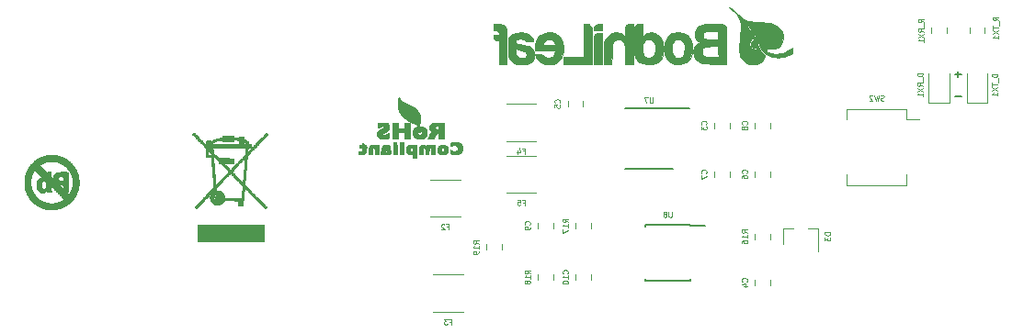
<source format=gbr>
G04 #@! TF.GenerationSoftware,KiCad,Pcbnew,5.0.2-bee76a0~70~ubuntu16.04.1*
G04 #@! TF.CreationDate,2018-12-12T21:45:08+05:30*
G04 #@! TF.ProjectId,sanjaya,73616e6a-6179-4612-9e6b-696361645f70,rev?*
G04 #@! TF.SameCoordinates,Original*
G04 #@! TF.FileFunction,Legend,Bot*
G04 #@! TF.FilePolarity,Positive*
%FSLAX46Y46*%
G04 Gerber Fmt 4.6, Leading zero omitted, Abs format (unit mm)*
G04 Created by KiCad (PCBNEW 5.0.2-bee76a0~70~ubuntu16.04.1) date Wed Dec 12 21:45:08 2018*
%MOMM*%
%LPD*%
G01*
G04 APERTURE LIST*
%ADD10C,0.150000*%
%ADD11C,0.002540*%
%ADD12C,0.120000*%
%ADD13C,0.010000*%
%ADD14C,0.125000*%
G04 APERTURE END LIST*
D10*
X166214285Y-101553571D02*
X166785714Y-101553571D01*
X166214285Y-99553571D02*
X166785714Y-99553571D01*
X166500000Y-99839285D02*
X166500000Y-99267857D01*
D11*
G04 #@! TO.C,G\002A\002A\002A*
G36*
X96490100Y-114942840D02*
X99500000Y-114942840D01*
X102509900Y-114942840D01*
X102509900Y-114188460D01*
X102509900Y-113436620D01*
X99500000Y-113436620D01*
X96490100Y-113436620D01*
X96490100Y-114188460D01*
X96490100Y-114942840D01*
X96490100Y-114942840D01*
G37*
X96490100Y-114942840D02*
X99500000Y-114942840D01*
X102509900Y-114942840D01*
X102509900Y-114188460D01*
X102509900Y-113436620D01*
X99500000Y-113436620D01*
X96490100Y-113436620D01*
X96490100Y-114188460D01*
X96490100Y-114942840D01*
G36*
X95982100Y-105087640D02*
X95989720Y-105097800D01*
X96010040Y-105120660D01*
X96043060Y-105153680D01*
X96083700Y-105196860D01*
X96131960Y-105247660D01*
X96185300Y-105301000D01*
X96203080Y-105318780D01*
X96264040Y-105382280D01*
X96327540Y-105448320D01*
X96391040Y-105511820D01*
X96449460Y-105572780D01*
X96497720Y-105623580D01*
X96535820Y-105661680D01*
X96568840Y-105697240D01*
X96614560Y-105742960D01*
X96670440Y-105801380D01*
X96733940Y-105864880D01*
X96802520Y-105933460D01*
X96871100Y-106004580D01*
X96939680Y-106075700D01*
X97020960Y-106159520D01*
X97089540Y-106228100D01*
X97142880Y-106283980D01*
X97188600Y-106329700D01*
X97221620Y-106365260D01*
X97249560Y-106393200D01*
X97267340Y-106413520D01*
X97280040Y-106426220D01*
X97285120Y-106433840D01*
X97290200Y-106441460D01*
X97287660Y-106444000D01*
X97274960Y-106449080D01*
X97247020Y-106451620D01*
X97236860Y-106454160D01*
X97191140Y-106456700D01*
X97188600Y-106827540D01*
X97186060Y-107198380D01*
X97404500Y-107198380D01*
X97404500Y-107000260D01*
X97407040Y-106827540D01*
X97409580Y-106652280D01*
X97455300Y-106649740D01*
X97470540Y-106647200D01*
X97470540Y-106309380D01*
X97470540Y-106306840D01*
X97483240Y-106299220D01*
X97511180Y-106296680D01*
X97544200Y-106294140D01*
X97579760Y-106294140D01*
X97607700Y-106299220D01*
X97617860Y-106301760D01*
X97622940Y-106314460D01*
X97628020Y-106342400D01*
X97633100Y-106375420D01*
X97635640Y-106408440D01*
X97633100Y-106436380D01*
X97633100Y-106441460D01*
X97625480Y-106451620D01*
X97605160Y-106444000D01*
X97574680Y-106423680D01*
X97536580Y-106390660D01*
X97528960Y-106383040D01*
X97501020Y-106352560D01*
X97480700Y-106327160D01*
X97470540Y-106309380D01*
X97470540Y-106647200D01*
X97503560Y-106647200D01*
X97620400Y-106766580D01*
X97737240Y-106885960D01*
X97737240Y-106944380D01*
X97737240Y-107000260D01*
X97569600Y-107000260D01*
X97404500Y-107000260D01*
X97404500Y-107198380D01*
X97442600Y-107200920D01*
X97699140Y-107203460D01*
X97706760Y-107272040D01*
X97709300Y-107307600D01*
X97714380Y-107360940D01*
X97719460Y-107419360D01*
X97724540Y-107477780D01*
X97724540Y-107485400D01*
X97729620Y-107541280D01*
X97734700Y-107597160D01*
X97737240Y-107645420D01*
X97739780Y-107675900D01*
X97742320Y-107680980D01*
X97744860Y-107714000D01*
X97747400Y-107764800D01*
X97752480Y-107825760D01*
X97757560Y-107889260D01*
X97762640Y-107955300D01*
X97767720Y-108013720D01*
X97772800Y-108061980D01*
X97772800Y-108064520D01*
X97775340Y-108097540D01*
X97777880Y-108145800D01*
X97782960Y-108204220D01*
X97785500Y-108265180D01*
X97788040Y-108280420D01*
X97793120Y-108336300D01*
X97795660Y-108382020D01*
X97798200Y-108417580D01*
X97800740Y-108427740D01*
X97800740Y-105920760D01*
X97803280Y-105900440D01*
X97815980Y-105880120D01*
X97843920Y-105854720D01*
X97849000Y-105849640D01*
X97882020Y-105824240D01*
X97917580Y-105801380D01*
X97940440Y-105788680D01*
X97978540Y-105773440D01*
X98016640Y-105755660D01*
X98021720Y-105753120D01*
X98115700Y-105715020D01*
X98219840Y-105682000D01*
X98341760Y-105651520D01*
X98478920Y-105623580D01*
X98557660Y-105608340D01*
X98603380Y-105600720D01*
X98644020Y-105595640D01*
X98671960Y-105588020D01*
X98682120Y-105588020D01*
X98689740Y-105588020D01*
X98694820Y-105603260D01*
X98699900Y-105633740D01*
X98699900Y-105643900D01*
X98702440Y-105702320D01*
X98898020Y-105702320D01*
X98898020Y-105443240D01*
X99215520Y-105443240D01*
X99530480Y-105443240D01*
X99530480Y-105478800D01*
X99530480Y-105514360D01*
X99218060Y-105511820D01*
X98905640Y-105509280D01*
X98900560Y-105476260D01*
X98898020Y-105443240D01*
X98898020Y-105702320D01*
X99228220Y-105699780D01*
X99751460Y-105697240D01*
X99751460Y-105628660D01*
X99754000Y-105562620D01*
X99794640Y-105562620D01*
X99837820Y-105565160D01*
X99886080Y-105567700D01*
X99936880Y-105572780D01*
X99982600Y-105577860D01*
X100020700Y-105580400D01*
X100046100Y-105585480D01*
X100053720Y-105588020D01*
X100068960Y-105593100D01*
X100099440Y-105598180D01*
X100127380Y-105603260D01*
X100168020Y-105608340D01*
X100206120Y-105613420D01*
X100223900Y-105615960D01*
X100256920Y-105621040D01*
X100256920Y-105786140D01*
X100256920Y-105951240D01*
X99032640Y-105948700D01*
X97803280Y-105946160D01*
X97800740Y-105920760D01*
X97800740Y-108427740D01*
X97803280Y-108440440D01*
X97803280Y-108442980D01*
X97805820Y-108455680D01*
X97808360Y-108483620D01*
X97808360Y-108521720D01*
X97810900Y-108534420D01*
X97810900Y-108582680D01*
X97813440Y-108600460D01*
X97813440Y-106337320D01*
X97815980Y-106311920D01*
X97821060Y-106301760D01*
X97833760Y-106301760D01*
X97864240Y-106299220D01*
X97915040Y-106299220D01*
X97981080Y-106299220D01*
X98062360Y-106296680D01*
X98156340Y-106296680D01*
X98263020Y-106296680D01*
X98379860Y-106296680D01*
X98506860Y-106294140D01*
X98644020Y-106294140D01*
X98786260Y-106294140D01*
X98933580Y-106294140D01*
X99083440Y-106294140D01*
X99238380Y-106294140D01*
X99393320Y-106294140D01*
X99545720Y-106294140D01*
X99698120Y-106294140D01*
X99847980Y-106294140D01*
X99992760Y-106294140D01*
X100132460Y-106296680D01*
X100264540Y-106296680D01*
X100386460Y-106296680D01*
X100475360Y-106296680D01*
X100475360Y-105648980D01*
X100475360Y-105598180D01*
X100477900Y-105565160D01*
X100480440Y-105544840D01*
X100485520Y-105537220D01*
X100490600Y-105537220D01*
X100498220Y-105539760D01*
X100503300Y-105552460D01*
X100505840Y-105575320D01*
X100505840Y-105615960D01*
X100505840Y-105648980D01*
X100505840Y-105694700D01*
X100503300Y-105732800D01*
X100500760Y-105758200D01*
X100500760Y-105768360D01*
X100490600Y-105770900D01*
X100482980Y-105760740D01*
X100477900Y-105732800D01*
X100475360Y-105684540D01*
X100475360Y-105648980D01*
X100475360Y-106296680D01*
X100500760Y-106296680D01*
X100602360Y-106299220D01*
X100691260Y-106299220D01*
X100724280Y-106299220D01*
X100724280Y-105951240D01*
X100724280Y-105857260D01*
X100724280Y-105816620D01*
X100726820Y-105786140D01*
X100729360Y-105765820D01*
X100731900Y-105763280D01*
X100752220Y-105770900D01*
X100782700Y-105786140D01*
X100820800Y-105809000D01*
X100858900Y-105834400D01*
X100891920Y-105859800D01*
X100899540Y-105867420D01*
X100932560Y-105900440D01*
X100950340Y-105923300D01*
X100950340Y-105938540D01*
X100935100Y-105946160D01*
X100902080Y-105951240D01*
X100848740Y-105951240D01*
X100838580Y-105951240D01*
X100724280Y-105951240D01*
X100724280Y-106299220D01*
X100767460Y-106299220D01*
X100825880Y-106301760D01*
X100866520Y-106301760D01*
X100891920Y-106304300D01*
X100894460Y-106304300D01*
X100897000Y-106317000D01*
X100897000Y-106347480D01*
X100894460Y-106393200D01*
X100889380Y-106446540D01*
X100886840Y-106494800D01*
X100881760Y-106558300D01*
X100874140Y-106619260D01*
X100871600Y-106672600D01*
X100866520Y-106713240D01*
X100866520Y-106731020D01*
X100858900Y-106799600D01*
X100853820Y-106852940D01*
X100848740Y-106891040D01*
X100843660Y-106918980D01*
X100836040Y-106939300D01*
X100828420Y-106954540D01*
X100818260Y-106967240D01*
X100803020Y-106982480D01*
X100777620Y-107010420D01*
X100739520Y-107051060D01*
X100691260Y-107101860D01*
X100635380Y-107160280D01*
X100571880Y-107223780D01*
X100505840Y-107294900D01*
X100437260Y-107366020D01*
X100366140Y-107439680D01*
X100295020Y-107513340D01*
X100226440Y-107584460D01*
X100193420Y-107617480D01*
X100145160Y-107668280D01*
X100094360Y-107719080D01*
X100048640Y-107767340D01*
X100010540Y-107807980D01*
X99985140Y-107833380D01*
X99936880Y-107881640D01*
X99883540Y-107937520D01*
X99827660Y-107995940D01*
X99771780Y-108054360D01*
X99713360Y-108115320D01*
X99657480Y-108173740D01*
X99606680Y-108224540D01*
X99560960Y-108272800D01*
X99525400Y-108310900D01*
X99500000Y-108338840D01*
X99484760Y-108354080D01*
X99482220Y-108356620D01*
X99469520Y-108369320D01*
X99466980Y-108371860D01*
X99456820Y-108364240D01*
X99439040Y-108343920D01*
X99408560Y-108315980D01*
X99373000Y-108280420D01*
X99355220Y-108260100D01*
X99314580Y-108219460D01*
X99266320Y-108168660D01*
X99207900Y-108110240D01*
X99149480Y-108049280D01*
X99088520Y-107985780D01*
X99047880Y-107947680D01*
X98997080Y-107894340D01*
X98948820Y-107846080D01*
X98908180Y-107802900D01*
X98877700Y-107769880D01*
X98857380Y-107747020D01*
X98849760Y-107736860D01*
X98857380Y-107734320D01*
X98887860Y-107731780D01*
X98936120Y-107731780D01*
X98999620Y-107729240D01*
X99080900Y-107726700D01*
X99177420Y-107726700D01*
X99289180Y-107724160D01*
X99312040Y-107724160D01*
X99774320Y-107721620D01*
X99774320Y-107508260D01*
X99774320Y-107297440D01*
X99093600Y-107292360D01*
X98412880Y-107289820D01*
X98336680Y-107216160D01*
X98306200Y-107185680D01*
X98263020Y-107142500D01*
X98214760Y-107091700D01*
X98161420Y-107038360D01*
X98108080Y-106985020D01*
X98097920Y-106972320D01*
X97932820Y-106807220D01*
X97932820Y-106634500D01*
X97932820Y-106571000D01*
X97932820Y-106525280D01*
X97930280Y-106492260D01*
X97927740Y-106474480D01*
X97925200Y-106461780D01*
X97917580Y-106456700D01*
X97909960Y-106454160D01*
X97887100Y-106451620D01*
X97876940Y-106451620D01*
X97849000Y-106454160D01*
X97831220Y-106446540D01*
X97823600Y-106426220D01*
X97815980Y-106390660D01*
X97815980Y-106380500D01*
X97813440Y-106337320D01*
X97813440Y-108600460D01*
X97815980Y-108633480D01*
X97818520Y-108671580D01*
X97818520Y-108674120D01*
X97823600Y-108712220D01*
X97828680Y-108760480D01*
X97833760Y-108811280D01*
X97838840Y-108857000D01*
X97841380Y-108895100D01*
X97843920Y-108923040D01*
X97843920Y-108925580D01*
X97846460Y-108950980D01*
X97851540Y-108989080D01*
X97854080Y-109034800D01*
X97856620Y-109067820D01*
X97859160Y-109116080D01*
X97861700Y-109159260D01*
X97864240Y-109194820D01*
X97866780Y-109207520D01*
X97869320Y-109232920D01*
X97871860Y-109273560D01*
X97874400Y-109306580D01*
X97876940Y-109334520D01*
X97882020Y-109380240D01*
X97884560Y-109438660D01*
X97892180Y-109507240D01*
X97892180Y-109535180D01*
X97892180Y-107226320D01*
X97894720Y-107211080D01*
X97899800Y-107203460D01*
X97904880Y-107198380D01*
X97912500Y-107198380D01*
X97925200Y-107195840D01*
X97930280Y-107183140D01*
X97932820Y-107157740D01*
X97932820Y-107150120D01*
X97935360Y-107122180D01*
X97940440Y-107106940D01*
X97942980Y-107104400D01*
X97953140Y-107112020D01*
X97976000Y-107132340D01*
X98006480Y-107162820D01*
X98047120Y-107203460D01*
X98092840Y-107249180D01*
X98141100Y-107299980D01*
X98191900Y-107350780D01*
X98242700Y-107404120D01*
X98288420Y-107454920D01*
X98331600Y-107500640D01*
X98367160Y-107541280D01*
X98395100Y-107571760D01*
X98410340Y-107589540D01*
X98415420Y-107594620D01*
X98417960Y-107620020D01*
X98417960Y-107653040D01*
X98417960Y-107660660D01*
X98415420Y-107688600D01*
X98417960Y-107711460D01*
X98420500Y-107714000D01*
X98433200Y-107721620D01*
X98461140Y-107726700D01*
X98494160Y-107729240D01*
X98562740Y-107731780D01*
X98641480Y-107815600D01*
X98641480Y-107515880D01*
X98646560Y-107513340D01*
X98661800Y-107510800D01*
X98689740Y-107508260D01*
X98727840Y-107505720D01*
X98781180Y-107505720D01*
X98852300Y-107503180D01*
X98938660Y-107503180D01*
X99042800Y-107500640D01*
X99103760Y-107500640D01*
X99197740Y-107500640D01*
X99286640Y-107500640D01*
X99367920Y-107500640D01*
X99439040Y-107500640D01*
X99497460Y-107500640D01*
X99538100Y-107503180D01*
X99563500Y-107503180D01*
X99568580Y-107503180D01*
X99578740Y-107513340D01*
X99576200Y-107518420D01*
X99566040Y-107520960D01*
X99535560Y-107523500D01*
X99492380Y-107526040D01*
X99433960Y-107528580D01*
X99367920Y-107528580D01*
X99291720Y-107531120D01*
X99207900Y-107531120D01*
X99124080Y-107531120D01*
X99040260Y-107531120D01*
X98956440Y-107528580D01*
X98877700Y-107528580D01*
X98806580Y-107526040D01*
X98745620Y-107526040D01*
X98697360Y-107523500D01*
X98661800Y-107520960D01*
X98644020Y-107518420D01*
X98641480Y-107515880D01*
X98641480Y-107815600D01*
X98936120Y-108115320D01*
X99007240Y-108188980D01*
X99075820Y-108260100D01*
X99136780Y-108323600D01*
X99192660Y-108382020D01*
X99238380Y-108430280D01*
X99273940Y-108470920D01*
X99299340Y-108498860D01*
X99312040Y-108514100D01*
X99306960Y-108529340D01*
X99286640Y-108554740D01*
X99258700Y-108587760D01*
X99223140Y-108628400D01*
X99212980Y-108636020D01*
X99177420Y-108674120D01*
X99131700Y-108719840D01*
X99078360Y-108778260D01*
X99019940Y-108839220D01*
X98958980Y-108902720D01*
X98898020Y-108963680D01*
X98842140Y-109024640D01*
X98786260Y-109080520D01*
X98735460Y-109133860D01*
X98689740Y-109179580D01*
X98654180Y-109217680D01*
X98631320Y-109240540D01*
X98628780Y-109243080D01*
X98605920Y-109265940D01*
X98572900Y-109301500D01*
X98529720Y-109344680D01*
X98478920Y-109398020D01*
X98423040Y-109453900D01*
X98364620Y-109514860D01*
X98349380Y-109532640D01*
X98293500Y-109588520D01*
X98242700Y-109641860D01*
X98199520Y-109685040D01*
X98161420Y-109723140D01*
X98136020Y-109748540D01*
X98120780Y-109761240D01*
X98120780Y-109763780D01*
X98115700Y-109753620D01*
X98110620Y-109728220D01*
X98105540Y-109702820D01*
X98100460Y-109646940D01*
X98092840Y-109578360D01*
X98085220Y-109504700D01*
X98077600Y-109433580D01*
X98075060Y-109372620D01*
X98069980Y-109329440D01*
X98064900Y-109273560D01*
X98059820Y-109217680D01*
X98057280Y-109192280D01*
X98052200Y-109136400D01*
X98047120Y-109080520D01*
X98044580Y-109032260D01*
X98042040Y-109014480D01*
X98039500Y-108981460D01*
X98034420Y-108933200D01*
X98029340Y-108872240D01*
X98024260Y-108808740D01*
X98021720Y-108770640D01*
X98016640Y-108707140D01*
X98011560Y-108643640D01*
X98006480Y-108587760D01*
X98001400Y-108544580D01*
X98001400Y-108526800D01*
X97996320Y-108481080D01*
X97993780Y-108437900D01*
X97991240Y-108412500D01*
X97986160Y-108384560D01*
X97983620Y-108341380D01*
X97978540Y-108288040D01*
X97973460Y-108232160D01*
X97973460Y-108229620D01*
X97965840Y-108130560D01*
X97958220Y-108016260D01*
X97948060Y-107896880D01*
X97937900Y-107777500D01*
X97927740Y-107663200D01*
X97917580Y-107559060D01*
X97912500Y-107498100D01*
X97904880Y-107411740D01*
X97899800Y-107343160D01*
X97894720Y-107292360D01*
X97894720Y-107254260D01*
X97892180Y-107226320D01*
X97892180Y-109535180D01*
X97897260Y-109585980D01*
X97902340Y-109664720D01*
X97902340Y-109667260D01*
X97925200Y-109959360D01*
X97892180Y-109997460D01*
X97876940Y-110012700D01*
X97846460Y-110043180D01*
X97808360Y-110083820D01*
X97762640Y-110132080D01*
X97711840Y-110185420D01*
X97655960Y-110241300D01*
X97653420Y-110243840D01*
X97597540Y-110302260D01*
X97539120Y-110363220D01*
X97485780Y-110419100D01*
X97437520Y-110467360D01*
X97396880Y-110508000D01*
X97374020Y-110535940D01*
X97343540Y-110566420D01*
X97302900Y-110607060D01*
X97254640Y-110657860D01*
X97198760Y-110713740D01*
X97142880Y-110772160D01*
X97107320Y-110807720D01*
X97051440Y-110866140D01*
X96995560Y-110924560D01*
X96939680Y-110980440D01*
X96893960Y-111031240D01*
X96855860Y-111071880D01*
X96838080Y-111089660D01*
X96807600Y-111120140D01*
X96766960Y-111165860D01*
X96716160Y-111216660D01*
X96660280Y-111275080D01*
X96604400Y-111336040D01*
X96558680Y-111381760D01*
X96462160Y-111480820D01*
X96380880Y-111564640D01*
X96314840Y-111635760D01*
X96261500Y-111691640D01*
X96220860Y-111734820D01*
X96195460Y-111762760D01*
X96182760Y-111778000D01*
X96180220Y-111780540D01*
X96187840Y-111793240D01*
X96203080Y-111813560D01*
X96228480Y-111838960D01*
X96256420Y-111866900D01*
X96284360Y-111892300D01*
X96307220Y-111910080D01*
X96322460Y-111920240D01*
X96332620Y-111912620D01*
X96352940Y-111894840D01*
X96380880Y-111866900D01*
X96396120Y-111849120D01*
X96424060Y-111821180D01*
X96459620Y-111783080D01*
X96507880Y-111734820D01*
X96558680Y-111681480D01*
X96614560Y-111625600D01*
X96650120Y-111587500D01*
X96708540Y-111529080D01*
X96766960Y-111468120D01*
X96820300Y-111409700D01*
X96871100Y-111358900D01*
X96911740Y-111315720D01*
X96929520Y-111297940D01*
X96962540Y-111262380D01*
X97010800Y-111214120D01*
X97066680Y-111155700D01*
X97130180Y-111087120D01*
X97201300Y-111013460D01*
X97277500Y-110934720D01*
X97356240Y-110853440D01*
X97434980Y-110772160D01*
X97513720Y-110690880D01*
X97587380Y-110614680D01*
X97655960Y-110543560D01*
X97681360Y-110518160D01*
X97729620Y-110467360D01*
X97775340Y-110419100D01*
X97818520Y-110375920D01*
X97854080Y-110337820D01*
X97876940Y-110312420D01*
X97909960Y-110279400D01*
X97935360Y-110261620D01*
X97948060Y-110261620D01*
X97953140Y-110279400D01*
X97953140Y-110292100D01*
X97948060Y-110314960D01*
X97932820Y-110332740D01*
X97907420Y-110350520D01*
X97897260Y-110358140D01*
X97851540Y-110388620D01*
X97803280Y-110431800D01*
X97755020Y-110480060D01*
X97711840Y-110530860D01*
X97678820Y-110576580D01*
X97671200Y-110591820D01*
X97640720Y-110652780D01*
X97617860Y-110701040D01*
X97605160Y-110744220D01*
X97595000Y-110789940D01*
X97592460Y-110840740D01*
X97589920Y-110904240D01*
X97589920Y-110911860D01*
X97595000Y-111005840D01*
X97605160Y-111084580D01*
X97622940Y-111150620D01*
X97648340Y-111206500D01*
X97653420Y-111214120D01*
X97671200Y-111244600D01*
X97681360Y-111267460D01*
X97701680Y-111300480D01*
X97734700Y-111338580D01*
X97777880Y-111381760D01*
X97823600Y-111424940D01*
X97874400Y-111465580D01*
X97920120Y-111498600D01*
X97932820Y-111506220D01*
X97932820Y-110927100D01*
X97935360Y-110889000D01*
X97937900Y-110855980D01*
X97942980Y-110838200D01*
X97953140Y-110807720D01*
X97958220Y-110787400D01*
X97968380Y-110767080D01*
X97991240Y-110736600D01*
X98021720Y-110703580D01*
X98054740Y-110673100D01*
X98085220Y-110647700D01*
X98105540Y-110635000D01*
X98128400Y-110627380D01*
X98130940Y-110624840D01*
X98130940Y-110066040D01*
X98130940Y-110060960D01*
X98133480Y-110053340D01*
X98141100Y-110045720D01*
X98151260Y-110033020D01*
X98163960Y-110015240D01*
X98184280Y-109994920D01*
X98212220Y-109964440D01*
X98245240Y-109928880D01*
X98288420Y-109883160D01*
X98339220Y-109829820D01*
X98400180Y-109766320D01*
X98473840Y-109690120D01*
X98557660Y-109603760D01*
X98654180Y-109502160D01*
X98763400Y-109387860D01*
X98837060Y-109314200D01*
X98915800Y-109230380D01*
X98999620Y-109144020D01*
X99080900Y-109060200D01*
X99157100Y-108981460D01*
X99223140Y-108912880D01*
X99235840Y-108897640D01*
X99291720Y-108841760D01*
X99342520Y-108790960D01*
X99385700Y-108745240D01*
X99423800Y-108709680D01*
X99449200Y-108684280D01*
X99464440Y-108674120D01*
X99466980Y-108671580D01*
X99474600Y-108679200D01*
X99497460Y-108699520D01*
X99527940Y-108732540D01*
X99571120Y-108775720D01*
X99619380Y-108821440D01*
X99619380Y-108516640D01*
X99624460Y-108506480D01*
X99644780Y-108481080D01*
X99677800Y-108442980D01*
X99720980Y-108397260D01*
X99771780Y-108341380D01*
X99830200Y-108280420D01*
X99878460Y-108229620D01*
X100002920Y-108100080D01*
X100114680Y-107983240D01*
X100213740Y-107881640D01*
X100302640Y-107787660D01*
X100383920Y-107706380D01*
X100455040Y-107632720D01*
X100518540Y-107564140D01*
X100559180Y-107526040D01*
X100625220Y-107454920D01*
X100678560Y-107399040D01*
X100721740Y-107355860D01*
X100754760Y-107322840D01*
X100777620Y-107299980D01*
X100792860Y-107284740D01*
X100803020Y-107274580D01*
X100808100Y-107272040D01*
X100810640Y-107272040D01*
X100813180Y-107282200D01*
X100810640Y-107310140D01*
X100808100Y-107350780D01*
X100805560Y-107399040D01*
X100797940Y-107500640D01*
X100792860Y-107581920D01*
X100787780Y-107647960D01*
X100782700Y-107701300D01*
X100780160Y-107739400D01*
X100777620Y-107769880D01*
X100775080Y-107795280D01*
X100772540Y-107813060D01*
X100772540Y-107820680D01*
X100770000Y-107848620D01*
X100764920Y-107891800D01*
X100759840Y-107945140D01*
X100757300Y-108001020D01*
X100754760Y-108008640D01*
X100752220Y-108067060D01*
X100747140Y-108122940D01*
X100742060Y-108173740D01*
X100739520Y-108209300D01*
X100734440Y-108285500D01*
X100726820Y-108356620D01*
X100721740Y-108422660D01*
X100716660Y-108481080D01*
X100711580Y-108524260D01*
X100709040Y-108552200D01*
X100709040Y-108554740D01*
X100706500Y-108577600D01*
X100701420Y-108620780D01*
X100696340Y-108676660D01*
X100691260Y-108740160D01*
X100686180Y-108813820D01*
X100678560Y-108887480D01*
X100676020Y-108925580D01*
X100673480Y-108968760D01*
X100670940Y-109006860D01*
X100665860Y-109029720D01*
X100663320Y-109055120D01*
X100660780Y-109093220D01*
X100655700Y-109138940D01*
X100655700Y-109154180D01*
X100653160Y-109207520D01*
X100648080Y-109263400D01*
X100640460Y-109311660D01*
X100640460Y-109319280D01*
X100635380Y-109367540D01*
X100632840Y-109423420D01*
X100630300Y-109458980D01*
X100630300Y-109502160D01*
X100625220Y-109530100D01*
X100617600Y-109542800D01*
X100609980Y-109545340D01*
X100602360Y-109537720D01*
X100579500Y-109517400D01*
X100546480Y-109484380D01*
X100503300Y-109441200D01*
X100452500Y-109390400D01*
X100396620Y-109331980D01*
X100333120Y-109268480D01*
X100302640Y-109235460D01*
X100228980Y-109159260D01*
X100150240Y-109077980D01*
X100071500Y-108996700D01*
X99992760Y-108917960D01*
X99921640Y-108844300D01*
X99858140Y-108780800D01*
X99809880Y-108732540D01*
X99756540Y-108676660D01*
X99708280Y-108625860D01*
X99670180Y-108582680D01*
X99639700Y-108549660D01*
X99621920Y-108526800D01*
X99619380Y-108516640D01*
X99619380Y-108821440D01*
X99624460Y-108826520D01*
X99682880Y-108887480D01*
X99746380Y-108953520D01*
X99799720Y-109006860D01*
X99875920Y-109085600D01*
X99957200Y-109166880D01*
X100035940Y-109248160D01*
X100114680Y-109326900D01*
X100185800Y-109403100D01*
X100249300Y-109466600D01*
X100302640Y-109519940D01*
X100315340Y-109535180D01*
X100386460Y-109606300D01*
X100444880Y-109667260D01*
X100490600Y-109715520D01*
X100526160Y-109753620D01*
X100554100Y-109781560D01*
X100574420Y-109804420D01*
X100584580Y-109822200D01*
X100592200Y-109837440D01*
X100594740Y-109847600D01*
X100594740Y-109860300D01*
X100594740Y-109873000D01*
X100594740Y-109875540D01*
X100592200Y-109903480D01*
X100587120Y-109949200D01*
X100584580Y-110000000D01*
X100579500Y-110055880D01*
X100579500Y-110060960D01*
X100569340Y-110187960D01*
X100556640Y-110320040D01*
X100543940Y-110464820D01*
X100536320Y-110538480D01*
X100533780Y-110591820D01*
X100528700Y-110645160D01*
X100523620Y-110693420D01*
X100523620Y-110711200D01*
X100518540Y-110754380D01*
X100513460Y-110807720D01*
X100510920Y-110850900D01*
X100508380Y-110891540D01*
X100503300Y-110924560D01*
X100500760Y-110944880D01*
X100500760Y-110947420D01*
X100498220Y-110949960D01*
X100493140Y-110952500D01*
X100485520Y-110955040D01*
X100470280Y-110957580D01*
X100449960Y-110960120D01*
X100422020Y-110960120D01*
X100383920Y-110962660D01*
X100333120Y-110962660D01*
X100272160Y-110962660D01*
X100195960Y-110962660D01*
X100107060Y-110965200D01*
X100000380Y-110965200D01*
X99875920Y-110965200D01*
X99733680Y-110965200D01*
X99705740Y-110965200D01*
X98920880Y-110965200D01*
X98920880Y-110868680D01*
X98918340Y-110825500D01*
X98915800Y-110789940D01*
X98913260Y-110767080D01*
X98910720Y-110762000D01*
X98903100Y-110746760D01*
X98890400Y-110718820D01*
X98877700Y-110685800D01*
X98857380Y-110635000D01*
X98824360Y-110579120D01*
X98788800Y-110523240D01*
X98753240Y-110477520D01*
X98730380Y-110452120D01*
X98694820Y-110424180D01*
X98656720Y-110393700D01*
X98621160Y-110365760D01*
X98593220Y-110345440D01*
X98572900Y-110332740D01*
X98567820Y-110330200D01*
X98550040Y-110327660D01*
X98537340Y-110322580D01*
X98504320Y-110307340D01*
X98461140Y-110289560D01*
X98448440Y-110284480D01*
X98430660Y-110279400D01*
X98395100Y-110276860D01*
X98349380Y-110271780D01*
X98298580Y-110269240D01*
X98293500Y-110269240D01*
X98158880Y-110264160D01*
X98143640Y-110175260D01*
X98138560Y-110132080D01*
X98133480Y-110093980D01*
X98130940Y-110068580D01*
X98130940Y-110066040D01*
X98130940Y-110624840D01*
X98166500Y-110617220D01*
X98209680Y-110612140D01*
X98212220Y-110612140D01*
X98257940Y-110609600D01*
X98296040Y-110612140D01*
X98331600Y-110619760D01*
X98354460Y-110627380D01*
X98392560Y-110642620D01*
X98430660Y-110662940D01*
X98466220Y-110685800D01*
X98491620Y-110708660D01*
X98504320Y-110726440D01*
X98504320Y-110728980D01*
X98511940Y-110744220D01*
X98527180Y-110764540D01*
X98532260Y-110772160D01*
X98552580Y-110800100D01*
X98567820Y-110838200D01*
X98580520Y-110878840D01*
X98588140Y-110916940D01*
X98588140Y-110949960D01*
X98577980Y-110967740D01*
X98577980Y-110970280D01*
X98567820Y-110985520D01*
X98567820Y-110995680D01*
X98560200Y-111013460D01*
X98547500Y-111041400D01*
X98527180Y-111076960D01*
X98524640Y-111084580D01*
X98491620Y-111127760D01*
X98461140Y-111158240D01*
X98425580Y-111183640D01*
X98359540Y-111214120D01*
X98298580Y-111229360D01*
X98237620Y-111229360D01*
X98166500Y-111216660D01*
X98092840Y-111186180D01*
X98029340Y-111143000D01*
X97981080Y-111087120D01*
X97948060Y-111021080D01*
X97932820Y-110944880D01*
X97932820Y-110927100D01*
X97932820Y-111506220D01*
X97955680Y-111516380D01*
X98001400Y-111539240D01*
X98039500Y-111554480D01*
X98072520Y-111567180D01*
X98108080Y-111572260D01*
X98151260Y-111574800D01*
X98207140Y-111577340D01*
X98247780Y-111577340D01*
X98311280Y-111577340D01*
X98357000Y-111574800D01*
X98395100Y-111572260D01*
X98428120Y-111567180D01*
X98463680Y-111554480D01*
X98506860Y-111539240D01*
X98557660Y-111518920D01*
X98593220Y-111501140D01*
X98628780Y-111475740D01*
X98644020Y-111460500D01*
X98669420Y-111440180D01*
X98689740Y-111424940D01*
X98699900Y-111422400D01*
X98712600Y-111414780D01*
X98730380Y-111394460D01*
X98735460Y-111389380D01*
X98755780Y-111361440D01*
X98783720Y-111328420D01*
X98791340Y-111320800D01*
X98816740Y-111285240D01*
X98842140Y-111247140D01*
X98847220Y-111236980D01*
X98865000Y-111206500D01*
X98887860Y-111188720D01*
X98890400Y-111188720D01*
X98905640Y-111186180D01*
X98938660Y-111186180D01*
X98989460Y-111186180D01*
X99055500Y-111183640D01*
X99134240Y-111183640D01*
X99223140Y-111183640D01*
X99322200Y-111183640D01*
X99428880Y-111183640D01*
X99540640Y-111186180D01*
X100168020Y-111188720D01*
X100173100Y-111407160D01*
X100178180Y-111623060D01*
X100371220Y-111623060D01*
X100371220Y-111297940D01*
X100371220Y-111249680D01*
X100376300Y-111214120D01*
X100378840Y-111196340D01*
X100381380Y-111193800D01*
X100386460Y-111203960D01*
X100389000Y-111229360D01*
X100391540Y-111272540D01*
X100391540Y-111297940D01*
X100391540Y-111346200D01*
X100389000Y-111379220D01*
X100383920Y-111399540D01*
X100381380Y-111399540D01*
X100376300Y-111389380D01*
X100373760Y-111363980D01*
X100371220Y-111320800D01*
X100371220Y-111297940D01*
X100371220Y-111623060D01*
X100381380Y-111623060D01*
X100584580Y-111623060D01*
X100589660Y-111404620D01*
X100594740Y-111186180D01*
X100635380Y-111150620D01*
X100658240Y-111127760D01*
X100668400Y-111109980D01*
X100670940Y-111087120D01*
X100668400Y-111084580D01*
X100668400Y-111064260D01*
X100670940Y-111028700D01*
X100673480Y-110977900D01*
X100676020Y-110914400D01*
X100683640Y-110843280D01*
X100688720Y-110769620D01*
X100696340Y-110690880D01*
X100701420Y-110614680D01*
X100709040Y-110546100D01*
X100714120Y-110508000D01*
X100719200Y-110457200D01*
X100724280Y-110393700D01*
X100729360Y-110325120D01*
X100734440Y-110274320D01*
X100742060Y-110182880D01*
X100747140Y-110111760D01*
X100754760Y-110058420D01*
X100757300Y-110025400D01*
X100762380Y-110010160D01*
X100767460Y-110012700D01*
X100782700Y-110025400D01*
X100805560Y-110048260D01*
X100841120Y-110081280D01*
X100886840Y-110127000D01*
X100942720Y-110182880D01*
X101011300Y-110254000D01*
X101092580Y-110335280D01*
X101186560Y-110431800D01*
X101280540Y-110528320D01*
X101465960Y-110718820D01*
X101638680Y-110896620D01*
X101798700Y-111061720D01*
X101943480Y-111211580D01*
X102078100Y-111346200D01*
X102194940Y-111468120D01*
X102301620Y-111574800D01*
X102393060Y-111668780D01*
X102469260Y-111747520D01*
X102532760Y-111811020D01*
X102581020Y-111859280D01*
X102616580Y-111894840D01*
X102636900Y-111915160D01*
X102644520Y-111920240D01*
X102654680Y-111912620D01*
X102675000Y-111894840D01*
X102705480Y-111869440D01*
X102715640Y-111859280D01*
X102746120Y-111831340D01*
X102768980Y-111803400D01*
X102779140Y-111785620D01*
X102781680Y-111783080D01*
X102774060Y-111770380D01*
X102751200Y-111744980D01*
X102715640Y-111704340D01*
X102667380Y-111653540D01*
X102603880Y-111587500D01*
X102527680Y-111508760D01*
X102441320Y-111419860D01*
X102342260Y-111318260D01*
X102230500Y-111206500D01*
X102205100Y-111178560D01*
X102167000Y-111143000D01*
X102123820Y-111094740D01*
X102073020Y-111041400D01*
X102019680Y-110988060D01*
X101986660Y-110952500D01*
X101943480Y-110909320D01*
X101887600Y-110850900D01*
X101821560Y-110782320D01*
X101745360Y-110703580D01*
X101664080Y-110619760D01*
X101575180Y-110530860D01*
X101486280Y-110436880D01*
X101394840Y-110345440D01*
X101305940Y-110251460D01*
X101219580Y-110162560D01*
X101135760Y-110078740D01*
X101059560Y-110002540D01*
X100993520Y-109936500D01*
X100970660Y-109913640D01*
X100785240Y-109725680D01*
X100790320Y-109616460D01*
X100795400Y-109558040D01*
X100800480Y-109492000D01*
X100805560Y-109433580D01*
X100808100Y-109415800D01*
X100810640Y-109382780D01*
X100815720Y-109331980D01*
X100823340Y-109268480D01*
X100828420Y-109192280D01*
X100836040Y-109108460D01*
X100843660Y-109019560D01*
X100851280Y-108928120D01*
X100858900Y-108836680D01*
X100866520Y-108750320D01*
X100874140Y-108669040D01*
X100879220Y-108600460D01*
X100884300Y-108544580D01*
X100886840Y-108506480D01*
X100889380Y-108463300D01*
X100891920Y-108425200D01*
X100897000Y-108397260D01*
X100899540Y-108371860D01*
X100904620Y-108328680D01*
X100909700Y-108272800D01*
X100914780Y-108209300D01*
X100922400Y-108143260D01*
X100927480Y-108072140D01*
X100927480Y-108069600D01*
X100930020Y-108023880D01*
X100935100Y-107980700D01*
X100937640Y-107950220D01*
X100942720Y-107917200D01*
X100945260Y-107874020D01*
X100947800Y-107835920D01*
X100950340Y-107800360D01*
X100952880Y-107754640D01*
X100957960Y-107698760D01*
X100965580Y-107632720D01*
X100973200Y-107548900D01*
X100983360Y-107449840D01*
X100983360Y-107432060D01*
X100988440Y-107376180D01*
X100996060Y-107310140D01*
X101001140Y-107241560D01*
X101006220Y-107198380D01*
X101011300Y-107147580D01*
X101016380Y-107104400D01*
X101018920Y-107071380D01*
X101024000Y-107056140D01*
X101034160Y-107043440D01*
X101054480Y-107020580D01*
X101090040Y-106982480D01*
X101133220Y-106936760D01*
X101186560Y-106880880D01*
X101247520Y-106817380D01*
X101313560Y-106748800D01*
X101382140Y-106675140D01*
X101453260Y-106601480D01*
X101526920Y-106525280D01*
X101590420Y-106459240D01*
X101648840Y-106400820D01*
X101704720Y-106342400D01*
X101755520Y-106291600D01*
X101801240Y-106243340D01*
X101834260Y-106207780D01*
X101859660Y-106182380D01*
X101862200Y-106179840D01*
X101882520Y-106156980D01*
X101915540Y-106123960D01*
X101958720Y-106078240D01*
X102009520Y-106027440D01*
X102062860Y-105969020D01*
X102121280Y-105910600D01*
X102126360Y-105905520D01*
X102192400Y-105836940D01*
X102263520Y-105763280D01*
X102334640Y-105689620D01*
X102403220Y-105618500D01*
X102464180Y-105555000D01*
X102502280Y-105514360D01*
X102555620Y-105458480D01*
X102611500Y-105402600D01*
X102662300Y-105346720D01*
X102710560Y-105298460D01*
X102748660Y-105262900D01*
X102753740Y-105255280D01*
X102794380Y-105217180D01*
X102829940Y-105176540D01*
X102862960Y-105143520D01*
X102880740Y-105123200D01*
X102918840Y-105077480D01*
X102850260Y-105011440D01*
X102819780Y-104980960D01*
X102794380Y-104958100D01*
X102776600Y-104945400D01*
X102771520Y-104945400D01*
X102761360Y-104950480D01*
X102741040Y-104970800D01*
X102708020Y-105003820D01*
X102667380Y-105044460D01*
X102621660Y-105090180D01*
X102581020Y-105133360D01*
X102520060Y-105196860D01*
X102451480Y-105267980D01*
X102375280Y-105346720D01*
X102301620Y-105422920D01*
X102230500Y-105496580D01*
X102197480Y-105529600D01*
X102141600Y-105588020D01*
X102083180Y-105646440D01*
X102032380Y-105702320D01*
X101984120Y-105750580D01*
X101946020Y-105791220D01*
X101923160Y-105816620D01*
X101895220Y-105844560D01*
X101857120Y-105885200D01*
X101808860Y-105933460D01*
X101755520Y-105989340D01*
X101699640Y-106047760D01*
X101648840Y-106101100D01*
X101590420Y-106159520D01*
X101534540Y-106217940D01*
X101483740Y-106271280D01*
X101435480Y-106319540D01*
X101399920Y-106357640D01*
X101377060Y-106383040D01*
X101311020Y-106451620D01*
X101252600Y-106515120D01*
X101196720Y-106571000D01*
X101148460Y-106621800D01*
X101107820Y-106662440D01*
X101077340Y-106690380D01*
X101059560Y-106705620D01*
X101054480Y-106710700D01*
X101049400Y-106700540D01*
X101049400Y-106677680D01*
X101049400Y-106670060D01*
X101051940Y-106644660D01*
X101057020Y-106604020D01*
X101059560Y-106553220D01*
X101062100Y-106512580D01*
X101067180Y-106464320D01*
X101069720Y-106423680D01*
X101074800Y-106393200D01*
X101079880Y-106380500D01*
X101084960Y-106362720D01*
X101082420Y-106352560D01*
X101082420Y-106332240D01*
X101087500Y-106314460D01*
X101092580Y-106306840D01*
X101102740Y-106301760D01*
X101117980Y-106296680D01*
X101143380Y-106294140D01*
X101181480Y-106294140D01*
X101237360Y-106294140D01*
X101250060Y-106294140D01*
X101399920Y-106294140D01*
X101399920Y-106123960D01*
X101399920Y-105951240D01*
X101278000Y-105948700D01*
X101156080Y-105946160D01*
X101148460Y-105900440D01*
X101143380Y-105864880D01*
X101133220Y-105834400D01*
X101130680Y-105826780D01*
X101110360Y-105801380D01*
X101082420Y-105768360D01*
X101044320Y-105732800D01*
X101006220Y-105699780D01*
X100968120Y-105669300D01*
X100932560Y-105643900D01*
X100907160Y-105631200D01*
X100899540Y-105628660D01*
X100879220Y-105623580D01*
X100863980Y-105608340D01*
X100843660Y-105593100D01*
X100825880Y-105588020D01*
X100805560Y-105582940D01*
X100775080Y-105572780D01*
X100764920Y-105567700D01*
X100724280Y-105547380D01*
X100724280Y-105443240D01*
X100724280Y-105339100D01*
X100490600Y-105339100D01*
X100256920Y-105339100D01*
X100256920Y-105382280D01*
X100256920Y-105425460D01*
X100190880Y-105417840D01*
X100152780Y-105412760D01*
X100114680Y-105405140D01*
X100096900Y-105402600D01*
X100074040Y-105397520D01*
X100035940Y-105392440D01*
X99987680Y-105387360D01*
X99934340Y-105382280D01*
X99919100Y-105379740D01*
X99865760Y-105374660D01*
X99820040Y-105369580D01*
X99784480Y-105361960D01*
X99764160Y-105356880D01*
X99761620Y-105356880D01*
X99751460Y-105336560D01*
X99748920Y-105298460D01*
X99748920Y-105288300D01*
X99754000Y-105229880D01*
X99230760Y-105229880D01*
X98707520Y-105229880D01*
X98702440Y-105306080D01*
X98697360Y-105382280D01*
X98651640Y-105397520D01*
X98621160Y-105405140D01*
X98575440Y-105412760D01*
X98527180Y-105420380D01*
X98517020Y-105420380D01*
X98463680Y-105430540D01*
X98402720Y-105440700D01*
X98334140Y-105455940D01*
X98265560Y-105471180D01*
X98199520Y-105488960D01*
X98138560Y-105504200D01*
X98090300Y-105519440D01*
X98054740Y-105532140D01*
X98044580Y-105537220D01*
X98021720Y-105544840D01*
X98011560Y-105547380D01*
X97991240Y-105549920D01*
X97963300Y-105562620D01*
X97950600Y-105567700D01*
X97922660Y-105580400D01*
X97897260Y-105588020D01*
X97892180Y-105588020D01*
X97871860Y-105595640D01*
X97856620Y-105608340D01*
X97838840Y-105623580D01*
X97826140Y-105628660D01*
X97813440Y-105633740D01*
X97790580Y-105648980D01*
X97772800Y-105661680D01*
X97724540Y-105692160D01*
X97655960Y-105659140D01*
X97577220Y-105628660D01*
X97506100Y-105618500D01*
X97437520Y-105628660D01*
X97401960Y-105641360D01*
X97341000Y-105676920D01*
X97295280Y-105715020D01*
X97257180Y-105768360D01*
X97249560Y-105783600D01*
X97226700Y-105831860D01*
X97216540Y-105877580D01*
X97221620Y-105928380D01*
X97239400Y-105986800D01*
X97249560Y-106012200D01*
X97267340Y-106055380D01*
X97282580Y-106083320D01*
X97302900Y-106103640D01*
X97328300Y-106121420D01*
X97328300Y-106123960D01*
X97363860Y-106149360D01*
X97381640Y-106174760D01*
X97381640Y-106202700D01*
X97379100Y-106207780D01*
X97371480Y-106210320D01*
X97358780Y-106200160D01*
X97333380Y-106179840D01*
X97297820Y-106146820D01*
X97252100Y-106096020D01*
X97249560Y-106096020D01*
X97216540Y-106057920D01*
X97168280Y-106009660D01*
X97109860Y-105948700D01*
X97046360Y-105885200D01*
X96977780Y-105814080D01*
X96906660Y-105742960D01*
X96838080Y-105671840D01*
X96766960Y-105600720D01*
X96695840Y-105527060D01*
X96627260Y-105458480D01*
X96563760Y-105392440D01*
X96505340Y-105331480D01*
X96457080Y-105283220D01*
X96421520Y-105245120D01*
X96347860Y-105166380D01*
X96281820Y-105100340D01*
X96225940Y-105041920D01*
X96180220Y-104998740D01*
X96147200Y-104965720D01*
X96124340Y-104947940D01*
X96119260Y-104945400D01*
X96106560Y-104950480D01*
X96086240Y-104970800D01*
X96058300Y-104996200D01*
X96032900Y-105024140D01*
X96007500Y-105052080D01*
X95989720Y-105074940D01*
X95982100Y-105087640D01*
X95982100Y-105087640D01*
G37*
X95982100Y-105087640D02*
X95989720Y-105097800D01*
X96010040Y-105120660D01*
X96043060Y-105153680D01*
X96083700Y-105196860D01*
X96131960Y-105247660D01*
X96185300Y-105301000D01*
X96203080Y-105318780D01*
X96264040Y-105382280D01*
X96327540Y-105448320D01*
X96391040Y-105511820D01*
X96449460Y-105572780D01*
X96497720Y-105623580D01*
X96535820Y-105661680D01*
X96568840Y-105697240D01*
X96614560Y-105742960D01*
X96670440Y-105801380D01*
X96733940Y-105864880D01*
X96802520Y-105933460D01*
X96871100Y-106004580D01*
X96939680Y-106075700D01*
X97020960Y-106159520D01*
X97089540Y-106228100D01*
X97142880Y-106283980D01*
X97188600Y-106329700D01*
X97221620Y-106365260D01*
X97249560Y-106393200D01*
X97267340Y-106413520D01*
X97280040Y-106426220D01*
X97285120Y-106433840D01*
X97290200Y-106441460D01*
X97287660Y-106444000D01*
X97274960Y-106449080D01*
X97247020Y-106451620D01*
X97236860Y-106454160D01*
X97191140Y-106456700D01*
X97188600Y-106827540D01*
X97186060Y-107198380D01*
X97404500Y-107198380D01*
X97404500Y-107000260D01*
X97407040Y-106827540D01*
X97409580Y-106652280D01*
X97455300Y-106649740D01*
X97470540Y-106647200D01*
X97470540Y-106309380D01*
X97470540Y-106306840D01*
X97483240Y-106299220D01*
X97511180Y-106296680D01*
X97544200Y-106294140D01*
X97579760Y-106294140D01*
X97607700Y-106299220D01*
X97617860Y-106301760D01*
X97622940Y-106314460D01*
X97628020Y-106342400D01*
X97633100Y-106375420D01*
X97635640Y-106408440D01*
X97633100Y-106436380D01*
X97633100Y-106441460D01*
X97625480Y-106451620D01*
X97605160Y-106444000D01*
X97574680Y-106423680D01*
X97536580Y-106390660D01*
X97528960Y-106383040D01*
X97501020Y-106352560D01*
X97480700Y-106327160D01*
X97470540Y-106309380D01*
X97470540Y-106647200D01*
X97503560Y-106647200D01*
X97620400Y-106766580D01*
X97737240Y-106885960D01*
X97737240Y-106944380D01*
X97737240Y-107000260D01*
X97569600Y-107000260D01*
X97404500Y-107000260D01*
X97404500Y-107198380D01*
X97442600Y-107200920D01*
X97699140Y-107203460D01*
X97706760Y-107272040D01*
X97709300Y-107307600D01*
X97714380Y-107360940D01*
X97719460Y-107419360D01*
X97724540Y-107477780D01*
X97724540Y-107485400D01*
X97729620Y-107541280D01*
X97734700Y-107597160D01*
X97737240Y-107645420D01*
X97739780Y-107675900D01*
X97742320Y-107680980D01*
X97744860Y-107714000D01*
X97747400Y-107764800D01*
X97752480Y-107825760D01*
X97757560Y-107889260D01*
X97762640Y-107955300D01*
X97767720Y-108013720D01*
X97772800Y-108061980D01*
X97772800Y-108064520D01*
X97775340Y-108097540D01*
X97777880Y-108145800D01*
X97782960Y-108204220D01*
X97785500Y-108265180D01*
X97788040Y-108280420D01*
X97793120Y-108336300D01*
X97795660Y-108382020D01*
X97798200Y-108417580D01*
X97800740Y-108427740D01*
X97800740Y-105920760D01*
X97803280Y-105900440D01*
X97815980Y-105880120D01*
X97843920Y-105854720D01*
X97849000Y-105849640D01*
X97882020Y-105824240D01*
X97917580Y-105801380D01*
X97940440Y-105788680D01*
X97978540Y-105773440D01*
X98016640Y-105755660D01*
X98021720Y-105753120D01*
X98115700Y-105715020D01*
X98219840Y-105682000D01*
X98341760Y-105651520D01*
X98478920Y-105623580D01*
X98557660Y-105608340D01*
X98603380Y-105600720D01*
X98644020Y-105595640D01*
X98671960Y-105588020D01*
X98682120Y-105588020D01*
X98689740Y-105588020D01*
X98694820Y-105603260D01*
X98699900Y-105633740D01*
X98699900Y-105643900D01*
X98702440Y-105702320D01*
X98898020Y-105702320D01*
X98898020Y-105443240D01*
X99215520Y-105443240D01*
X99530480Y-105443240D01*
X99530480Y-105478800D01*
X99530480Y-105514360D01*
X99218060Y-105511820D01*
X98905640Y-105509280D01*
X98900560Y-105476260D01*
X98898020Y-105443240D01*
X98898020Y-105702320D01*
X99228220Y-105699780D01*
X99751460Y-105697240D01*
X99751460Y-105628660D01*
X99754000Y-105562620D01*
X99794640Y-105562620D01*
X99837820Y-105565160D01*
X99886080Y-105567700D01*
X99936880Y-105572780D01*
X99982600Y-105577860D01*
X100020700Y-105580400D01*
X100046100Y-105585480D01*
X100053720Y-105588020D01*
X100068960Y-105593100D01*
X100099440Y-105598180D01*
X100127380Y-105603260D01*
X100168020Y-105608340D01*
X100206120Y-105613420D01*
X100223900Y-105615960D01*
X100256920Y-105621040D01*
X100256920Y-105786140D01*
X100256920Y-105951240D01*
X99032640Y-105948700D01*
X97803280Y-105946160D01*
X97800740Y-105920760D01*
X97800740Y-108427740D01*
X97803280Y-108440440D01*
X97803280Y-108442980D01*
X97805820Y-108455680D01*
X97808360Y-108483620D01*
X97808360Y-108521720D01*
X97810900Y-108534420D01*
X97810900Y-108582680D01*
X97813440Y-108600460D01*
X97813440Y-106337320D01*
X97815980Y-106311920D01*
X97821060Y-106301760D01*
X97833760Y-106301760D01*
X97864240Y-106299220D01*
X97915040Y-106299220D01*
X97981080Y-106299220D01*
X98062360Y-106296680D01*
X98156340Y-106296680D01*
X98263020Y-106296680D01*
X98379860Y-106296680D01*
X98506860Y-106294140D01*
X98644020Y-106294140D01*
X98786260Y-106294140D01*
X98933580Y-106294140D01*
X99083440Y-106294140D01*
X99238380Y-106294140D01*
X99393320Y-106294140D01*
X99545720Y-106294140D01*
X99698120Y-106294140D01*
X99847980Y-106294140D01*
X99992760Y-106294140D01*
X100132460Y-106296680D01*
X100264540Y-106296680D01*
X100386460Y-106296680D01*
X100475360Y-106296680D01*
X100475360Y-105648980D01*
X100475360Y-105598180D01*
X100477900Y-105565160D01*
X100480440Y-105544840D01*
X100485520Y-105537220D01*
X100490600Y-105537220D01*
X100498220Y-105539760D01*
X100503300Y-105552460D01*
X100505840Y-105575320D01*
X100505840Y-105615960D01*
X100505840Y-105648980D01*
X100505840Y-105694700D01*
X100503300Y-105732800D01*
X100500760Y-105758200D01*
X100500760Y-105768360D01*
X100490600Y-105770900D01*
X100482980Y-105760740D01*
X100477900Y-105732800D01*
X100475360Y-105684540D01*
X100475360Y-105648980D01*
X100475360Y-106296680D01*
X100500760Y-106296680D01*
X100602360Y-106299220D01*
X100691260Y-106299220D01*
X100724280Y-106299220D01*
X100724280Y-105951240D01*
X100724280Y-105857260D01*
X100724280Y-105816620D01*
X100726820Y-105786140D01*
X100729360Y-105765820D01*
X100731900Y-105763280D01*
X100752220Y-105770900D01*
X100782700Y-105786140D01*
X100820800Y-105809000D01*
X100858900Y-105834400D01*
X100891920Y-105859800D01*
X100899540Y-105867420D01*
X100932560Y-105900440D01*
X100950340Y-105923300D01*
X100950340Y-105938540D01*
X100935100Y-105946160D01*
X100902080Y-105951240D01*
X100848740Y-105951240D01*
X100838580Y-105951240D01*
X100724280Y-105951240D01*
X100724280Y-106299220D01*
X100767460Y-106299220D01*
X100825880Y-106301760D01*
X100866520Y-106301760D01*
X100891920Y-106304300D01*
X100894460Y-106304300D01*
X100897000Y-106317000D01*
X100897000Y-106347480D01*
X100894460Y-106393200D01*
X100889380Y-106446540D01*
X100886840Y-106494800D01*
X100881760Y-106558300D01*
X100874140Y-106619260D01*
X100871600Y-106672600D01*
X100866520Y-106713240D01*
X100866520Y-106731020D01*
X100858900Y-106799600D01*
X100853820Y-106852940D01*
X100848740Y-106891040D01*
X100843660Y-106918980D01*
X100836040Y-106939300D01*
X100828420Y-106954540D01*
X100818260Y-106967240D01*
X100803020Y-106982480D01*
X100777620Y-107010420D01*
X100739520Y-107051060D01*
X100691260Y-107101860D01*
X100635380Y-107160280D01*
X100571880Y-107223780D01*
X100505840Y-107294900D01*
X100437260Y-107366020D01*
X100366140Y-107439680D01*
X100295020Y-107513340D01*
X100226440Y-107584460D01*
X100193420Y-107617480D01*
X100145160Y-107668280D01*
X100094360Y-107719080D01*
X100048640Y-107767340D01*
X100010540Y-107807980D01*
X99985140Y-107833380D01*
X99936880Y-107881640D01*
X99883540Y-107937520D01*
X99827660Y-107995940D01*
X99771780Y-108054360D01*
X99713360Y-108115320D01*
X99657480Y-108173740D01*
X99606680Y-108224540D01*
X99560960Y-108272800D01*
X99525400Y-108310900D01*
X99500000Y-108338840D01*
X99484760Y-108354080D01*
X99482220Y-108356620D01*
X99469520Y-108369320D01*
X99466980Y-108371860D01*
X99456820Y-108364240D01*
X99439040Y-108343920D01*
X99408560Y-108315980D01*
X99373000Y-108280420D01*
X99355220Y-108260100D01*
X99314580Y-108219460D01*
X99266320Y-108168660D01*
X99207900Y-108110240D01*
X99149480Y-108049280D01*
X99088520Y-107985780D01*
X99047880Y-107947680D01*
X98997080Y-107894340D01*
X98948820Y-107846080D01*
X98908180Y-107802900D01*
X98877700Y-107769880D01*
X98857380Y-107747020D01*
X98849760Y-107736860D01*
X98857380Y-107734320D01*
X98887860Y-107731780D01*
X98936120Y-107731780D01*
X98999620Y-107729240D01*
X99080900Y-107726700D01*
X99177420Y-107726700D01*
X99289180Y-107724160D01*
X99312040Y-107724160D01*
X99774320Y-107721620D01*
X99774320Y-107508260D01*
X99774320Y-107297440D01*
X99093600Y-107292360D01*
X98412880Y-107289820D01*
X98336680Y-107216160D01*
X98306200Y-107185680D01*
X98263020Y-107142500D01*
X98214760Y-107091700D01*
X98161420Y-107038360D01*
X98108080Y-106985020D01*
X98097920Y-106972320D01*
X97932820Y-106807220D01*
X97932820Y-106634500D01*
X97932820Y-106571000D01*
X97932820Y-106525280D01*
X97930280Y-106492260D01*
X97927740Y-106474480D01*
X97925200Y-106461780D01*
X97917580Y-106456700D01*
X97909960Y-106454160D01*
X97887100Y-106451620D01*
X97876940Y-106451620D01*
X97849000Y-106454160D01*
X97831220Y-106446540D01*
X97823600Y-106426220D01*
X97815980Y-106390660D01*
X97815980Y-106380500D01*
X97813440Y-106337320D01*
X97813440Y-108600460D01*
X97815980Y-108633480D01*
X97818520Y-108671580D01*
X97818520Y-108674120D01*
X97823600Y-108712220D01*
X97828680Y-108760480D01*
X97833760Y-108811280D01*
X97838840Y-108857000D01*
X97841380Y-108895100D01*
X97843920Y-108923040D01*
X97843920Y-108925580D01*
X97846460Y-108950980D01*
X97851540Y-108989080D01*
X97854080Y-109034800D01*
X97856620Y-109067820D01*
X97859160Y-109116080D01*
X97861700Y-109159260D01*
X97864240Y-109194820D01*
X97866780Y-109207520D01*
X97869320Y-109232920D01*
X97871860Y-109273560D01*
X97874400Y-109306580D01*
X97876940Y-109334520D01*
X97882020Y-109380240D01*
X97884560Y-109438660D01*
X97892180Y-109507240D01*
X97892180Y-109535180D01*
X97892180Y-107226320D01*
X97894720Y-107211080D01*
X97899800Y-107203460D01*
X97904880Y-107198380D01*
X97912500Y-107198380D01*
X97925200Y-107195840D01*
X97930280Y-107183140D01*
X97932820Y-107157740D01*
X97932820Y-107150120D01*
X97935360Y-107122180D01*
X97940440Y-107106940D01*
X97942980Y-107104400D01*
X97953140Y-107112020D01*
X97976000Y-107132340D01*
X98006480Y-107162820D01*
X98047120Y-107203460D01*
X98092840Y-107249180D01*
X98141100Y-107299980D01*
X98191900Y-107350780D01*
X98242700Y-107404120D01*
X98288420Y-107454920D01*
X98331600Y-107500640D01*
X98367160Y-107541280D01*
X98395100Y-107571760D01*
X98410340Y-107589540D01*
X98415420Y-107594620D01*
X98417960Y-107620020D01*
X98417960Y-107653040D01*
X98417960Y-107660660D01*
X98415420Y-107688600D01*
X98417960Y-107711460D01*
X98420500Y-107714000D01*
X98433200Y-107721620D01*
X98461140Y-107726700D01*
X98494160Y-107729240D01*
X98562740Y-107731780D01*
X98641480Y-107815600D01*
X98641480Y-107515880D01*
X98646560Y-107513340D01*
X98661800Y-107510800D01*
X98689740Y-107508260D01*
X98727840Y-107505720D01*
X98781180Y-107505720D01*
X98852300Y-107503180D01*
X98938660Y-107503180D01*
X99042800Y-107500640D01*
X99103760Y-107500640D01*
X99197740Y-107500640D01*
X99286640Y-107500640D01*
X99367920Y-107500640D01*
X99439040Y-107500640D01*
X99497460Y-107500640D01*
X99538100Y-107503180D01*
X99563500Y-107503180D01*
X99568580Y-107503180D01*
X99578740Y-107513340D01*
X99576200Y-107518420D01*
X99566040Y-107520960D01*
X99535560Y-107523500D01*
X99492380Y-107526040D01*
X99433960Y-107528580D01*
X99367920Y-107528580D01*
X99291720Y-107531120D01*
X99207900Y-107531120D01*
X99124080Y-107531120D01*
X99040260Y-107531120D01*
X98956440Y-107528580D01*
X98877700Y-107528580D01*
X98806580Y-107526040D01*
X98745620Y-107526040D01*
X98697360Y-107523500D01*
X98661800Y-107520960D01*
X98644020Y-107518420D01*
X98641480Y-107515880D01*
X98641480Y-107815600D01*
X98936120Y-108115320D01*
X99007240Y-108188980D01*
X99075820Y-108260100D01*
X99136780Y-108323600D01*
X99192660Y-108382020D01*
X99238380Y-108430280D01*
X99273940Y-108470920D01*
X99299340Y-108498860D01*
X99312040Y-108514100D01*
X99306960Y-108529340D01*
X99286640Y-108554740D01*
X99258700Y-108587760D01*
X99223140Y-108628400D01*
X99212980Y-108636020D01*
X99177420Y-108674120D01*
X99131700Y-108719840D01*
X99078360Y-108778260D01*
X99019940Y-108839220D01*
X98958980Y-108902720D01*
X98898020Y-108963680D01*
X98842140Y-109024640D01*
X98786260Y-109080520D01*
X98735460Y-109133860D01*
X98689740Y-109179580D01*
X98654180Y-109217680D01*
X98631320Y-109240540D01*
X98628780Y-109243080D01*
X98605920Y-109265940D01*
X98572900Y-109301500D01*
X98529720Y-109344680D01*
X98478920Y-109398020D01*
X98423040Y-109453900D01*
X98364620Y-109514860D01*
X98349380Y-109532640D01*
X98293500Y-109588520D01*
X98242700Y-109641860D01*
X98199520Y-109685040D01*
X98161420Y-109723140D01*
X98136020Y-109748540D01*
X98120780Y-109761240D01*
X98120780Y-109763780D01*
X98115700Y-109753620D01*
X98110620Y-109728220D01*
X98105540Y-109702820D01*
X98100460Y-109646940D01*
X98092840Y-109578360D01*
X98085220Y-109504700D01*
X98077600Y-109433580D01*
X98075060Y-109372620D01*
X98069980Y-109329440D01*
X98064900Y-109273560D01*
X98059820Y-109217680D01*
X98057280Y-109192280D01*
X98052200Y-109136400D01*
X98047120Y-109080520D01*
X98044580Y-109032260D01*
X98042040Y-109014480D01*
X98039500Y-108981460D01*
X98034420Y-108933200D01*
X98029340Y-108872240D01*
X98024260Y-108808740D01*
X98021720Y-108770640D01*
X98016640Y-108707140D01*
X98011560Y-108643640D01*
X98006480Y-108587760D01*
X98001400Y-108544580D01*
X98001400Y-108526800D01*
X97996320Y-108481080D01*
X97993780Y-108437900D01*
X97991240Y-108412500D01*
X97986160Y-108384560D01*
X97983620Y-108341380D01*
X97978540Y-108288040D01*
X97973460Y-108232160D01*
X97973460Y-108229620D01*
X97965840Y-108130560D01*
X97958220Y-108016260D01*
X97948060Y-107896880D01*
X97937900Y-107777500D01*
X97927740Y-107663200D01*
X97917580Y-107559060D01*
X97912500Y-107498100D01*
X97904880Y-107411740D01*
X97899800Y-107343160D01*
X97894720Y-107292360D01*
X97894720Y-107254260D01*
X97892180Y-107226320D01*
X97892180Y-109535180D01*
X97897260Y-109585980D01*
X97902340Y-109664720D01*
X97902340Y-109667260D01*
X97925200Y-109959360D01*
X97892180Y-109997460D01*
X97876940Y-110012700D01*
X97846460Y-110043180D01*
X97808360Y-110083820D01*
X97762640Y-110132080D01*
X97711840Y-110185420D01*
X97655960Y-110241300D01*
X97653420Y-110243840D01*
X97597540Y-110302260D01*
X97539120Y-110363220D01*
X97485780Y-110419100D01*
X97437520Y-110467360D01*
X97396880Y-110508000D01*
X97374020Y-110535940D01*
X97343540Y-110566420D01*
X97302900Y-110607060D01*
X97254640Y-110657860D01*
X97198760Y-110713740D01*
X97142880Y-110772160D01*
X97107320Y-110807720D01*
X97051440Y-110866140D01*
X96995560Y-110924560D01*
X96939680Y-110980440D01*
X96893960Y-111031240D01*
X96855860Y-111071880D01*
X96838080Y-111089660D01*
X96807600Y-111120140D01*
X96766960Y-111165860D01*
X96716160Y-111216660D01*
X96660280Y-111275080D01*
X96604400Y-111336040D01*
X96558680Y-111381760D01*
X96462160Y-111480820D01*
X96380880Y-111564640D01*
X96314840Y-111635760D01*
X96261500Y-111691640D01*
X96220860Y-111734820D01*
X96195460Y-111762760D01*
X96182760Y-111778000D01*
X96180220Y-111780540D01*
X96187840Y-111793240D01*
X96203080Y-111813560D01*
X96228480Y-111838960D01*
X96256420Y-111866900D01*
X96284360Y-111892300D01*
X96307220Y-111910080D01*
X96322460Y-111920240D01*
X96332620Y-111912620D01*
X96352940Y-111894840D01*
X96380880Y-111866900D01*
X96396120Y-111849120D01*
X96424060Y-111821180D01*
X96459620Y-111783080D01*
X96507880Y-111734820D01*
X96558680Y-111681480D01*
X96614560Y-111625600D01*
X96650120Y-111587500D01*
X96708540Y-111529080D01*
X96766960Y-111468120D01*
X96820300Y-111409700D01*
X96871100Y-111358900D01*
X96911740Y-111315720D01*
X96929520Y-111297940D01*
X96962540Y-111262380D01*
X97010800Y-111214120D01*
X97066680Y-111155700D01*
X97130180Y-111087120D01*
X97201300Y-111013460D01*
X97277500Y-110934720D01*
X97356240Y-110853440D01*
X97434980Y-110772160D01*
X97513720Y-110690880D01*
X97587380Y-110614680D01*
X97655960Y-110543560D01*
X97681360Y-110518160D01*
X97729620Y-110467360D01*
X97775340Y-110419100D01*
X97818520Y-110375920D01*
X97854080Y-110337820D01*
X97876940Y-110312420D01*
X97909960Y-110279400D01*
X97935360Y-110261620D01*
X97948060Y-110261620D01*
X97953140Y-110279400D01*
X97953140Y-110292100D01*
X97948060Y-110314960D01*
X97932820Y-110332740D01*
X97907420Y-110350520D01*
X97897260Y-110358140D01*
X97851540Y-110388620D01*
X97803280Y-110431800D01*
X97755020Y-110480060D01*
X97711840Y-110530860D01*
X97678820Y-110576580D01*
X97671200Y-110591820D01*
X97640720Y-110652780D01*
X97617860Y-110701040D01*
X97605160Y-110744220D01*
X97595000Y-110789940D01*
X97592460Y-110840740D01*
X97589920Y-110904240D01*
X97589920Y-110911860D01*
X97595000Y-111005840D01*
X97605160Y-111084580D01*
X97622940Y-111150620D01*
X97648340Y-111206500D01*
X97653420Y-111214120D01*
X97671200Y-111244600D01*
X97681360Y-111267460D01*
X97701680Y-111300480D01*
X97734700Y-111338580D01*
X97777880Y-111381760D01*
X97823600Y-111424940D01*
X97874400Y-111465580D01*
X97920120Y-111498600D01*
X97932820Y-111506220D01*
X97932820Y-110927100D01*
X97935360Y-110889000D01*
X97937900Y-110855980D01*
X97942980Y-110838200D01*
X97953140Y-110807720D01*
X97958220Y-110787400D01*
X97968380Y-110767080D01*
X97991240Y-110736600D01*
X98021720Y-110703580D01*
X98054740Y-110673100D01*
X98085220Y-110647700D01*
X98105540Y-110635000D01*
X98128400Y-110627380D01*
X98130940Y-110624840D01*
X98130940Y-110066040D01*
X98130940Y-110060960D01*
X98133480Y-110053340D01*
X98141100Y-110045720D01*
X98151260Y-110033020D01*
X98163960Y-110015240D01*
X98184280Y-109994920D01*
X98212220Y-109964440D01*
X98245240Y-109928880D01*
X98288420Y-109883160D01*
X98339220Y-109829820D01*
X98400180Y-109766320D01*
X98473840Y-109690120D01*
X98557660Y-109603760D01*
X98654180Y-109502160D01*
X98763400Y-109387860D01*
X98837060Y-109314200D01*
X98915800Y-109230380D01*
X98999620Y-109144020D01*
X99080900Y-109060200D01*
X99157100Y-108981460D01*
X99223140Y-108912880D01*
X99235840Y-108897640D01*
X99291720Y-108841760D01*
X99342520Y-108790960D01*
X99385700Y-108745240D01*
X99423800Y-108709680D01*
X99449200Y-108684280D01*
X99464440Y-108674120D01*
X99466980Y-108671580D01*
X99474600Y-108679200D01*
X99497460Y-108699520D01*
X99527940Y-108732540D01*
X99571120Y-108775720D01*
X99619380Y-108821440D01*
X99619380Y-108516640D01*
X99624460Y-108506480D01*
X99644780Y-108481080D01*
X99677800Y-108442980D01*
X99720980Y-108397260D01*
X99771780Y-108341380D01*
X99830200Y-108280420D01*
X99878460Y-108229620D01*
X100002920Y-108100080D01*
X100114680Y-107983240D01*
X100213740Y-107881640D01*
X100302640Y-107787660D01*
X100383920Y-107706380D01*
X100455040Y-107632720D01*
X100518540Y-107564140D01*
X100559180Y-107526040D01*
X100625220Y-107454920D01*
X100678560Y-107399040D01*
X100721740Y-107355860D01*
X100754760Y-107322840D01*
X100777620Y-107299980D01*
X100792860Y-107284740D01*
X100803020Y-107274580D01*
X100808100Y-107272040D01*
X100810640Y-107272040D01*
X100813180Y-107282200D01*
X100810640Y-107310140D01*
X100808100Y-107350780D01*
X100805560Y-107399040D01*
X100797940Y-107500640D01*
X100792860Y-107581920D01*
X100787780Y-107647960D01*
X100782700Y-107701300D01*
X100780160Y-107739400D01*
X100777620Y-107769880D01*
X100775080Y-107795280D01*
X100772540Y-107813060D01*
X100772540Y-107820680D01*
X100770000Y-107848620D01*
X100764920Y-107891800D01*
X100759840Y-107945140D01*
X100757300Y-108001020D01*
X100754760Y-108008640D01*
X100752220Y-108067060D01*
X100747140Y-108122940D01*
X100742060Y-108173740D01*
X100739520Y-108209300D01*
X100734440Y-108285500D01*
X100726820Y-108356620D01*
X100721740Y-108422660D01*
X100716660Y-108481080D01*
X100711580Y-108524260D01*
X100709040Y-108552200D01*
X100709040Y-108554740D01*
X100706500Y-108577600D01*
X100701420Y-108620780D01*
X100696340Y-108676660D01*
X100691260Y-108740160D01*
X100686180Y-108813820D01*
X100678560Y-108887480D01*
X100676020Y-108925580D01*
X100673480Y-108968760D01*
X100670940Y-109006860D01*
X100665860Y-109029720D01*
X100663320Y-109055120D01*
X100660780Y-109093220D01*
X100655700Y-109138940D01*
X100655700Y-109154180D01*
X100653160Y-109207520D01*
X100648080Y-109263400D01*
X100640460Y-109311660D01*
X100640460Y-109319280D01*
X100635380Y-109367540D01*
X100632840Y-109423420D01*
X100630300Y-109458980D01*
X100630300Y-109502160D01*
X100625220Y-109530100D01*
X100617600Y-109542800D01*
X100609980Y-109545340D01*
X100602360Y-109537720D01*
X100579500Y-109517400D01*
X100546480Y-109484380D01*
X100503300Y-109441200D01*
X100452500Y-109390400D01*
X100396620Y-109331980D01*
X100333120Y-109268480D01*
X100302640Y-109235460D01*
X100228980Y-109159260D01*
X100150240Y-109077980D01*
X100071500Y-108996700D01*
X99992760Y-108917960D01*
X99921640Y-108844300D01*
X99858140Y-108780800D01*
X99809880Y-108732540D01*
X99756540Y-108676660D01*
X99708280Y-108625860D01*
X99670180Y-108582680D01*
X99639700Y-108549660D01*
X99621920Y-108526800D01*
X99619380Y-108516640D01*
X99619380Y-108821440D01*
X99624460Y-108826520D01*
X99682880Y-108887480D01*
X99746380Y-108953520D01*
X99799720Y-109006860D01*
X99875920Y-109085600D01*
X99957200Y-109166880D01*
X100035940Y-109248160D01*
X100114680Y-109326900D01*
X100185800Y-109403100D01*
X100249300Y-109466600D01*
X100302640Y-109519940D01*
X100315340Y-109535180D01*
X100386460Y-109606300D01*
X100444880Y-109667260D01*
X100490600Y-109715520D01*
X100526160Y-109753620D01*
X100554100Y-109781560D01*
X100574420Y-109804420D01*
X100584580Y-109822200D01*
X100592200Y-109837440D01*
X100594740Y-109847600D01*
X100594740Y-109860300D01*
X100594740Y-109873000D01*
X100594740Y-109875540D01*
X100592200Y-109903480D01*
X100587120Y-109949200D01*
X100584580Y-110000000D01*
X100579500Y-110055880D01*
X100579500Y-110060960D01*
X100569340Y-110187960D01*
X100556640Y-110320040D01*
X100543940Y-110464820D01*
X100536320Y-110538480D01*
X100533780Y-110591820D01*
X100528700Y-110645160D01*
X100523620Y-110693420D01*
X100523620Y-110711200D01*
X100518540Y-110754380D01*
X100513460Y-110807720D01*
X100510920Y-110850900D01*
X100508380Y-110891540D01*
X100503300Y-110924560D01*
X100500760Y-110944880D01*
X100500760Y-110947420D01*
X100498220Y-110949960D01*
X100493140Y-110952500D01*
X100485520Y-110955040D01*
X100470280Y-110957580D01*
X100449960Y-110960120D01*
X100422020Y-110960120D01*
X100383920Y-110962660D01*
X100333120Y-110962660D01*
X100272160Y-110962660D01*
X100195960Y-110962660D01*
X100107060Y-110965200D01*
X100000380Y-110965200D01*
X99875920Y-110965200D01*
X99733680Y-110965200D01*
X99705740Y-110965200D01*
X98920880Y-110965200D01*
X98920880Y-110868680D01*
X98918340Y-110825500D01*
X98915800Y-110789940D01*
X98913260Y-110767080D01*
X98910720Y-110762000D01*
X98903100Y-110746760D01*
X98890400Y-110718820D01*
X98877700Y-110685800D01*
X98857380Y-110635000D01*
X98824360Y-110579120D01*
X98788800Y-110523240D01*
X98753240Y-110477520D01*
X98730380Y-110452120D01*
X98694820Y-110424180D01*
X98656720Y-110393700D01*
X98621160Y-110365760D01*
X98593220Y-110345440D01*
X98572900Y-110332740D01*
X98567820Y-110330200D01*
X98550040Y-110327660D01*
X98537340Y-110322580D01*
X98504320Y-110307340D01*
X98461140Y-110289560D01*
X98448440Y-110284480D01*
X98430660Y-110279400D01*
X98395100Y-110276860D01*
X98349380Y-110271780D01*
X98298580Y-110269240D01*
X98293500Y-110269240D01*
X98158880Y-110264160D01*
X98143640Y-110175260D01*
X98138560Y-110132080D01*
X98133480Y-110093980D01*
X98130940Y-110068580D01*
X98130940Y-110066040D01*
X98130940Y-110624840D01*
X98166500Y-110617220D01*
X98209680Y-110612140D01*
X98212220Y-110612140D01*
X98257940Y-110609600D01*
X98296040Y-110612140D01*
X98331600Y-110619760D01*
X98354460Y-110627380D01*
X98392560Y-110642620D01*
X98430660Y-110662940D01*
X98466220Y-110685800D01*
X98491620Y-110708660D01*
X98504320Y-110726440D01*
X98504320Y-110728980D01*
X98511940Y-110744220D01*
X98527180Y-110764540D01*
X98532260Y-110772160D01*
X98552580Y-110800100D01*
X98567820Y-110838200D01*
X98580520Y-110878840D01*
X98588140Y-110916940D01*
X98588140Y-110949960D01*
X98577980Y-110967740D01*
X98577980Y-110970280D01*
X98567820Y-110985520D01*
X98567820Y-110995680D01*
X98560200Y-111013460D01*
X98547500Y-111041400D01*
X98527180Y-111076960D01*
X98524640Y-111084580D01*
X98491620Y-111127760D01*
X98461140Y-111158240D01*
X98425580Y-111183640D01*
X98359540Y-111214120D01*
X98298580Y-111229360D01*
X98237620Y-111229360D01*
X98166500Y-111216660D01*
X98092840Y-111186180D01*
X98029340Y-111143000D01*
X97981080Y-111087120D01*
X97948060Y-111021080D01*
X97932820Y-110944880D01*
X97932820Y-110927100D01*
X97932820Y-111506220D01*
X97955680Y-111516380D01*
X98001400Y-111539240D01*
X98039500Y-111554480D01*
X98072520Y-111567180D01*
X98108080Y-111572260D01*
X98151260Y-111574800D01*
X98207140Y-111577340D01*
X98247780Y-111577340D01*
X98311280Y-111577340D01*
X98357000Y-111574800D01*
X98395100Y-111572260D01*
X98428120Y-111567180D01*
X98463680Y-111554480D01*
X98506860Y-111539240D01*
X98557660Y-111518920D01*
X98593220Y-111501140D01*
X98628780Y-111475740D01*
X98644020Y-111460500D01*
X98669420Y-111440180D01*
X98689740Y-111424940D01*
X98699900Y-111422400D01*
X98712600Y-111414780D01*
X98730380Y-111394460D01*
X98735460Y-111389380D01*
X98755780Y-111361440D01*
X98783720Y-111328420D01*
X98791340Y-111320800D01*
X98816740Y-111285240D01*
X98842140Y-111247140D01*
X98847220Y-111236980D01*
X98865000Y-111206500D01*
X98887860Y-111188720D01*
X98890400Y-111188720D01*
X98905640Y-111186180D01*
X98938660Y-111186180D01*
X98989460Y-111186180D01*
X99055500Y-111183640D01*
X99134240Y-111183640D01*
X99223140Y-111183640D01*
X99322200Y-111183640D01*
X99428880Y-111183640D01*
X99540640Y-111186180D01*
X100168020Y-111188720D01*
X100173100Y-111407160D01*
X100178180Y-111623060D01*
X100371220Y-111623060D01*
X100371220Y-111297940D01*
X100371220Y-111249680D01*
X100376300Y-111214120D01*
X100378840Y-111196340D01*
X100381380Y-111193800D01*
X100386460Y-111203960D01*
X100389000Y-111229360D01*
X100391540Y-111272540D01*
X100391540Y-111297940D01*
X100391540Y-111346200D01*
X100389000Y-111379220D01*
X100383920Y-111399540D01*
X100381380Y-111399540D01*
X100376300Y-111389380D01*
X100373760Y-111363980D01*
X100371220Y-111320800D01*
X100371220Y-111297940D01*
X100371220Y-111623060D01*
X100381380Y-111623060D01*
X100584580Y-111623060D01*
X100589660Y-111404620D01*
X100594740Y-111186180D01*
X100635380Y-111150620D01*
X100658240Y-111127760D01*
X100668400Y-111109980D01*
X100670940Y-111087120D01*
X100668400Y-111084580D01*
X100668400Y-111064260D01*
X100670940Y-111028700D01*
X100673480Y-110977900D01*
X100676020Y-110914400D01*
X100683640Y-110843280D01*
X100688720Y-110769620D01*
X100696340Y-110690880D01*
X100701420Y-110614680D01*
X100709040Y-110546100D01*
X100714120Y-110508000D01*
X100719200Y-110457200D01*
X100724280Y-110393700D01*
X100729360Y-110325120D01*
X100734440Y-110274320D01*
X100742060Y-110182880D01*
X100747140Y-110111760D01*
X100754760Y-110058420D01*
X100757300Y-110025400D01*
X100762380Y-110010160D01*
X100767460Y-110012700D01*
X100782700Y-110025400D01*
X100805560Y-110048260D01*
X100841120Y-110081280D01*
X100886840Y-110127000D01*
X100942720Y-110182880D01*
X101011300Y-110254000D01*
X101092580Y-110335280D01*
X101186560Y-110431800D01*
X101280540Y-110528320D01*
X101465960Y-110718820D01*
X101638680Y-110896620D01*
X101798700Y-111061720D01*
X101943480Y-111211580D01*
X102078100Y-111346200D01*
X102194940Y-111468120D01*
X102301620Y-111574800D01*
X102393060Y-111668780D01*
X102469260Y-111747520D01*
X102532760Y-111811020D01*
X102581020Y-111859280D01*
X102616580Y-111894840D01*
X102636900Y-111915160D01*
X102644520Y-111920240D01*
X102654680Y-111912620D01*
X102675000Y-111894840D01*
X102705480Y-111869440D01*
X102715640Y-111859280D01*
X102746120Y-111831340D01*
X102768980Y-111803400D01*
X102779140Y-111785620D01*
X102781680Y-111783080D01*
X102774060Y-111770380D01*
X102751200Y-111744980D01*
X102715640Y-111704340D01*
X102667380Y-111653540D01*
X102603880Y-111587500D01*
X102527680Y-111508760D01*
X102441320Y-111419860D01*
X102342260Y-111318260D01*
X102230500Y-111206500D01*
X102205100Y-111178560D01*
X102167000Y-111143000D01*
X102123820Y-111094740D01*
X102073020Y-111041400D01*
X102019680Y-110988060D01*
X101986660Y-110952500D01*
X101943480Y-110909320D01*
X101887600Y-110850900D01*
X101821560Y-110782320D01*
X101745360Y-110703580D01*
X101664080Y-110619760D01*
X101575180Y-110530860D01*
X101486280Y-110436880D01*
X101394840Y-110345440D01*
X101305940Y-110251460D01*
X101219580Y-110162560D01*
X101135760Y-110078740D01*
X101059560Y-110002540D01*
X100993520Y-109936500D01*
X100970660Y-109913640D01*
X100785240Y-109725680D01*
X100790320Y-109616460D01*
X100795400Y-109558040D01*
X100800480Y-109492000D01*
X100805560Y-109433580D01*
X100808100Y-109415800D01*
X100810640Y-109382780D01*
X100815720Y-109331980D01*
X100823340Y-109268480D01*
X100828420Y-109192280D01*
X100836040Y-109108460D01*
X100843660Y-109019560D01*
X100851280Y-108928120D01*
X100858900Y-108836680D01*
X100866520Y-108750320D01*
X100874140Y-108669040D01*
X100879220Y-108600460D01*
X100884300Y-108544580D01*
X100886840Y-108506480D01*
X100889380Y-108463300D01*
X100891920Y-108425200D01*
X100897000Y-108397260D01*
X100899540Y-108371860D01*
X100904620Y-108328680D01*
X100909700Y-108272800D01*
X100914780Y-108209300D01*
X100922400Y-108143260D01*
X100927480Y-108072140D01*
X100927480Y-108069600D01*
X100930020Y-108023880D01*
X100935100Y-107980700D01*
X100937640Y-107950220D01*
X100942720Y-107917200D01*
X100945260Y-107874020D01*
X100947800Y-107835920D01*
X100950340Y-107800360D01*
X100952880Y-107754640D01*
X100957960Y-107698760D01*
X100965580Y-107632720D01*
X100973200Y-107548900D01*
X100983360Y-107449840D01*
X100983360Y-107432060D01*
X100988440Y-107376180D01*
X100996060Y-107310140D01*
X101001140Y-107241560D01*
X101006220Y-107198380D01*
X101011300Y-107147580D01*
X101016380Y-107104400D01*
X101018920Y-107071380D01*
X101024000Y-107056140D01*
X101034160Y-107043440D01*
X101054480Y-107020580D01*
X101090040Y-106982480D01*
X101133220Y-106936760D01*
X101186560Y-106880880D01*
X101247520Y-106817380D01*
X101313560Y-106748800D01*
X101382140Y-106675140D01*
X101453260Y-106601480D01*
X101526920Y-106525280D01*
X101590420Y-106459240D01*
X101648840Y-106400820D01*
X101704720Y-106342400D01*
X101755520Y-106291600D01*
X101801240Y-106243340D01*
X101834260Y-106207780D01*
X101859660Y-106182380D01*
X101862200Y-106179840D01*
X101882520Y-106156980D01*
X101915540Y-106123960D01*
X101958720Y-106078240D01*
X102009520Y-106027440D01*
X102062860Y-105969020D01*
X102121280Y-105910600D01*
X102126360Y-105905520D01*
X102192400Y-105836940D01*
X102263520Y-105763280D01*
X102334640Y-105689620D01*
X102403220Y-105618500D01*
X102464180Y-105555000D01*
X102502280Y-105514360D01*
X102555620Y-105458480D01*
X102611500Y-105402600D01*
X102662300Y-105346720D01*
X102710560Y-105298460D01*
X102748660Y-105262900D01*
X102753740Y-105255280D01*
X102794380Y-105217180D01*
X102829940Y-105176540D01*
X102862960Y-105143520D01*
X102880740Y-105123200D01*
X102918840Y-105077480D01*
X102850260Y-105011440D01*
X102819780Y-104980960D01*
X102794380Y-104958100D01*
X102776600Y-104945400D01*
X102771520Y-104945400D01*
X102761360Y-104950480D01*
X102741040Y-104970800D01*
X102708020Y-105003820D01*
X102667380Y-105044460D01*
X102621660Y-105090180D01*
X102581020Y-105133360D01*
X102520060Y-105196860D01*
X102451480Y-105267980D01*
X102375280Y-105346720D01*
X102301620Y-105422920D01*
X102230500Y-105496580D01*
X102197480Y-105529600D01*
X102141600Y-105588020D01*
X102083180Y-105646440D01*
X102032380Y-105702320D01*
X101984120Y-105750580D01*
X101946020Y-105791220D01*
X101923160Y-105816620D01*
X101895220Y-105844560D01*
X101857120Y-105885200D01*
X101808860Y-105933460D01*
X101755520Y-105989340D01*
X101699640Y-106047760D01*
X101648840Y-106101100D01*
X101590420Y-106159520D01*
X101534540Y-106217940D01*
X101483740Y-106271280D01*
X101435480Y-106319540D01*
X101399920Y-106357640D01*
X101377060Y-106383040D01*
X101311020Y-106451620D01*
X101252600Y-106515120D01*
X101196720Y-106571000D01*
X101148460Y-106621800D01*
X101107820Y-106662440D01*
X101077340Y-106690380D01*
X101059560Y-106705620D01*
X101054480Y-106710700D01*
X101049400Y-106700540D01*
X101049400Y-106677680D01*
X101049400Y-106670060D01*
X101051940Y-106644660D01*
X101057020Y-106604020D01*
X101059560Y-106553220D01*
X101062100Y-106512580D01*
X101067180Y-106464320D01*
X101069720Y-106423680D01*
X101074800Y-106393200D01*
X101079880Y-106380500D01*
X101084960Y-106362720D01*
X101082420Y-106352560D01*
X101082420Y-106332240D01*
X101087500Y-106314460D01*
X101092580Y-106306840D01*
X101102740Y-106301760D01*
X101117980Y-106296680D01*
X101143380Y-106294140D01*
X101181480Y-106294140D01*
X101237360Y-106294140D01*
X101250060Y-106294140D01*
X101399920Y-106294140D01*
X101399920Y-106123960D01*
X101399920Y-105951240D01*
X101278000Y-105948700D01*
X101156080Y-105946160D01*
X101148460Y-105900440D01*
X101143380Y-105864880D01*
X101133220Y-105834400D01*
X101130680Y-105826780D01*
X101110360Y-105801380D01*
X101082420Y-105768360D01*
X101044320Y-105732800D01*
X101006220Y-105699780D01*
X100968120Y-105669300D01*
X100932560Y-105643900D01*
X100907160Y-105631200D01*
X100899540Y-105628660D01*
X100879220Y-105623580D01*
X100863980Y-105608340D01*
X100843660Y-105593100D01*
X100825880Y-105588020D01*
X100805560Y-105582940D01*
X100775080Y-105572780D01*
X100764920Y-105567700D01*
X100724280Y-105547380D01*
X100724280Y-105443240D01*
X100724280Y-105339100D01*
X100490600Y-105339100D01*
X100256920Y-105339100D01*
X100256920Y-105382280D01*
X100256920Y-105425460D01*
X100190880Y-105417840D01*
X100152780Y-105412760D01*
X100114680Y-105405140D01*
X100096900Y-105402600D01*
X100074040Y-105397520D01*
X100035940Y-105392440D01*
X99987680Y-105387360D01*
X99934340Y-105382280D01*
X99919100Y-105379740D01*
X99865760Y-105374660D01*
X99820040Y-105369580D01*
X99784480Y-105361960D01*
X99764160Y-105356880D01*
X99761620Y-105356880D01*
X99751460Y-105336560D01*
X99748920Y-105298460D01*
X99748920Y-105288300D01*
X99754000Y-105229880D01*
X99230760Y-105229880D01*
X98707520Y-105229880D01*
X98702440Y-105306080D01*
X98697360Y-105382280D01*
X98651640Y-105397520D01*
X98621160Y-105405140D01*
X98575440Y-105412760D01*
X98527180Y-105420380D01*
X98517020Y-105420380D01*
X98463680Y-105430540D01*
X98402720Y-105440700D01*
X98334140Y-105455940D01*
X98265560Y-105471180D01*
X98199520Y-105488960D01*
X98138560Y-105504200D01*
X98090300Y-105519440D01*
X98054740Y-105532140D01*
X98044580Y-105537220D01*
X98021720Y-105544840D01*
X98011560Y-105547380D01*
X97991240Y-105549920D01*
X97963300Y-105562620D01*
X97950600Y-105567700D01*
X97922660Y-105580400D01*
X97897260Y-105588020D01*
X97892180Y-105588020D01*
X97871860Y-105595640D01*
X97856620Y-105608340D01*
X97838840Y-105623580D01*
X97826140Y-105628660D01*
X97813440Y-105633740D01*
X97790580Y-105648980D01*
X97772800Y-105661680D01*
X97724540Y-105692160D01*
X97655960Y-105659140D01*
X97577220Y-105628660D01*
X97506100Y-105618500D01*
X97437520Y-105628660D01*
X97401960Y-105641360D01*
X97341000Y-105676920D01*
X97295280Y-105715020D01*
X97257180Y-105768360D01*
X97249560Y-105783600D01*
X97226700Y-105831860D01*
X97216540Y-105877580D01*
X97221620Y-105928380D01*
X97239400Y-105986800D01*
X97249560Y-106012200D01*
X97267340Y-106055380D01*
X97282580Y-106083320D01*
X97302900Y-106103640D01*
X97328300Y-106121420D01*
X97328300Y-106123960D01*
X97363860Y-106149360D01*
X97381640Y-106174760D01*
X97381640Y-106202700D01*
X97379100Y-106207780D01*
X97371480Y-106210320D01*
X97358780Y-106200160D01*
X97333380Y-106179840D01*
X97297820Y-106146820D01*
X97252100Y-106096020D01*
X97249560Y-106096020D01*
X97216540Y-106057920D01*
X97168280Y-106009660D01*
X97109860Y-105948700D01*
X97046360Y-105885200D01*
X96977780Y-105814080D01*
X96906660Y-105742960D01*
X96838080Y-105671840D01*
X96766960Y-105600720D01*
X96695840Y-105527060D01*
X96627260Y-105458480D01*
X96563760Y-105392440D01*
X96505340Y-105331480D01*
X96457080Y-105283220D01*
X96421520Y-105245120D01*
X96347860Y-105166380D01*
X96281820Y-105100340D01*
X96225940Y-105041920D01*
X96180220Y-104998740D01*
X96147200Y-104965720D01*
X96124340Y-104947940D01*
X96119260Y-104945400D01*
X96106560Y-104950480D01*
X96086240Y-104970800D01*
X96058300Y-104996200D01*
X96032900Y-105024140D01*
X96007500Y-105052080D01*
X95989720Y-105074940D01*
X95982100Y-105087640D01*
G36*
X98036960Y-110914400D02*
X98039500Y-110952500D01*
X98044580Y-110980440D01*
X98057280Y-111008380D01*
X98077600Y-111043940D01*
X98108080Y-111087120D01*
X98136020Y-111109980D01*
X98151260Y-111120140D01*
X98181740Y-111125220D01*
X98222380Y-111127760D01*
X98237620Y-111127760D01*
X98237620Y-110916940D01*
X98247780Y-110906780D01*
X98263020Y-110906780D01*
X98268100Y-110909320D01*
X98273180Y-110927100D01*
X98265560Y-110939800D01*
X98255400Y-110944880D01*
X98242700Y-110937260D01*
X98240160Y-110932180D01*
X98237620Y-110916940D01*
X98237620Y-111127760D01*
X98270640Y-111130300D01*
X98313820Y-111127760D01*
X98344300Y-111122680D01*
X98390020Y-111102360D01*
X98425580Y-111064260D01*
X98448440Y-111010920D01*
X98461140Y-110944880D01*
X98463680Y-110914400D01*
X98461140Y-110873760D01*
X98458600Y-110845820D01*
X98445900Y-110820420D01*
X98428120Y-110792480D01*
X98387480Y-110744220D01*
X98339220Y-110716280D01*
X98278260Y-110701040D01*
X98250320Y-110701040D01*
X98194440Y-110706120D01*
X98148720Y-110723900D01*
X98108080Y-110754380D01*
X98077600Y-110792480D01*
X98054740Y-110822960D01*
X98042040Y-110848360D01*
X98039500Y-110876300D01*
X98036960Y-110914400D01*
X98036960Y-110914400D01*
G37*
X98036960Y-110914400D02*
X98039500Y-110952500D01*
X98044580Y-110980440D01*
X98057280Y-111008380D01*
X98077600Y-111043940D01*
X98108080Y-111087120D01*
X98136020Y-111109980D01*
X98151260Y-111120140D01*
X98181740Y-111125220D01*
X98222380Y-111127760D01*
X98237620Y-111127760D01*
X98237620Y-110916940D01*
X98247780Y-110906780D01*
X98263020Y-110906780D01*
X98268100Y-110909320D01*
X98273180Y-110927100D01*
X98265560Y-110939800D01*
X98255400Y-110944880D01*
X98242700Y-110937260D01*
X98240160Y-110932180D01*
X98237620Y-110916940D01*
X98237620Y-111127760D01*
X98270640Y-111130300D01*
X98313820Y-111127760D01*
X98344300Y-111122680D01*
X98390020Y-111102360D01*
X98425580Y-111064260D01*
X98448440Y-111010920D01*
X98461140Y-110944880D01*
X98463680Y-110914400D01*
X98461140Y-110873760D01*
X98458600Y-110845820D01*
X98445900Y-110820420D01*
X98428120Y-110792480D01*
X98387480Y-110744220D01*
X98339220Y-110716280D01*
X98278260Y-110701040D01*
X98250320Y-110701040D01*
X98194440Y-110706120D01*
X98148720Y-110723900D01*
X98108080Y-110754380D01*
X98077600Y-110792480D01*
X98054740Y-110822960D01*
X98042040Y-110848360D01*
X98039500Y-110876300D01*
X98036960Y-110914400D01*
G36*
X80500640Y-109466980D02*
X80503180Y-109555880D01*
X80503180Y-109581280D01*
X80505720Y-109868300D01*
X80520960Y-109919100D01*
X80528580Y-109947040D01*
X80533660Y-109977520D01*
X80538740Y-110005460D01*
X80538740Y-110013080D01*
X80546360Y-110056260D01*
X80556520Y-110084200D01*
X80564140Y-110107060D01*
X80571760Y-110132460D01*
X80574300Y-110152780D01*
X80579380Y-110178180D01*
X80587000Y-110203580D01*
X80592080Y-110221360D01*
X80602240Y-110244220D01*
X80607320Y-110267080D01*
X80609860Y-110279780D01*
X80614940Y-110300100D01*
X80622560Y-110322960D01*
X80627640Y-110333120D01*
X80637800Y-110353440D01*
X80645420Y-110371220D01*
X80647960Y-110381380D01*
X80653040Y-110399160D01*
X80660660Y-110419480D01*
X80663200Y-110422020D01*
X80670820Y-110437260D01*
X80678440Y-110457580D01*
X80680980Y-110472820D01*
X80686060Y-110493140D01*
X80693680Y-110508380D01*
X80698760Y-110516000D01*
X80706380Y-110526160D01*
X80714000Y-110541400D01*
X80716540Y-110551560D01*
X80724160Y-110569340D01*
X80734320Y-110587120D01*
X80739400Y-110594740D01*
X80747020Y-110609980D01*
X80754640Y-110625220D01*
X80759720Y-110643000D01*
X80769880Y-110655700D01*
X80780040Y-110670940D01*
X80787660Y-110688720D01*
X80797820Y-110709040D01*
X80810520Y-110734440D01*
X80825760Y-110759840D01*
X80841000Y-110780160D01*
X80843540Y-110782700D01*
X80853700Y-110795400D01*
X80858780Y-110808100D01*
X80858780Y-110810640D01*
X80861320Y-110818260D01*
X80868940Y-110830960D01*
X80876560Y-110841120D01*
X80886720Y-110856360D01*
X80896880Y-110874140D01*
X80899420Y-110879220D01*
X80907040Y-110889380D01*
X80912120Y-110894460D01*
X80912120Y-110897000D01*
X80917200Y-110899540D01*
X80924820Y-110909700D01*
X80924820Y-110912240D01*
X80934980Y-110927480D01*
X80947680Y-110945260D01*
X80952760Y-110950340D01*
X80962920Y-110963040D01*
X80968000Y-110973200D01*
X80970540Y-110975740D01*
X80970540Y-110980820D01*
X80973080Y-110985900D01*
X80978160Y-110993520D01*
X80988320Y-111006220D01*
X81003560Y-111024000D01*
X81023880Y-111049400D01*
X81031500Y-111054480D01*
X81046740Y-111074800D01*
X81049280Y-111077340D01*
X81049280Y-109507620D01*
X81049280Y-109492380D01*
X81049280Y-109474600D01*
X81049280Y-109454280D01*
X81049280Y-109431420D01*
X81051820Y-109403480D01*
X81054360Y-109352680D01*
X81054360Y-109312040D01*
X81056900Y-109279020D01*
X81059440Y-109253620D01*
X81061980Y-109233300D01*
X81064520Y-109218060D01*
X81067060Y-109207900D01*
X81069600Y-109197740D01*
X81072140Y-109192660D01*
X81077220Y-109174880D01*
X81082300Y-109152020D01*
X81087380Y-109126620D01*
X81087380Y-109119000D01*
X81092460Y-109085980D01*
X81097540Y-109055500D01*
X81105160Y-109030100D01*
X81112780Y-109002160D01*
X81120400Y-108981840D01*
X81125480Y-108956440D01*
X81128020Y-108941200D01*
X81133100Y-108913260D01*
X81140720Y-108890400D01*
X81143260Y-108887860D01*
X81150880Y-108872620D01*
X81161040Y-108852300D01*
X81163580Y-108839600D01*
X81168660Y-108819280D01*
X81176280Y-108801500D01*
X81181360Y-108793880D01*
X81188980Y-108778640D01*
X81194060Y-108760860D01*
X81196600Y-108753240D01*
X81201680Y-108732920D01*
X81209300Y-108712600D01*
X81211840Y-108707520D01*
X81222000Y-108689740D01*
X81232160Y-108669420D01*
X81232160Y-108666880D01*
X81242320Y-108646560D01*
X81252480Y-108626240D01*
X81255020Y-108623700D01*
X81262640Y-108608460D01*
X81267720Y-108598300D01*
X81267720Y-108595760D01*
X81272800Y-108588140D01*
X81280420Y-108577980D01*
X81282960Y-108572900D01*
X81295660Y-108555120D01*
X81303280Y-108534800D01*
X81305820Y-108532260D01*
X81313440Y-108514480D01*
X81323600Y-108496700D01*
X81326140Y-108491620D01*
X81336300Y-108476380D01*
X81341380Y-108466220D01*
X81343920Y-108463680D01*
X81346460Y-108456060D01*
X81354080Y-108445900D01*
X81364240Y-108435740D01*
X81374400Y-108420500D01*
X81376940Y-108412880D01*
X81387100Y-108397640D01*
X81394720Y-108387480D01*
X81397260Y-108384940D01*
X81402340Y-108377320D01*
X81409960Y-108364620D01*
X81409960Y-108362080D01*
X81417580Y-108349380D01*
X81422660Y-108344300D01*
X81425200Y-108344300D01*
X81427740Y-108346840D01*
X81440440Y-108359540D01*
X81458220Y-108374780D01*
X81481080Y-108397640D01*
X81509020Y-108425580D01*
X81542040Y-108458600D01*
X81577600Y-108494160D01*
X81618240Y-108532260D01*
X81658880Y-108572900D01*
X81702060Y-108616080D01*
X81747780Y-108661800D01*
X81790960Y-108704980D01*
X81836680Y-108750700D01*
X81859540Y-108773560D01*
X81859540Y-107922660D01*
X81879860Y-107902340D01*
X81895100Y-107887100D01*
X81910340Y-107879480D01*
X81917960Y-107874400D01*
X81933200Y-107866780D01*
X81945900Y-107856620D01*
X81958600Y-107846460D01*
X81971300Y-107841380D01*
X81986540Y-107833760D01*
X81996700Y-107826140D01*
X82006860Y-107818520D01*
X82022100Y-107810900D01*
X82029720Y-107808360D01*
X82047500Y-107800740D01*
X82065280Y-107790580D01*
X82067820Y-107785500D01*
X82083060Y-107775340D01*
X82100840Y-107767720D01*
X82103380Y-107767720D01*
X82121160Y-107760100D01*
X82136400Y-107749940D01*
X82138940Y-107749940D01*
X82154180Y-107739780D01*
X82171960Y-107732160D01*
X82174500Y-107732160D01*
X82192280Y-107724540D01*
X82207520Y-107716920D01*
X82207520Y-107714380D01*
X82220220Y-107709300D01*
X82238000Y-107701680D01*
X82255780Y-107696600D01*
X82276100Y-107691520D01*
X82296420Y-107683900D01*
X82306580Y-107678820D01*
X82321820Y-107671200D01*
X82342140Y-107663580D01*
X82352300Y-107661040D01*
X82372620Y-107655960D01*
X82395480Y-107645800D01*
X82403100Y-107643260D01*
X82425960Y-107633100D01*
X82458980Y-107625480D01*
X82466600Y-107625480D01*
X82492000Y-107620400D01*
X82514860Y-107615320D01*
X82532640Y-107607700D01*
X82555500Y-107600080D01*
X82585980Y-107595000D01*
X82603760Y-107592460D01*
X82639320Y-107589920D01*
X82667260Y-107584840D01*
X82687580Y-107582300D01*
X82705360Y-107577220D01*
X82720600Y-107572140D01*
X82725680Y-107569600D01*
X82733300Y-107567060D01*
X82740920Y-107564520D01*
X82748540Y-107561980D01*
X82758700Y-107561980D01*
X82773940Y-107559440D01*
X82791720Y-107559440D01*
X82817120Y-107559440D01*
X82847600Y-107559440D01*
X82885700Y-107559440D01*
X82931420Y-107556900D01*
X82989840Y-107556900D01*
X83045720Y-107556900D01*
X83091440Y-107556900D01*
X83129540Y-107559440D01*
X83160020Y-107559440D01*
X83185420Y-107559440D01*
X83205740Y-107559440D01*
X83220980Y-107561980D01*
X83233680Y-107561980D01*
X83243840Y-107564520D01*
X83254000Y-107567060D01*
X83264160Y-107569600D01*
X83266700Y-107569600D01*
X83292100Y-107577220D01*
X83322580Y-107582300D01*
X83353060Y-107587380D01*
X83368300Y-107589920D01*
X83398780Y-107595000D01*
X83431800Y-107600080D01*
X83457200Y-107607700D01*
X83467360Y-107610240D01*
X83492760Y-107617860D01*
X83518160Y-107622940D01*
X83541020Y-107628020D01*
X83574040Y-107633100D01*
X83594360Y-107643260D01*
X83612140Y-107653420D01*
X83632460Y-107661040D01*
X83637540Y-107661040D01*
X83660400Y-107666120D01*
X83680720Y-107676280D01*
X83688340Y-107678820D01*
X83706120Y-107688980D01*
X83728980Y-107696600D01*
X83739140Y-107699140D01*
X83756920Y-107704220D01*
X83774700Y-107711840D01*
X83782320Y-107714380D01*
X83795020Y-107724540D01*
X83812800Y-107729620D01*
X83815340Y-107732160D01*
X83833120Y-107737240D01*
X83845820Y-107744860D01*
X83848360Y-107747400D01*
X83861060Y-107755020D01*
X83876300Y-107765180D01*
X83889000Y-107770260D01*
X83909320Y-107780420D01*
X83927100Y-107790580D01*
X83937260Y-107795660D01*
X83949960Y-107803280D01*
X83962660Y-107805820D01*
X83965200Y-107805820D01*
X83972820Y-107808360D01*
X83982980Y-107815980D01*
X83993140Y-107826140D01*
X84010920Y-107836300D01*
X84013460Y-107838840D01*
X84031240Y-107849000D01*
X84049020Y-107859160D01*
X84051560Y-107861700D01*
X84061720Y-107871860D01*
X84071880Y-107874400D01*
X84082040Y-107879480D01*
X84092200Y-107887100D01*
X84102360Y-107894720D01*
X84115060Y-107904880D01*
X84125220Y-107909960D01*
X84130300Y-107912500D01*
X84135380Y-107915040D01*
X84148080Y-107922660D01*
X84158240Y-107932820D01*
X84178560Y-107950600D01*
X84196340Y-107963300D01*
X84209040Y-107973460D01*
X84221740Y-107981080D01*
X84231900Y-107988700D01*
X84249680Y-108006480D01*
X84272540Y-108026800D01*
X84300480Y-108049660D01*
X84328420Y-108077600D01*
X84356360Y-108103000D01*
X84384300Y-108130940D01*
X84409700Y-108156340D01*
X84414780Y-108163960D01*
X84435100Y-108186820D01*
X84457960Y-108207140D01*
X84475740Y-108227460D01*
X84488440Y-108240160D01*
X84493520Y-108245240D01*
X84506220Y-108260480D01*
X84516380Y-108275720D01*
X84521460Y-108283340D01*
X84529080Y-108296040D01*
X84534160Y-108306200D01*
X84536700Y-108306200D01*
X84544320Y-108313820D01*
X84551940Y-108323980D01*
X84562100Y-108339220D01*
X84572260Y-108351920D01*
X84587500Y-108369700D01*
X84605280Y-108392560D01*
X84617980Y-108415420D01*
X84628140Y-108433200D01*
X84633220Y-108443360D01*
X84638300Y-108450980D01*
X84640840Y-108450980D01*
X84645920Y-108456060D01*
X84653540Y-108466220D01*
X84661160Y-108481460D01*
X84671320Y-108499240D01*
X84678940Y-108511940D01*
X84684020Y-108517020D01*
X84689100Y-108524640D01*
X84694180Y-108537340D01*
X84694180Y-108539880D01*
X84701800Y-108557660D01*
X84711960Y-108575440D01*
X84722120Y-108593220D01*
X84732280Y-108611000D01*
X84739900Y-108628780D01*
X84750060Y-108641480D01*
X84750060Y-108644020D01*
X84760220Y-108656720D01*
X84767840Y-108674500D01*
X84772920Y-108689740D01*
X84780540Y-108710060D01*
X84785620Y-108715140D01*
X84795780Y-108735460D01*
X84803400Y-108758320D01*
X84803400Y-108765940D01*
X84808480Y-108786260D01*
X84816100Y-108806580D01*
X84821180Y-108811660D01*
X84828800Y-108829440D01*
X84836420Y-108849760D01*
X84838960Y-108857380D01*
X84844040Y-108877700D01*
X84854200Y-108900560D01*
X84856740Y-108905640D01*
X84864360Y-108923420D01*
X84869440Y-108946280D01*
X84874520Y-108966600D01*
X84879600Y-108992000D01*
X84887220Y-109022480D01*
X84894840Y-109045340D01*
X84902460Y-109073280D01*
X84907540Y-109106300D01*
X84910080Y-109134240D01*
X84915160Y-109174880D01*
X84925320Y-109212980D01*
X84927860Y-109223140D01*
X84940560Y-109263780D01*
X84943100Y-109497460D01*
X84943100Y-109731140D01*
X84927860Y-109776860D01*
X84920240Y-109807340D01*
X84912620Y-109842900D01*
X84907540Y-109881000D01*
X84907540Y-109883540D01*
X84902460Y-109916560D01*
X84897380Y-109944500D01*
X84892300Y-109964820D01*
X84892300Y-109967360D01*
X84884680Y-109985140D01*
X84879600Y-110008000D01*
X84874520Y-110028320D01*
X84869440Y-110058800D01*
X84859280Y-110086740D01*
X84854200Y-110096900D01*
X84846580Y-110114680D01*
X84838960Y-110135000D01*
X84836420Y-110145160D01*
X84831340Y-110162940D01*
X84823720Y-110183260D01*
X84818640Y-110193420D01*
X84811020Y-110213740D01*
X84803400Y-110236600D01*
X84800860Y-110246760D01*
X84795780Y-110264540D01*
X84788160Y-110279780D01*
X84785620Y-110284860D01*
X84778000Y-110297560D01*
X84770380Y-110315340D01*
X84765300Y-110325500D01*
X84760220Y-110343280D01*
X84752600Y-110358520D01*
X84747520Y-110363600D01*
X84737360Y-110378840D01*
X84732280Y-110394080D01*
X84729740Y-110394080D01*
X84722120Y-110411860D01*
X84711960Y-110427100D01*
X84704340Y-110439800D01*
X84696720Y-110457580D01*
X84694180Y-110462660D01*
X84689100Y-110477900D01*
X84681480Y-110488060D01*
X84678940Y-110490600D01*
X84671320Y-110500760D01*
X84663700Y-110516000D01*
X84661160Y-110521080D01*
X84653540Y-110536320D01*
X84643380Y-110549020D01*
X84640840Y-110551560D01*
X84630680Y-110564260D01*
X84623060Y-110579500D01*
X84615440Y-110594740D01*
X84602740Y-110612520D01*
X84595120Y-110620140D01*
X84577340Y-110645540D01*
X84557020Y-110632840D01*
X84546860Y-110625220D01*
X84536700Y-110615060D01*
X84531620Y-110604900D01*
X84521460Y-110594740D01*
X84506220Y-110582040D01*
X84485900Y-110561720D01*
X84457960Y-110536320D01*
X84427480Y-110505840D01*
X84417320Y-110495680D01*
X84409700Y-110485520D01*
X84399540Y-110477900D01*
X84391920Y-110467740D01*
X84386840Y-110462660D01*
X84379220Y-110457580D01*
X84369060Y-110447420D01*
X84356360Y-110434720D01*
X84343660Y-110422020D01*
X84336040Y-110411860D01*
X84330960Y-110406780D01*
X84336040Y-110406780D01*
X84348740Y-110406780D01*
X84369060Y-110404240D01*
X84384300Y-110404240D01*
X84419860Y-110404240D01*
X84445260Y-110399160D01*
X84465580Y-110394080D01*
X84475740Y-110383920D01*
X84478280Y-110378840D01*
X84480820Y-110373760D01*
X84480820Y-110368680D01*
X84480820Y-110355980D01*
X84483360Y-110340740D01*
X84483360Y-110317880D01*
X84483360Y-110292480D01*
X84483360Y-110259460D01*
X84483360Y-110221360D01*
X84485900Y-110175640D01*
X84485900Y-110122300D01*
X84485900Y-110061340D01*
X84485900Y-109992760D01*
X84485900Y-109916560D01*
X84485900Y-109830200D01*
X84485900Y-109736220D01*
X84485900Y-109632080D01*
X84485900Y-109517780D01*
X84485900Y-109474600D01*
X84483360Y-108583060D01*
X84470660Y-108572900D01*
X84468120Y-108570360D01*
X84465580Y-108570360D01*
X84460500Y-108567820D01*
X84452880Y-108567820D01*
X84440180Y-108565280D01*
X84424940Y-108565280D01*
X84407160Y-108565280D01*
X84381760Y-108562740D01*
X84351280Y-108562740D01*
X84313180Y-108562740D01*
X84267460Y-108562740D01*
X84211580Y-108562740D01*
X84148080Y-108562740D01*
X84097280Y-108562740D01*
X84013460Y-108562740D01*
X83939800Y-108562740D01*
X83873760Y-108562740D01*
X83817880Y-108565280D01*
X83769620Y-108565280D01*
X83728980Y-108565280D01*
X83693420Y-108567820D01*
X83665480Y-108567820D01*
X83642620Y-108570360D01*
X83622300Y-108572900D01*
X83609600Y-108575440D01*
X83596900Y-108577980D01*
X83586740Y-108583060D01*
X83584200Y-108583060D01*
X83566420Y-108590680D01*
X83546100Y-108598300D01*
X83520700Y-108603380D01*
X83518160Y-108603380D01*
X83492760Y-108608460D01*
X83472440Y-108613540D01*
X83459740Y-108621160D01*
X83447040Y-108628780D01*
X83429260Y-108633860D01*
X83419100Y-108638940D01*
X83396240Y-108646560D01*
X83383540Y-108656720D01*
X83375920Y-108666880D01*
X83368300Y-108669420D01*
X83360680Y-108671960D01*
X83347980Y-108682120D01*
X83342900Y-108684660D01*
X83327660Y-108697360D01*
X83312420Y-108707520D01*
X83309880Y-108710060D01*
X83297180Y-108717680D01*
X83284480Y-108732920D01*
X83269240Y-108750700D01*
X83254000Y-108765940D01*
X83243840Y-108783720D01*
X83236220Y-108796420D01*
X83233680Y-108801500D01*
X83228600Y-108809120D01*
X83223520Y-108814200D01*
X83215900Y-108819280D01*
X83205740Y-108834520D01*
X83195580Y-108852300D01*
X83190500Y-108862460D01*
X83177800Y-108890400D01*
X83170180Y-108915800D01*
X83165100Y-108943740D01*
X83162560Y-108951360D01*
X83160020Y-108974220D01*
X83154940Y-108994540D01*
X83149860Y-109009780D01*
X83149860Y-109012320D01*
X83144780Y-109022480D01*
X83142240Y-109035180D01*
X83139700Y-109052960D01*
X83139700Y-109078360D01*
X83137160Y-109111380D01*
X83137160Y-109119000D01*
X83134620Y-109210440D01*
X83109220Y-109182500D01*
X83093980Y-109167260D01*
X83081280Y-109154560D01*
X83073660Y-109146940D01*
X83048260Y-109121540D01*
X83025400Y-109098680D01*
X83002540Y-109075820D01*
X82987300Y-109058040D01*
X82974600Y-109042800D01*
X82961900Y-109032640D01*
X82954280Y-109027560D01*
X82941580Y-109019940D01*
X82941580Y-108801500D01*
X82941580Y-108748160D01*
X82941580Y-108704980D01*
X82941580Y-108669420D01*
X82941580Y-108641480D01*
X82941580Y-108618620D01*
X82941580Y-108603380D01*
X82939040Y-108590680D01*
X82939040Y-108583060D01*
X82936500Y-108577980D01*
X82933960Y-108575440D01*
X82931420Y-108572900D01*
X82928880Y-108570360D01*
X82923800Y-108567820D01*
X82918720Y-108567820D01*
X82908560Y-108565280D01*
X82895860Y-108565280D01*
X82875540Y-108562740D01*
X82850140Y-108562740D01*
X82817120Y-108562740D01*
X82776480Y-108562740D01*
X82738380Y-108562740D01*
X82695200Y-108562740D01*
X82654560Y-108562740D01*
X82619000Y-108562740D01*
X82588520Y-108565280D01*
X82565660Y-108565280D01*
X82550420Y-108565280D01*
X82545340Y-108565280D01*
X82537720Y-108572900D01*
X82530100Y-108585600D01*
X82525020Y-108595760D01*
X82522480Y-108598300D01*
X82517400Y-108590680D01*
X82509780Y-108580520D01*
X82499620Y-108567820D01*
X82486920Y-108555120D01*
X82474220Y-108542420D01*
X82466600Y-108537340D01*
X82464060Y-108537340D01*
X82458980Y-108532260D01*
X82448820Y-108522100D01*
X82436120Y-108509400D01*
X82433580Y-108506860D01*
X82415800Y-108486540D01*
X82392940Y-108463680D01*
X82377700Y-108448440D01*
X82362460Y-108435740D01*
X82352300Y-108423040D01*
X82344680Y-108415420D01*
X82331980Y-108402720D01*
X82314200Y-108384940D01*
X82293880Y-108364620D01*
X82273560Y-108346840D01*
X82258320Y-108329060D01*
X82255780Y-108329060D01*
X82240540Y-108316360D01*
X82232920Y-108306200D01*
X82227840Y-108301120D01*
X82225300Y-108293500D01*
X82215140Y-108283340D01*
X82202440Y-108270640D01*
X82199900Y-108268100D01*
X82184660Y-108255400D01*
X82174500Y-108242700D01*
X82166880Y-108237620D01*
X82161800Y-108232540D01*
X82149100Y-108219840D01*
X82133860Y-108204600D01*
X82116080Y-108186820D01*
X82113540Y-108184280D01*
X82095760Y-108166500D01*
X82077980Y-108148720D01*
X82067820Y-108136020D01*
X82060200Y-108130940D01*
X82052580Y-108123320D01*
X82042420Y-108113160D01*
X82029720Y-108100460D01*
X82022100Y-108092840D01*
X82009400Y-108080140D01*
X81996700Y-108064900D01*
X81976380Y-108049660D01*
X81973840Y-108044580D01*
X81958600Y-108031880D01*
X81948440Y-108021720D01*
X81945900Y-108016640D01*
X81940820Y-108011560D01*
X81933200Y-108001400D01*
X81920500Y-107988700D01*
X81907800Y-107976000D01*
X81895100Y-107965840D01*
X81887480Y-107960760D01*
X81882400Y-107955680D01*
X81874780Y-107945520D01*
X81869700Y-107940440D01*
X81859540Y-107922660D01*
X81859540Y-108773560D01*
X81879860Y-108796420D01*
X81923040Y-108839600D01*
X81963680Y-108880240D01*
X82001780Y-108918340D01*
X82037340Y-108953900D01*
X82067820Y-108984380D01*
X82095760Y-109012320D01*
X82116080Y-109035180D01*
X82131320Y-109050420D01*
X82141480Y-109060580D01*
X82144020Y-109065660D01*
X82136400Y-109068200D01*
X82123700Y-109070740D01*
X82111000Y-109073280D01*
X82088140Y-109078360D01*
X82062740Y-109085980D01*
X82052580Y-109091060D01*
X82032260Y-109096140D01*
X82009400Y-109101220D01*
X82001780Y-109101220D01*
X81976380Y-109106300D01*
X81963680Y-109113920D01*
X81948440Y-109124080D01*
X81930660Y-109134240D01*
X81925580Y-109136780D01*
X81910340Y-109144400D01*
X81897640Y-109152020D01*
X81892560Y-109157100D01*
X81882400Y-109164720D01*
X81867160Y-109172340D01*
X81857000Y-109179960D01*
X81841760Y-109192660D01*
X81823980Y-109207900D01*
X81806200Y-109225680D01*
X81785880Y-109243460D01*
X81770640Y-109261240D01*
X81757940Y-109276480D01*
X81750320Y-109286640D01*
X81747780Y-109291720D01*
X81745240Y-109299340D01*
X81735080Y-109309500D01*
X81730000Y-109317120D01*
X81719840Y-109329820D01*
X81712220Y-109339980D01*
X81709680Y-109342520D01*
X81707140Y-109350140D01*
X81699520Y-109362840D01*
X81696980Y-109362840D01*
X81686820Y-109375540D01*
X81679200Y-109393320D01*
X81676660Y-109398400D01*
X81669040Y-109416180D01*
X81661420Y-109431420D01*
X81656340Y-109433960D01*
X81648720Y-109451740D01*
X81641100Y-109477140D01*
X81641100Y-109482220D01*
X81636020Y-109505080D01*
X81628400Y-109530480D01*
X81623320Y-109548260D01*
X81615700Y-109571120D01*
X81608080Y-109606680D01*
X81605540Y-109647320D01*
X81603000Y-109698120D01*
X81600460Y-109754000D01*
X81603000Y-109812420D01*
X81603000Y-109847980D01*
X81605540Y-109883540D01*
X81608080Y-109911480D01*
X81610620Y-109929260D01*
X81613160Y-109944500D01*
X81615700Y-109954660D01*
X81618240Y-109959740D01*
X81620780Y-109964820D01*
X81628400Y-109982600D01*
X81636020Y-110008000D01*
X81638560Y-110025780D01*
X81646180Y-110056260D01*
X81651260Y-110079120D01*
X81658880Y-110094360D01*
X81669040Y-110109600D01*
X81676660Y-110124840D01*
X81676660Y-110127380D01*
X81681740Y-110140080D01*
X81694440Y-110160400D01*
X81707140Y-110180720D01*
X81722380Y-110203580D01*
X81727460Y-110211200D01*
X81740160Y-110226440D01*
X81750320Y-110244220D01*
X81755400Y-110254380D01*
X81768100Y-110267080D01*
X81783340Y-110284860D01*
X81803660Y-110302640D01*
X81823980Y-110322960D01*
X81841760Y-110338200D01*
X81857000Y-110350900D01*
X81869700Y-110361060D01*
X81874780Y-110363600D01*
X81882400Y-110366140D01*
X81892560Y-110373760D01*
X81897640Y-110376300D01*
X81912880Y-110386460D01*
X81933200Y-110394080D01*
X81950980Y-110401700D01*
X81968760Y-110411860D01*
X81973840Y-110414400D01*
X81984000Y-110419480D01*
X81996700Y-110424560D01*
X82014480Y-110429640D01*
X82032260Y-110432180D01*
X82032260Y-109738760D01*
X82032260Y-109710820D01*
X82034800Y-109690500D01*
X82039880Y-109677800D01*
X82042420Y-109662560D01*
X82044960Y-109642240D01*
X82047500Y-109616840D01*
X82050040Y-109581280D01*
X82052580Y-109566040D01*
X82055120Y-109540640D01*
X82057660Y-109522860D01*
X82062740Y-109510160D01*
X82067820Y-109500000D01*
X82070360Y-109500000D01*
X82077980Y-109484760D01*
X82083060Y-109472060D01*
X82083060Y-109469520D01*
X82088140Y-109459360D01*
X82098300Y-109444120D01*
X82113540Y-109428880D01*
X82128780Y-109416180D01*
X82146560Y-109406020D01*
X82149100Y-109403480D01*
X82166880Y-109393320D01*
X82182120Y-109383160D01*
X82189740Y-109378080D01*
X82194820Y-109375540D01*
X82207520Y-109373000D01*
X82220220Y-109370460D01*
X82243080Y-109370460D01*
X82271020Y-109370460D01*
X82298960Y-109370460D01*
X82319280Y-109370460D01*
X82334520Y-109373000D01*
X82344680Y-109375540D01*
X82352300Y-109378080D01*
X82359920Y-109383160D01*
X82362460Y-109385700D01*
X82377700Y-109395860D01*
X82395480Y-109403480D01*
X82398020Y-109406020D01*
X82408180Y-109411100D01*
X82415800Y-109416180D01*
X82418340Y-109421260D01*
X82425960Y-109433960D01*
X82436120Y-109444120D01*
X82446280Y-109459360D01*
X82456440Y-109472060D01*
X82456440Y-109477140D01*
X82461520Y-109484760D01*
X82469140Y-109497460D01*
X82474220Y-109500000D01*
X82484380Y-109515240D01*
X82489460Y-109533020D01*
X82494540Y-109555880D01*
X82499620Y-109581280D01*
X82507240Y-109606680D01*
X82512320Y-109624460D01*
X82517400Y-109637160D01*
X82519940Y-109647320D01*
X82522480Y-109662560D01*
X82522480Y-109680340D01*
X82522480Y-109703200D01*
X82525020Y-109733680D01*
X82525020Y-109756540D01*
X82525020Y-109794640D01*
X82522480Y-109822580D01*
X82522480Y-109842900D01*
X82519940Y-109858140D01*
X82517400Y-109868300D01*
X82514860Y-109878460D01*
X82514860Y-109881000D01*
X82509780Y-109896240D01*
X82502160Y-109916560D01*
X82497080Y-109941960D01*
X82497080Y-109947040D01*
X82489460Y-109977520D01*
X82484380Y-109995300D01*
X82479300Y-110002920D01*
X82469140Y-110015620D01*
X82461520Y-110030860D01*
X82461520Y-110033400D01*
X82456440Y-110043560D01*
X82443740Y-110061340D01*
X82428500Y-110079120D01*
X82418340Y-110086740D01*
X82403100Y-110104520D01*
X82390400Y-110117220D01*
X82377700Y-110124840D01*
X82362460Y-110129920D01*
X82342140Y-110135000D01*
X82337060Y-110137540D01*
X82309120Y-110142620D01*
X82288800Y-110147700D01*
X82273560Y-110147700D01*
X82258320Y-110147700D01*
X82240540Y-110142620D01*
X82232920Y-110140080D01*
X82212600Y-110137540D01*
X82194820Y-110135000D01*
X82187200Y-110132460D01*
X82177040Y-110129920D01*
X82161800Y-110124840D01*
X82144020Y-110112140D01*
X82133860Y-110101980D01*
X82116080Y-110086740D01*
X82103380Y-110071500D01*
X82090680Y-110053720D01*
X82077980Y-110028320D01*
X82075440Y-110023240D01*
X82065280Y-109997840D01*
X82057660Y-109980060D01*
X82052580Y-109959740D01*
X82050040Y-109936880D01*
X82050040Y-109929260D01*
X82047500Y-109898780D01*
X82042420Y-109868300D01*
X82039880Y-109840360D01*
X82039880Y-109837820D01*
X82034800Y-109804800D01*
X82032260Y-109771780D01*
X82032260Y-109738760D01*
X82032260Y-110432180D01*
X82037340Y-110432180D01*
X82060200Y-110434720D01*
X82088140Y-110437260D01*
X82113540Y-110442340D01*
X82133860Y-110444880D01*
X82146560Y-110447420D01*
X82169420Y-110449960D01*
X82182120Y-110447420D01*
X82194820Y-110444880D01*
X82215140Y-110439800D01*
X82240540Y-110437260D01*
X82263400Y-110434720D01*
X82293880Y-110429640D01*
X82314200Y-110427100D01*
X82329440Y-110422020D01*
X82339600Y-110416940D01*
X82342140Y-110416940D01*
X82357380Y-110406780D01*
X82375160Y-110399160D01*
X82377700Y-110396620D01*
X82408180Y-110381380D01*
X82441200Y-110361060D01*
X82471680Y-110335660D01*
X82486920Y-110317880D01*
X82502160Y-110300100D01*
X82514860Y-110292480D01*
X82522480Y-110292480D01*
X82527560Y-110300100D01*
X82530100Y-110320420D01*
X82532640Y-110338200D01*
X82535180Y-110363600D01*
X82537720Y-110381380D01*
X82545340Y-110391540D01*
X82558040Y-110396620D01*
X82578360Y-110401700D01*
X82585980Y-110401700D01*
X82606300Y-110404240D01*
X82631700Y-110404240D01*
X82662180Y-110404240D01*
X82697740Y-110404240D01*
X82735840Y-110404240D01*
X82776480Y-110404240D01*
X82814580Y-110404240D01*
X82850140Y-110401700D01*
X82883160Y-110401700D01*
X82911100Y-110399160D01*
X82931420Y-110399160D01*
X82944120Y-110396620D01*
X82946660Y-110396620D01*
X82956820Y-110389000D01*
X82961900Y-110376300D01*
X82961900Y-110358520D01*
X82956820Y-110333120D01*
X82956820Y-110325500D01*
X82954280Y-110312800D01*
X82951740Y-110295020D01*
X82949200Y-110274700D01*
X82949200Y-110246760D01*
X82946660Y-110213740D01*
X82946660Y-110170560D01*
X82944120Y-110122300D01*
X82944120Y-110066420D01*
X82941580Y-109847980D01*
X82954280Y-109858140D01*
X82961900Y-109865760D01*
X82977140Y-109881000D01*
X83000000Y-109903860D01*
X83022860Y-109929260D01*
X83055880Y-109962280D01*
X83093980Y-110000380D01*
X83134620Y-110041020D01*
X83180340Y-110086740D01*
X83228600Y-110135000D01*
X83281940Y-110188340D01*
X83335280Y-110241680D01*
X83391160Y-110297560D01*
X83447040Y-110355980D01*
X83505460Y-110411860D01*
X83563880Y-110472820D01*
X83607060Y-110513460D01*
X83607060Y-109139320D01*
X83607060Y-109134240D01*
X83607060Y-109091060D01*
X83609600Y-109058040D01*
X83614680Y-109030100D01*
X83619760Y-109012320D01*
X83629920Y-108997080D01*
X83632460Y-108992000D01*
X83642620Y-108979300D01*
X83650240Y-108966600D01*
X83652780Y-108964060D01*
X83657860Y-108953900D01*
X83675640Y-108946280D01*
X83680720Y-108943740D01*
X83698500Y-108936120D01*
X83713740Y-108925960D01*
X83718820Y-108923420D01*
X83731520Y-108918340D01*
X83751840Y-108913260D01*
X83777240Y-108908180D01*
X83812800Y-108905640D01*
X83855980Y-108905640D01*
X83909320Y-108905640D01*
X83932180Y-108905640D01*
X84051560Y-108905640D01*
X84054100Y-109131700D01*
X84054100Y-109187580D01*
X84054100Y-109235840D01*
X84054100Y-109273940D01*
X84054100Y-109304420D01*
X84051560Y-109327280D01*
X84051560Y-109342520D01*
X84049020Y-109355220D01*
X84049020Y-109360300D01*
X84046480Y-109362840D01*
X84038860Y-109365380D01*
X84023620Y-109367920D01*
X83998220Y-109370460D01*
X83970280Y-109370460D01*
X83937260Y-109370460D01*
X83904240Y-109367920D01*
X83871220Y-109367920D01*
X83840740Y-109365380D01*
X83815340Y-109362840D01*
X83795020Y-109360300D01*
X83792480Y-109360300D01*
X83769620Y-109355220D01*
X83744220Y-109352680D01*
X83726440Y-109350140D01*
X83703580Y-109342520D01*
X83678180Y-109327280D01*
X83652780Y-109304420D01*
X83645160Y-109296800D01*
X83635000Y-109286640D01*
X83632460Y-109284100D01*
X83622300Y-109271400D01*
X83614680Y-109251080D01*
X83609600Y-109223140D01*
X83607060Y-109185040D01*
X83607060Y-109139320D01*
X83607060Y-110513460D01*
X83622300Y-110531240D01*
X83629920Y-110536320D01*
X83629920Y-109698120D01*
X83632460Y-109695580D01*
X83640080Y-109695580D01*
X83650240Y-109698120D01*
X83668020Y-109703200D01*
X83678180Y-109705740D01*
X83688340Y-109708280D01*
X83698500Y-109710820D01*
X83713740Y-109710820D01*
X83731520Y-109713360D01*
X83756920Y-109713360D01*
X83789940Y-109713360D01*
X83830580Y-109715900D01*
X83873760Y-109715900D01*
X83916940Y-109715900D01*
X83955040Y-109715900D01*
X83988060Y-109718440D01*
X84016000Y-109718440D01*
X84036320Y-109718440D01*
X84046480Y-109718440D01*
X84049020Y-109720980D01*
X84051560Y-109726060D01*
X84051560Y-109741300D01*
X84051560Y-109764160D01*
X84054100Y-109792100D01*
X84054100Y-109827660D01*
X84054100Y-109863220D01*
X84054100Y-109903860D01*
X84054100Y-109944500D01*
X84054100Y-109982600D01*
X84054100Y-110020700D01*
X84054100Y-110053720D01*
X84054100Y-110081660D01*
X84051560Y-110104520D01*
X84051560Y-110117220D01*
X84049020Y-110122300D01*
X84043940Y-110117220D01*
X84038860Y-110109600D01*
X84031240Y-110099440D01*
X84028700Y-110096900D01*
X84023620Y-110091820D01*
X84010920Y-110081660D01*
X83995680Y-110068960D01*
X83977900Y-110048640D01*
X83957580Y-110030860D01*
X83937260Y-110008000D01*
X83922020Y-109992760D01*
X83916940Y-109987680D01*
X83904240Y-109974980D01*
X83886460Y-109957200D01*
X83866140Y-109936880D01*
X83843280Y-109916560D01*
X83822960Y-109893700D01*
X83800100Y-109870840D01*
X83779780Y-109850520D01*
X83762000Y-109832740D01*
X83751840Y-109822580D01*
X83744220Y-109817500D01*
X83744220Y-109814960D01*
X83736600Y-109809880D01*
X83723900Y-109797180D01*
X83708660Y-109779400D01*
X83690880Y-109761620D01*
X83670560Y-109743840D01*
X83655320Y-109726060D01*
X83642620Y-109713360D01*
X83635000Y-109705740D01*
X83629920Y-109698120D01*
X83629920Y-110536320D01*
X83680720Y-110589660D01*
X83736600Y-110645540D01*
X83792480Y-110701420D01*
X83845820Y-110754760D01*
X83896620Y-110805560D01*
X83942340Y-110853820D01*
X83985520Y-110897000D01*
X84026160Y-110937640D01*
X84061720Y-110975740D01*
X84092200Y-111006220D01*
X84117600Y-111031620D01*
X84135380Y-111051940D01*
X84148080Y-111064640D01*
X84153160Y-111069720D01*
X84155700Y-111069720D01*
X84150620Y-111079880D01*
X84140460Y-111087500D01*
X84125220Y-111095120D01*
X84109980Y-111107820D01*
X84107440Y-111110360D01*
X84094740Y-111117980D01*
X84084580Y-111125600D01*
X84082040Y-111125600D01*
X84074420Y-111128140D01*
X84064260Y-111135760D01*
X84059180Y-111140840D01*
X84046480Y-111151000D01*
X84036320Y-111156080D01*
X84033780Y-111156080D01*
X84026160Y-111158620D01*
X84016000Y-111166240D01*
X84008380Y-111171320D01*
X83990600Y-111184020D01*
X83972820Y-111191640D01*
X83967740Y-111194180D01*
X83952500Y-111201800D01*
X83932180Y-111211960D01*
X83929640Y-111217040D01*
X83914400Y-111224660D01*
X83904240Y-111229740D01*
X83899160Y-111232280D01*
X83889000Y-111234820D01*
X83876300Y-111242440D01*
X83873760Y-111244980D01*
X83858520Y-111255140D01*
X83840740Y-111265300D01*
X83835660Y-111265300D01*
X83817880Y-111272920D01*
X83805180Y-111283080D01*
X83800100Y-111285620D01*
X83789940Y-111290700D01*
X83772160Y-111298320D01*
X83759460Y-111300860D01*
X83736600Y-111308480D01*
X83716280Y-111316100D01*
X83706120Y-111321180D01*
X83685800Y-111328800D01*
X83665480Y-111336420D01*
X83657860Y-111338960D01*
X83635000Y-111344040D01*
X83614680Y-111354200D01*
X83609600Y-111356740D01*
X83589280Y-111364360D01*
X83566420Y-111371980D01*
X83556260Y-111374520D01*
X83530860Y-111377060D01*
X83505460Y-111384680D01*
X83492760Y-111389760D01*
X83472440Y-111394840D01*
X83447040Y-111402460D01*
X83419100Y-111407540D01*
X83401320Y-111410080D01*
X83373380Y-111412620D01*
X83350520Y-111417700D01*
X83332740Y-111422780D01*
X83325120Y-111425320D01*
X83304800Y-111432940D01*
X83274320Y-111438020D01*
X83236220Y-111443100D01*
X83190500Y-111445640D01*
X83165100Y-111445640D01*
X83134620Y-111445640D01*
X83104140Y-111448180D01*
X83076200Y-111448180D01*
X83060960Y-111450720D01*
X83038100Y-111450720D01*
X83007620Y-111453260D01*
X82982220Y-111453260D01*
X82972060Y-111453260D01*
X82941580Y-111450720D01*
X82906020Y-111450720D01*
X82873000Y-111448180D01*
X82860300Y-111448180D01*
X82812040Y-111445640D01*
X82773940Y-111443100D01*
X82743460Y-111440560D01*
X82720600Y-111438020D01*
X82700280Y-111432940D01*
X82685040Y-111430400D01*
X82682500Y-111427860D01*
X82662180Y-111422780D01*
X82639320Y-111417700D01*
X82611380Y-111412620D01*
X82593600Y-111410080D01*
X82565660Y-111407540D01*
X82540260Y-111399920D01*
X82517400Y-111394840D01*
X82507240Y-111392300D01*
X82489460Y-111387220D01*
X82464060Y-111379600D01*
X82441200Y-111374520D01*
X82418340Y-111371980D01*
X82395480Y-111364360D01*
X82380240Y-111356740D01*
X82362460Y-111349120D01*
X82339600Y-111341500D01*
X82331980Y-111338960D01*
X82314200Y-111331340D01*
X82296420Y-111323720D01*
X82291340Y-111321180D01*
X82276100Y-111313560D01*
X82258320Y-111305940D01*
X82240540Y-111303400D01*
X82220220Y-111298320D01*
X82202440Y-111290700D01*
X82192280Y-111285620D01*
X82177040Y-111275460D01*
X82161800Y-111267840D01*
X82159260Y-111267840D01*
X82141480Y-111260220D01*
X82123700Y-111252600D01*
X82123700Y-111250060D01*
X82108460Y-111239900D01*
X82090680Y-111232280D01*
X82088140Y-111229740D01*
X82072900Y-111222120D01*
X82060200Y-111214500D01*
X82057660Y-111211960D01*
X82047500Y-111206880D01*
X82032260Y-111199260D01*
X82019560Y-111194180D01*
X82001780Y-111186560D01*
X81989080Y-111178940D01*
X81981460Y-111173860D01*
X81973840Y-111168780D01*
X81958600Y-111161160D01*
X81958600Y-111158620D01*
X81945900Y-111153540D01*
X81940820Y-111148460D01*
X81940820Y-111145920D01*
X81935740Y-111140840D01*
X81925580Y-111133220D01*
X81915420Y-111128140D01*
X81877320Y-111105280D01*
X81846840Y-111082420D01*
X81839220Y-111074800D01*
X81826520Y-111064640D01*
X81811280Y-111054480D01*
X81798580Y-111046860D01*
X81785880Y-111036700D01*
X81775720Y-111026540D01*
X81757940Y-111013840D01*
X81742700Y-110998600D01*
X81714760Y-110975740D01*
X81681740Y-110945260D01*
X81648720Y-110914780D01*
X81620780Y-110886840D01*
X81615700Y-110881760D01*
X81585220Y-110851280D01*
X81559820Y-110823340D01*
X81539500Y-110803020D01*
X81524260Y-110785240D01*
X81511560Y-110770000D01*
X81501400Y-110757300D01*
X81486160Y-110739520D01*
X81473460Y-110721740D01*
X81463300Y-110714120D01*
X81453140Y-110698880D01*
X81442980Y-110683640D01*
X81440440Y-110681100D01*
X81432820Y-110670940D01*
X81425200Y-110663320D01*
X81417580Y-110655700D01*
X81415040Y-110650620D01*
X81409960Y-110637920D01*
X81399800Y-110625220D01*
X81394720Y-110620140D01*
X81384560Y-110604900D01*
X81374400Y-110589660D01*
X81371860Y-110584580D01*
X81364240Y-110569340D01*
X81354080Y-110559180D01*
X81354080Y-110556640D01*
X81346460Y-110546480D01*
X81343920Y-110541400D01*
X81338840Y-110533780D01*
X81331220Y-110521080D01*
X81326140Y-110516000D01*
X81315980Y-110498220D01*
X81305820Y-110480440D01*
X81305820Y-110475360D01*
X81298200Y-110460120D01*
X81290580Y-110447420D01*
X81290580Y-110444880D01*
X81280420Y-110432180D01*
X81272800Y-110416940D01*
X81270260Y-110411860D01*
X81262640Y-110396620D01*
X81255020Y-110383920D01*
X81252480Y-110381380D01*
X81244860Y-110368680D01*
X81237240Y-110353440D01*
X81237240Y-110348360D01*
X81229620Y-110330580D01*
X81219460Y-110310260D01*
X81216920Y-110310260D01*
X81209300Y-110292480D01*
X81201680Y-110272160D01*
X81196600Y-110256920D01*
X81191520Y-110236600D01*
X81183900Y-110218820D01*
X81178820Y-110208660D01*
X81171200Y-110193420D01*
X81163580Y-110175640D01*
X81163580Y-110173100D01*
X81158500Y-110155320D01*
X81150880Y-110135000D01*
X81145800Y-110122300D01*
X81135640Y-110101980D01*
X81128020Y-110074040D01*
X81125480Y-110056260D01*
X81120400Y-110030860D01*
X81112780Y-110002920D01*
X81105160Y-109982600D01*
X81100080Y-109957200D01*
X81092460Y-109929260D01*
X81089920Y-109908940D01*
X81087380Y-109883540D01*
X81082300Y-109855600D01*
X81074680Y-109830200D01*
X81074680Y-109827660D01*
X81069600Y-109812420D01*
X81064520Y-109797180D01*
X81061980Y-109781940D01*
X81059440Y-109764160D01*
X81059440Y-109738760D01*
X81056900Y-109710820D01*
X81054360Y-109672720D01*
X81054360Y-109652400D01*
X81051820Y-109609220D01*
X81049280Y-109576200D01*
X81049280Y-109548260D01*
X81049280Y-109525400D01*
X81049280Y-109507620D01*
X81049280Y-111077340D01*
X81059440Y-111092580D01*
X81069600Y-111105280D01*
X81072140Y-111107820D01*
X81082300Y-111123060D01*
X81100080Y-111143380D01*
X81122940Y-111166240D01*
X81150880Y-111196720D01*
X81181360Y-111227200D01*
X81211840Y-111260220D01*
X81244860Y-111290700D01*
X81277880Y-111323720D01*
X81308360Y-111354200D01*
X81336300Y-111379600D01*
X81361700Y-111402460D01*
X81379480Y-111417700D01*
X81392180Y-111427860D01*
X81402340Y-111435480D01*
X81415040Y-111448180D01*
X81432820Y-111463420D01*
X81442980Y-111471040D01*
X81458220Y-111483740D01*
X81473460Y-111496440D01*
X81483620Y-111501520D01*
X81483620Y-111504060D01*
X81491240Y-111506600D01*
X81501400Y-111514220D01*
X81514100Y-111524380D01*
X81529340Y-111534540D01*
X81539500Y-111542160D01*
X81557280Y-111554860D01*
X81577600Y-111567560D01*
X81585220Y-111575180D01*
X81603000Y-111587880D01*
X81618240Y-111598040D01*
X81628400Y-111603120D01*
X81630940Y-111605660D01*
X81638560Y-111608200D01*
X81648720Y-111615820D01*
X81653800Y-111620900D01*
X81669040Y-111631060D01*
X81686820Y-111641220D01*
X81689360Y-111641220D01*
X81707140Y-111648840D01*
X81722380Y-111661540D01*
X81732540Y-111669160D01*
X81740160Y-111674240D01*
X81747780Y-111676780D01*
X81760480Y-111684400D01*
X81768100Y-111689480D01*
X81783340Y-111699640D01*
X81798580Y-111707260D01*
X81803660Y-111707260D01*
X81818900Y-111714880D01*
X81834140Y-111722500D01*
X81841760Y-111727580D01*
X81857000Y-111737740D01*
X81872240Y-111742820D01*
X81877320Y-111745360D01*
X81890020Y-111750440D01*
X81905260Y-111760600D01*
X81907800Y-111760600D01*
X81923040Y-111770760D01*
X81940820Y-111778380D01*
X81945900Y-111780920D01*
X81963680Y-111788540D01*
X81984000Y-111798700D01*
X81986540Y-111798700D01*
X82004320Y-111808860D01*
X82024640Y-111816480D01*
X82034800Y-111819020D01*
X82052580Y-111824100D01*
X82072900Y-111834260D01*
X82077980Y-111836800D01*
X82095760Y-111846960D01*
X82116080Y-111852040D01*
X82118620Y-111852040D01*
X82133860Y-111857120D01*
X82154180Y-111864740D01*
X82169420Y-111872360D01*
X82192280Y-111882520D01*
X82215140Y-111890140D01*
X82230380Y-111892680D01*
X82250700Y-111897760D01*
X82271020Y-111905380D01*
X82281180Y-111907920D01*
X82296420Y-111913000D01*
X82316740Y-111920620D01*
X82342140Y-111923160D01*
X82344680Y-111925700D01*
X82367540Y-111928240D01*
X82385320Y-111933320D01*
X82398020Y-111935860D01*
X82400560Y-111938400D01*
X82418340Y-111946020D01*
X82441200Y-111953640D01*
X82471680Y-111958720D01*
X82499620Y-111961260D01*
X82532640Y-111966340D01*
X82565660Y-111973960D01*
X82591060Y-111981580D01*
X82631700Y-111996820D01*
X82956820Y-111996820D01*
X83012700Y-111996820D01*
X83071120Y-111996820D01*
X83127000Y-111996820D01*
X83177800Y-111996820D01*
X83223520Y-111996820D01*
X83261620Y-111996820D01*
X83294640Y-111994280D01*
X83320040Y-111994280D01*
X83332740Y-111994280D01*
X83363220Y-111991740D01*
X83391160Y-111986660D01*
X83414020Y-111979040D01*
X83416560Y-111979040D01*
X83434340Y-111973960D01*
X83459740Y-111968880D01*
X83487680Y-111963800D01*
X83497840Y-111961260D01*
X83538480Y-111956180D01*
X83568960Y-111946020D01*
X83576580Y-111943480D01*
X83596900Y-111935860D01*
X83619760Y-111930780D01*
X83645160Y-111925700D01*
X83670560Y-111920620D01*
X83693420Y-111915540D01*
X83711200Y-111910460D01*
X83711200Y-111907920D01*
X83728980Y-111902840D01*
X83751840Y-111895220D01*
X83767080Y-111892680D01*
X83792480Y-111885060D01*
X83817880Y-111877440D01*
X83830580Y-111869820D01*
X83850900Y-111862200D01*
X83868680Y-111854580D01*
X83878840Y-111852040D01*
X83896620Y-111846960D01*
X83914400Y-111839340D01*
X83916940Y-111836800D01*
X83932180Y-111829180D01*
X83952500Y-111821560D01*
X83962660Y-111819020D01*
X83982980Y-111813940D01*
X84000760Y-111806320D01*
X84005840Y-111801240D01*
X84021080Y-111793620D01*
X84038860Y-111786000D01*
X84043940Y-111783460D01*
X84061720Y-111775840D01*
X84074420Y-111768220D01*
X84079500Y-111765680D01*
X84089660Y-111758060D01*
X84107440Y-111750440D01*
X84109980Y-111750440D01*
X84127760Y-111742820D01*
X84140460Y-111735200D01*
X84143000Y-111732660D01*
X84153160Y-111725040D01*
X84170940Y-111717420D01*
X84176020Y-111714880D01*
X84193800Y-111709800D01*
X84214120Y-111697100D01*
X84216660Y-111694560D01*
X84231900Y-111684400D01*
X84242060Y-111679320D01*
X84244600Y-111679320D01*
X84252220Y-111676780D01*
X84264920Y-111666620D01*
X84272540Y-111661540D01*
X84287780Y-111648840D01*
X84303020Y-111641220D01*
X84308100Y-111638680D01*
X84323340Y-111633600D01*
X84336040Y-111623440D01*
X84351280Y-111613280D01*
X84369060Y-111603120D01*
X84371600Y-111603120D01*
X84381760Y-111595500D01*
X84389380Y-111590420D01*
X84394460Y-111582800D01*
X84404620Y-111575180D01*
X84409700Y-111572640D01*
X84424940Y-111565020D01*
X84432560Y-111557400D01*
X84435100Y-111554860D01*
X84442720Y-111547240D01*
X84455420Y-111539620D01*
X84457960Y-111537080D01*
X84468120Y-111532000D01*
X84475740Y-111529460D01*
X84485900Y-111521840D01*
X84498600Y-111511680D01*
X84518920Y-111496440D01*
X84536700Y-111481200D01*
X84549400Y-111471040D01*
X84562100Y-111463420D01*
X84567180Y-111460880D01*
X84572260Y-111455800D01*
X84577340Y-111448180D01*
X84584960Y-111438020D01*
X84600200Y-111427860D01*
X84602740Y-111427860D01*
X84612900Y-111420240D01*
X84628140Y-111407540D01*
X84648460Y-111389760D01*
X84673860Y-111366900D01*
X84699260Y-111341500D01*
X84729740Y-111311020D01*
X84760220Y-111280540D01*
X84790700Y-111250060D01*
X84821180Y-111219580D01*
X84849120Y-111191640D01*
X84874520Y-111163700D01*
X84894840Y-111140840D01*
X84912620Y-111120520D01*
X84925320Y-111107820D01*
X84927860Y-111100200D01*
X84927860Y-111097660D01*
X84932940Y-111090040D01*
X84943100Y-111074800D01*
X84963420Y-111057020D01*
X84981200Y-111036700D01*
X84991360Y-111026540D01*
X84996440Y-111018920D01*
X84998980Y-111016380D01*
X85001520Y-111008760D01*
X85009140Y-110998600D01*
X85016760Y-110990980D01*
X85026920Y-110978280D01*
X85034540Y-110968120D01*
X85034540Y-110963040D01*
X85039620Y-110955420D01*
X85047240Y-110942720D01*
X85052320Y-110932560D01*
X85070100Y-110909700D01*
X85085340Y-110894460D01*
X85092960Y-110881760D01*
X85100580Y-110869060D01*
X85108200Y-110858900D01*
X85110740Y-110853820D01*
X85123440Y-110833500D01*
X85133600Y-110813180D01*
X85136140Y-110805560D01*
X85148840Y-110785240D01*
X85159000Y-110767460D01*
X85164080Y-110762380D01*
X85174240Y-110752220D01*
X85179320Y-110742060D01*
X85179320Y-110739520D01*
X85181860Y-110731900D01*
X85189480Y-110719200D01*
X85194560Y-110711580D01*
X85204720Y-110696340D01*
X85212340Y-110678560D01*
X85212340Y-110673480D01*
X85219960Y-110655700D01*
X85230120Y-110640460D01*
X85240280Y-110625220D01*
X85245360Y-110609980D01*
X85252980Y-110594740D01*
X85260600Y-110576960D01*
X85265680Y-110571880D01*
X85275840Y-110554100D01*
X85283460Y-110536320D01*
X85283460Y-110531240D01*
X85291080Y-110513460D01*
X85298700Y-110495680D01*
X85301240Y-110495680D01*
X85308860Y-110480440D01*
X85316480Y-110457580D01*
X85321560Y-110447420D01*
X85326640Y-110424560D01*
X85334260Y-110404240D01*
X85339340Y-110394080D01*
X85346960Y-110376300D01*
X85354580Y-110355980D01*
X85354580Y-110350900D01*
X85362200Y-110330580D01*
X85369820Y-110310260D01*
X85372360Y-110307720D01*
X85379980Y-110289940D01*
X85387600Y-110269620D01*
X85392680Y-110246760D01*
X85392680Y-110244220D01*
X85400300Y-110218820D01*
X85407920Y-110193420D01*
X85413000Y-110173100D01*
X85420620Y-110150240D01*
X85425700Y-110122300D01*
X85428240Y-110107060D01*
X85433320Y-110084200D01*
X85440940Y-110061340D01*
X85446020Y-110048640D01*
X85451100Y-110025780D01*
X85458720Y-109997840D01*
X85461260Y-109959740D01*
X85466340Y-109929260D01*
X85471420Y-109901320D01*
X85476500Y-109881000D01*
X85479040Y-109870840D01*
X85484120Y-109855600D01*
X85486660Y-109835280D01*
X85491740Y-109809880D01*
X85494280Y-109776860D01*
X85496820Y-109738760D01*
X85496820Y-109690500D01*
X85499360Y-109634620D01*
X85499360Y-109571120D01*
X85499360Y-109515240D01*
X85499360Y-109441580D01*
X85496820Y-109375540D01*
X85496820Y-109317120D01*
X85494280Y-109268860D01*
X85491740Y-109228220D01*
X85489200Y-109192660D01*
X85486660Y-109164720D01*
X85481580Y-109144400D01*
X85479040Y-109134240D01*
X85473960Y-109113920D01*
X85468880Y-109085980D01*
X85463800Y-109058040D01*
X85458720Y-109032640D01*
X85453640Y-108994540D01*
X85448560Y-108966600D01*
X85440940Y-108946280D01*
X85433320Y-108928500D01*
X85428240Y-108905640D01*
X85423160Y-108880240D01*
X85420620Y-108854840D01*
X85415540Y-108834520D01*
X85410460Y-108816740D01*
X85407920Y-108814200D01*
X85402840Y-108798960D01*
X85395220Y-108776100D01*
X85392680Y-108760860D01*
X85387600Y-108738000D01*
X85379980Y-108715140D01*
X85374900Y-108704980D01*
X85364740Y-108687200D01*
X85357120Y-108664340D01*
X85354580Y-108649100D01*
X85346960Y-108628780D01*
X85341880Y-108613540D01*
X85334260Y-108603380D01*
X85326640Y-108590680D01*
X85321560Y-108570360D01*
X85319020Y-108557660D01*
X85313940Y-108537340D01*
X85306320Y-108519560D01*
X85301240Y-108511940D01*
X85293620Y-108499240D01*
X85286000Y-108484000D01*
X85283460Y-108473840D01*
X85275840Y-108456060D01*
X85268220Y-108443360D01*
X85265680Y-108438280D01*
X85258060Y-108428120D01*
X85250440Y-108410340D01*
X85245360Y-108400180D01*
X85240280Y-108382400D01*
X85232660Y-108369700D01*
X85227580Y-108364620D01*
X85219960Y-108354460D01*
X85212340Y-108339220D01*
X85209800Y-108326520D01*
X85202180Y-108311280D01*
X85197100Y-108298580D01*
X85194560Y-108293500D01*
X85186940Y-108288420D01*
X85181860Y-108275720D01*
X85179320Y-108270640D01*
X85171700Y-108255400D01*
X85164080Y-108240160D01*
X85161540Y-108237620D01*
X85148840Y-108222380D01*
X85136140Y-108202060D01*
X85120900Y-108174120D01*
X85110740Y-108151260D01*
X85098040Y-108133480D01*
X85085340Y-108113160D01*
X85080260Y-108108080D01*
X85067560Y-108092840D01*
X85054860Y-108075060D01*
X85052320Y-108072520D01*
X85042160Y-108054740D01*
X85029460Y-108036960D01*
X85026920Y-108034420D01*
X85016760Y-108019180D01*
X85006600Y-108003940D01*
X85004060Y-108001400D01*
X84996440Y-107991240D01*
X84983740Y-107973460D01*
X84968500Y-107955680D01*
X84963420Y-107950600D01*
X84948180Y-107935360D01*
X84935480Y-107920120D01*
X84930400Y-107912500D01*
X84927860Y-107909960D01*
X84925320Y-107902340D01*
X84915160Y-107889640D01*
X84897380Y-107869320D01*
X84877060Y-107843920D01*
X84851660Y-107818520D01*
X84823720Y-107788040D01*
X84793240Y-107757560D01*
X84762760Y-107724540D01*
X84729740Y-107694060D01*
X84699260Y-107663580D01*
X84671320Y-107635640D01*
X84645920Y-107612780D01*
X84623060Y-107592460D01*
X84605280Y-107579760D01*
X84597660Y-107574680D01*
X84582420Y-107561980D01*
X84572260Y-107551820D01*
X84569720Y-107549280D01*
X84559560Y-107541660D01*
X84554480Y-107539120D01*
X84546860Y-107536580D01*
X84536700Y-107526420D01*
X84531620Y-107523880D01*
X84513840Y-107506100D01*
X84496060Y-107490860D01*
X84480820Y-107478160D01*
X84465580Y-107468000D01*
X84457960Y-107465460D01*
X84452880Y-107462920D01*
X84445260Y-107460380D01*
X84435100Y-107452760D01*
X84419860Y-107440060D01*
X84397000Y-107422280D01*
X84386840Y-107414660D01*
X84371600Y-107404500D01*
X84353820Y-107394340D01*
X84348740Y-107391800D01*
X84336040Y-107381640D01*
X84325880Y-107376560D01*
X84323340Y-107374020D01*
X84315720Y-107368940D01*
X84303020Y-107361320D01*
X84300480Y-107361320D01*
X84285240Y-107351160D01*
X84272540Y-107343540D01*
X84270000Y-107341000D01*
X84257300Y-107333380D01*
X84242060Y-107325760D01*
X84236980Y-107323220D01*
X84221740Y-107315600D01*
X84209040Y-107305440D01*
X84206500Y-107305440D01*
X84193800Y-107295280D01*
X84178560Y-107287660D01*
X84170940Y-107285120D01*
X84155700Y-107277500D01*
X84140460Y-107269880D01*
X84137920Y-107267340D01*
X84125220Y-107259720D01*
X84107440Y-107252100D01*
X84104900Y-107252100D01*
X84084580Y-107244480D01*
X84069340Y-107234320D01*
X84066800Y-107234320D01*
X84051560Y-107221620D01*
X84033780Y-107214000D01*
X84031240Y-107214000D01*
X84013460Y-107208920D01*
X83995680Y-107198760D01*
X83982980Y-107191140D01*
X83962660Y-107183520D01*
X83949960Y-107180980D01*
X83929640Y-107175900D01*
X83909320Y-107168280D01*
X83899160Y-107163200D01*
X83881380Y-107153040D01*
X83861060Y-107145420D01*
X83855980Y-107145420D01*
X83838200Y-107137800D01*
X83815340Y-107130180D01*
X83807720Y-107125100D01*
X83792480Y-107117480D01*
X83777240Y-107112400D01*
X83772160Y-107112400D01*
X83762000Y-107109860D01*
X83744220Y-107107320D01*
X83723900Y-107099700D01*
X83706120Y-107094620D01*
X83690880Y-107087000D01*
X83688340Y-107087000D01*
X83678180Y-107084460D01*
X83660400Y-107079380D01*
X83640080Y-107076840D01*
X83629920Y-107074300D01*
X83604520Y-107071760D01*
X83579120Y-107064140D01*
X83558800Y-107059060D01*
X83556260Y-107056520D01*
X83528320Y-107046360D01*
X83492760Y-107041280D01*
X83472440Y-107038740D01*
X83444500Y-107033660D01*
X83419100Y-107031120D01*
X83396240Y-107026040D01*
X83386080Y-107020960D01*
X83370840Y-107015880D01*
X83347980Y-107013340D01*
X83317500Y-107008260D01*
X83279400Y-107005720D01*
X83233680Y-107003180D01*
X83180340Y-107003180D01*
X83116840Y-107000640D01*
X83043180Y-107000640D01*
X82972060Y-107000640D01*
X82903480Y-107000640D01*
X82845060Y-107003180D01*
X82794260Y-107003180D01*
X82751080Y-107003180D01*
X82715520Y-107005720D01*
X82687580Y-107008260D01*
X82662180Y-107010800D01*
X82641860Y-107013340D01*
X82626620Y-107015880D01*
X82611380Y-107020960D01*
X82608840Y-107020960D01*
X82588520Y-107026040D01*
X82563120Y-107031120D01*
X82535180Y-107036200D01*
X82519940Y-107038740D01*
X82481840Y-107043820D01*
X82453900Y-107048900D01*
X82431040Y-107056520D01*
X82405640Y-107066680D01*
X82372620Y-107074300D01*
X82359920Y-107076840D01*
X82334520Y-107079380D01*
X82311660Y-107087000D01*
X82293880Y-107092080D01*
X82278640Y-107099700D01*
X82258320Y-107104780D01*
X82235460Y-107109860D01*
X82212600Y-107114940D01*
X82194820Y-107122560D01*
X82179580Y-107127640D01*
X82166880Y-107135260D01*
X82146560Y-107142880D01*
X82136400Y-107145420D01*
X82116080Y-107150500D01*
X82095760Y-107160660D01*
X82090680Y-107163200D01*
X82072900Y-107173360D01*
X82052580Y-107178440D01*
X82044960Y-107180980D01*
X82024640Y-107186060D01*
X82006860Y-107193680D01*
X82001780Y-107196220D01*
X81984000Y-107206380D01*
X81963680Y-107214000D01*
X81958600Y-107216540D01*
X81940820Y-107224160D01*
X81928120Y-107231780D01*
X81923040Y-107234320D01*
X81912880Y-107241940D01*
X81895100Y-107249560D01*
X81890020Y-107252100D01*
X81872240Y-107257180D01*
X81857000Y-107267340D01*
X81854460Y-107269880D01*
X81841760Y-107280040D01*
X81823980Y-107287660D01*
X81821440Y-107287660D01*
X81801120Y-107295280D01*
X81783340Y-107305440D01*
X81780800Y-107307980D01*
X81768100Y-107315600D01*
X81757940Y-107320680D01*
X81755400Y-107320680D01*
X81750320Y-107323220D01*
X81737620Y-107330840D01*
X81727460Y-107338460D01*
X81712220Y-107351160D01*
X81696980Y-107358780D01*
X81689360Y-107361320D01*
X81676660Y-107366400D01*
X81663960Y-107376560D01*
X81648720Y-107386720D01*
X81633480Y-107394340D01*
X81618240Y-107404500D01*
X81608080Y-107414660D01*
X81597920Y-107424820D01*
X81590300Y-107427360D01*
X81582680Y-107429900D01*
X81569980Y-107440060D01*
X81564900Y-107442600D01*
X81552200Y-107452760D01*
X81536960Y-107462920D01*
X81534420Y-107465460D01*
X81516640Y-107478160D01*
X81491240Y-107495940D01*
X81468380Y-107516260D01*
X81455680Y-107526420D01*
X81442980Y-107534040D01*
X81440440Y-107536580D01*
X81427740Y-107544200D01*
X81422660Y-107549280D01*
X81415040Y-107559440D01*
X81402340Y-107569600D01*
X81397260Y-107572140D01*
X81387100Y-107577220D01*
X81371860Y-107589920D01*
X81351540Y-107610240D01*
X81326140Y-107633100D01*
X81298200Y-107658500D01*
X81267720Y-107688980D01*
X81237240Y-107719460D01*
X81206760Y-107752480D01*
X81176280Y-107782960D01*
X81148340Y-107810900D01*
X81120400Y-107838840D01*
X81100080Y-107861700D01*
X81084840Y-107879480D01*
X81074680Y-107892180D01*
X81072140Y-107894720D01*
X81061980Y-107909960D01*
X81049280Y-107927740D01*
X81034040Y-107942980D01*
X81018800Y-107958220D01*
X81006100Y-107976000D01*
X80998480Y-107986160D01*
X80990860Y-107998860D01*
X80983240Y-108003940D01*
X80975620Y-108011560D01*
X80968000Y-108024260D01*
X80965460Y-108029340D01*
X80957840Y-108044580D01*
X80947680Y-108059820D01*
X80945140Y-108059820D01*
X80934980Y-108072520D01*
X80927360Y-108087760D01*
X80924820Y-108090300D01*
X80919740Y-108103000D01*
X80912120Y-108110620D01*
X80907040Y-108113160D01*
X80899420Y-108125860D01*
X80896880Y-108128400D01*
X80886720Y-108148720D01*
X80874020Y-108163960D01*
X80871480Y-108166500D01*
X80863860Y-108179200D01*
X80858780Y-108191900D01*
X80853700Y-108202060D01*
X80846080Y-108214760D01*
X80843540Y-108217300D01*
X80830840Y-108235080D01*
X80818140Y-108257940D01*
X80805440Y-108280800D01*
X80792740Y-108301120D01*
X80787660Y-108318900D01*
X80785120Y-108321440D01*
X80780040Y-108336680D01*
X80772420Y-108349380D01*
X80762260Y-108362080D01*
X80754640Y-108377320D01*
X80754640Y-108382400D01*
X80744480Y-108400180D01*
X80734320Y-108417960D01*
X80731780Y-108420500D01*
X80724160Y-108438280D01*
X80714000Y-108456060D01*
X80714000Y-108461140D01*
X80708920Y-108478920D01*
X80701300Y-108494160D01*
X80698760Y-108496700D01*
X80691140Y-108506860D01*
X80683520Y-108524640D01*
X80680980Y-108537340D01*
X80675900Y-108555120D01*
X80670820Y-108572900D01*
X80665740Y-108580520D01*
X80658120Y-108593220D01*
X80650500Y-108611000D01*
X80647960Y-108623700D01*
X80640340Y-108646560D01*
X80630180Y-108666880D01*
X80625100Y-108677040D01*
X80617480Y-108694820D01*
X80612400Y-108717680D01*
X80607320Y-108732920D01*
X80602240Y-108753240D01*
X80597160Y-108773560D01*
X80592080Y-108786260D01*
X80587000Y-108798960D01*
X80581920Y-108821820D01*
X80576840Y-108844680D01*
X80574300Y-108849760D01*
X80569220Y-108875160D01*
X80564140Y-108900560D01*
X80556520Y-108920880D01*
X80556520Y-108923420D01*
X80548900Y-108941200D01*
X80543820Y-108956440D01*
X80543820Y-108964060D01*
X80541280Y-108979300D01*
X80538740Y-109002160D01*
X80533660Y-109027560D01*
X80528580Y-109052960D01*
X80523500Y-109073280D01*
X80520960Y-109088520D01*
X80518420Y-109093600D01*
X80513340Y-109106300D01*
X80510800Y-109129160D01*
X80508260Y-109162180D01*
X80505720Y-109202820D01*
X80503180Y-109253620D01*
X80503180Y-109314580D01*
X80500640Y-109385700D01*
X80500640Y-109466980D01*
X80500640Y-109466980D01*
G37*
X80500640Y-109466980D02*
X80503180Y-109555880D01*
X80503180Y-109581280D01*
X80505720Y-109868300D01*
X80520960Y-109919100D01*
X80528580Y-109947040D01*
X80533660Y-109977520D01*
X80538740Y-110005460D01*
X80538740Y-110013080D01*
X80546360Y-110056260D01*
X80556520Y-110084200D01*
X80564140Y-110107060D01*
X80571760Y-110132460D01*
X80574300Y-110152780D01*
X80579380Y-110178180D01*
X80587000Y-110203580D01*
X80592080Y-110221360D01*
X80602240Y-110244220D01*
X80607320Y-110267080D01*
X80609860Y-110279780D01*
X80614940Y-110300100D01*
X80622560Y-110322960D01*
X80627640Y-110333120D01*
X80637800Y-110353440D01*
X80645420Y-110371220D01*
X80647960Y-110381380D01*
X80653040Y-110399160D01*
X80660660Y-110419480D01*
X80663200Y-110422020D01*
X80670820Y-110437260D01*
X80678440Y-110457580D01*
X80680980Y-110472820D01*
X80686060Y-110493140D01*
X80693680Y-110508380D01*
X80698760Y-110516000D01*
X80706380Y-110526160D01*
X80714000Y-110541400D01*
X80716540Y-110551560D01*
X80724160Y-110569340D01*
X80734320Y-110587120D01*
X80739400Y-110594740D01*
X80747020Y-110609980D01*
X80754640Y-110625220D01*
X80759720Y-110643000D01*
X80769880Y-110655700D01*
X80780040Y-110670940D01*
X80787660Y-110688720D01*
X80797820Y-110709040D01*
X80810520Y-110734440D01*
X80825760Y-110759840D01*
X80841000Y-110780160D01*
X80843540Y-110782700D01*
X80853700Y-110795400D01*
X80858780Y-110808100D01*
X80858780Y-110810640D01*
X80861320Y-110818260D01*
X80868940Y-110830960D01*
X80876560Y-110841120D01*
X80886720Y-110856360D01*
X80896880Y-110874140D01*
X80899420Y-110879220D01*
X80907040Y-110889380D01*
X80912120Y-110894460D01*
X80912120Y-110897000D01*
X80917200Y-110899540D01*
X80924820Y-110909700D01*
X80924820Y-110912240D01*
X80934980Y-110927480D01*
X80947680Y-110945260D01*
X80952760Y-110950340D01*
X80962920Y-110963040D01*
X80968000Y-110973200D01*
X80970540Y-110975740D01*
X80970540Y-110980820D01*
X80973080Y-110985900D01*
X80978160Y-110993520D01*
X80988320Y-111006220D01*
X81003560Y-111024000D01*
X81023880Y-111049400D01*
X81031500Y-111054480D01*
X81046740Y-111074800D01*
X81049280Y-111077340D01*
X81049280Y-109507620D01*
X81049280Y-109492380D01*
X81049280Y-109474600D01*
X81049280Y-109454280D01*
X81049280Y-109431420D01*
X81051820Y-109403480D01*
X81054360Y-109352680D01*
X81054360Y-109312040D01*
X81056900Y-109279020D01*
X81059440Y-109253620D01*
X81061980Y-109233300D01*
X81064520Y-109218060D01*
X81067060Y-109207900D01*
X81069600Y-109197740D01*
X81072140Y-109192660D01*
X81077220Y-109174880D01*
X81082300Y-109152020D01*
X81087380Y-109126620D01*
X81087380Y-109119000D01*
X81092460Y-109085980D01*
X81097540Y-109055500D01*
X81105160Y-109030100D01*
X81112780Y-109002160D01*
X81120400Y-108981840D01*
X81125480Y-108956440D01*
X81128020Y-108941200D01*
X81133100Y-108913260D01*
X81140720Y-108890400D01*
X81143260Y-108887860D01*
X81150880Y-108872620D01*
X81161040Y-108852300D01*
X81163580Y-108839600D01*
X81168660Y-108819280D01*
X81176280Y-108801500D01*
X81181360Y-108793880D01*
X81188980Y-108778640D01*
X81194060Y-108760860D01*
X81196600Y-108753240D01*
X81201680Y-108732920D01*
X81209300Y-108712600D01*
X81211840Y-108707520D01*
X81222000Y-108689740D01*
X81232160Y-108669420D01*
X81232160Y-108666880D01*
X81242320Y-108646560D01*
X81252480Y-108626240D01*
X81255020Y-108623700D01*
X81262640Y-108608460D01*
X81267720Y-108598300D01*
X81267720Y-108595760D01*
X81272800Y-108588140D01*
X81280420Y-108577980D01*
X81282960Y-108572900D01*
X81295660Y-108555120D01*
X81303280Y-108534800D01*
X81305820Y-108532260D01*
X81313440Y-108514480D01*
X81323600Y-108496700D01*
X81326140Y-108491620D01*
X81336300Y-108476380D01*
X81341380Y-108466220D01*
X81343920Y-108463680D01*
X81346460Y-108456060D01*
X81354080Y-108445900D01*
X81364240Y-108435740D01*
X81374400Y-108420500D01*
X81376940Y-108412880D01*
X81387100Y-108397640D01*
X81394720Y-108387480D01*
X81397260Y-108384940D01*
X81402340Y-108377320D01*
X81409960Y-108364620D01*
X81409960Y-108362080D01*
X81417580Y-108349380D01*
X81422660Y-108344300D01*
X81425200Y-108344300D01*
X81427740Y-108346840D01*
X81440440Y-108359540D01*
X81458220Y-108374780D01*
X81481080Y-108397640D01*
X81509020Y-108425580D01*
X81542040Y-108458600D01*
X81577600Y-108494160D01*
X81618240Y-108532260D01*
X81658880Y-108572900D01*
X81702060Y-108616080D01*
X81747780Y-108661800D01*
X81790960Y-108704980D01*
X81836680Y-108750700D01*
X81859540Y-108773560D01*
X81859540Y-107922660D01*
X81879860Y-107902340D01*
X81895100Y-107887100D01*
X81910340Y-107879480D01*
X81917960Y-107874400D01*
X81933200Y-107866780D01*
X81945900Y-107856620D01*
X81958600Y-107846460D01*
X81971300Y-107841380D01*
X81986540Y-107833760D01*
X81996700Y-107826140D01*
X82006860Y-107818520D01*
X82022100Y-107810900D01*
X82029720Y-107808360D01*
X82047500Y-107800740D01*
X82065280Y-107790580D01*
X82067820Y-107785500D01*
X82083060Y-107775340D01*
X82100840Y-107767720D01*
X82103380Y-107767720D01*
X82121160Y-107760100D01*
X82136400Y-107749940D01*
X82138940Y-107749940D01*
X82154180Y-107739780D01*
X82171960Y-107732160D01*
X82174500Y-107732160D01*
X82192280Y-107724540D01*
X82207520Y-107716920D01*
X82207520Y-107714380D01*
X82220220Y-107709300D01*
X82238000Y-107701680D01*
X82255780Y-107696600D01*
X82276100Y-107691520D01*
X82296420Y-107683900D01*
X82306580Y-107678820D01*
X82321820Y-107671200D01*
X82342140Y-107663580D01*
X82352300Y-107661040D01*
X82372620Y-107655960D01*
X82395480Y-107645800D01*
X82403100Y-107643260D01*
X82425960Y-107633100D01*
X82458980Y-107625480D01*
X82466600Y-107625480D01*
X82492000Y-107620400D01*
X82514860Y-107615320D01*
X82532640Y-107607700D01*
X82555500Y-107600080D01*
X82585980Y-107595000D01*
X82603760Y-107592460D01*
X82639320Y-107589920D01*
X82667260Y-107584840D01*
X82687580Y-107582300D01*
X82705360Y-107577220D01*
X82720600Y-107572140D01*
X82725680Y-107569600D01*
X82733300Y-107567060D01*
X82740920Y-107564520D01*
X82748540Y-107561980D01*
X82758700Y-107561980D01*
X82773940Y-107559440D01*
X82791720Y-107559440D01*
X82817120Y-107559440D01*
X82847600Y-107559440D01*
X82885700Y-107559440D01*
X82931420Y-107556900D01*
X82989840Y-107556900D01*
X83045720Y-107556900D01*
X83091440Y-107556900D01*
X83129540Y-107559440D01*
X83160020Y-107559440D01*
X83185420Y-107559440D01*
X83205740Y-107559440D01*
X83220980Y-107561980D01*
X83233680Y-107561980D01*
X83243840Y-107564520D01*
X83254000Y-107567060D01*
X83264160Y-107569600D01*
X83266700Y-107569600D01*
X83292100Y-107577220D01*
X83322580Y-107582300D01*
X83353060Y-107587380D01*
X83368300Y-107589920D01*
X83398780Y-107595000D01*
X83431800Y-107600080D01*
X83457200Y-107607700D01*
X83467360Y-107610240D01*
X83492760Y-107617860D01*
X83518160Y-107622940D01*
X83541020Y-107628020D01*
X83574040Y-107633100D01*
X83594360Y-107643260D01*
X83612140Y-107653420D01*
X83632460Y-107661040D01*
X83637540Y-107661040D01*
X83660400Y-107666120D01*
X83680720Y-107676280D01*
X83688340Y-107678820D01*
X83706120Y-107688980D01*
X83728980Y-107696600D01*
X83739140Y-107699140D01*
X83756920Y-107704220D01*
X83774700Y-107711840D01*
X83782320Y-107714380D01*
X83795020Y-107724540D01*
X83812800Y-107729620D01*
X83815340Y-107732160D01*
X83833120Y-107737240D01*
X83845820Y-107744860D01*
X83848360Y-107747400D01*
X83861060Y-107755020D01*
X83876300Y-107765180D01*
X83889000Y-107770260D01*
X83909320Y-107780420D01*
X83927100Y-107790580D01*
X83937260Y-107795660D01*
X83949960Y-107803280D01*
X83962660Y-107805820D01*
X83965200Y-107805820D01*
X83972820Y-107808360D01*
X83982980Y-107815980D01*
X83993140Y-107826140D01*
X84010920Y-107836300D01*
X84013460Y-107838840D01*
X84031240Y-107849000D01*
X84049020Y-107859160D01*
X84051560Y-107861700D01*
X84061720Y-107871860D01*
X84071880Y-107874400D01*
X84082040Y-107879480D01*
X84092200Y-107887100D01*
X84102360Y-107894720D01*
X84115060Y-107904880D01*
X84125220Y-107909960D01*
X84130300Y-107912500D01*
X84135380Y-107915040D01*
X84148080Y-107922660D01*
X84158240Y-107932820D01*
X84178560Y-107950600D01*
X84196340Y-107963300D01*
X84209040Y-107973460D01*
X84221740Y-107981080D01*
X84231900Y-107988700D01*
X84249680Y-108006480D01*
X84272540Y-108026800D01*
X84300480Y-108049660D01*
X84328420Y-108077600D01*
X84356360Y-108103000D01*
X84384300Y-108130940D01*
X84409700Y-108156340D01*
X84414780Y-108163960D01*
X84435100Y-108186820D01*
X84457960Y-108207140D01*
X84475740Y-108227460D01*
X84488440Y-108240160D01*
X84493520Y-108245240D01*
X84506220Y-108260480D01*
X84516380Y-108275720D01*
X84521460Y-108283340D01*
X84529080Y-108296040D01*
X84534160Y-108306200D01*
X84536700Y-108306200D01*
X84544320Y-108313820D01*
X84551940Y-108323980D01*
X84562100Y-108339220D01*
X84572260Y-108351920D01*
X84587500Y-108369700D01*
X84605280Y-108392560D01*
X84617980Y-108415420D01*
X84628140Y-108433200D01*
X84633220Y-108443360D01*
X84638300Y-108450980D01*
X84640840Y-108450980D01*
X84645920Y-108456060D01*
X84653540Y-108466220D01*
X84661160Y-108481460D01*
X84671320Y-108499240D01*
X84678940Y-108511940D01*
X84684020Y-108517020D01*
X84689100Y-108524640D01*
X84694180Y-108537340D01*
X84694180Y-108539880D01*
X84701800Y-108557660D01*
X84711960Y-108575440D01*
X84722120Y-108593220D01*
X84732280Y-108611000D01*
X84739900Y-108628780D01*
X84750060Y-108641480D01*
X84750060Y-108644020D01*
X84760220Y-108656720D01*
X84767840Y-108674500D01*
X84772920Y-108689740D01*
X84780540Y-108710060D01*
X84785620Y-108715140D01*
X84795780Y-108735460D01*
X84803400Y-108758320D01*
X84803400Y-108765940D01*
X84808480Y-108786260D01*
X84816100Y-108806580D01*
X84821180Y-108811660D01*
X84828800Y-108829440D01*
X84836420Y-108849760D01*
X84838960Y-108857380D01*
X84844040Y-108877700D01*
X84854200Y-108900560D01*
X84856740Y-108905640D01*
X84864360Y-108923420D01*
X84869440Y-108946280D01*
X84874520Y-108966600D01*
X84879600Y-108992000D01*
X84887220Y-109022480D01*
X84894840Y-109045340D01*
X84902460Y-109073280D01*
X84907540Y-109106300D01*
X84910080Y-109134240D01*
X84915160Y-109174880D01*
X84925320Y-109212980D01*
X84927860Y-109223140D01*
X84940560Y-109263780D01*
X84943100Y-109497460D01*
X84943100Y-109731140D01*
X84927860Y-109776860D01*
X84920240Y-109807340D01*
X84912620Y-109842900D01*
X84907540Y-109881000D01*
X84907540Y-109883540D01*
X84902460Y-109916560D01*
X84897380Y-109944500D01*
X84892300Y-109964820D01*
X84892300Y-109967360D01*
X84884680Y-109985140D01*
X84879600Y-110008000D01*
X84874520Y-110028320D01*
X84869440Y-110058800D01*
X84859280Y-110086740D01*
X84854200Y-110096900D01*
X84846580Y-110114680D01*
X84838960Y-110135000D01*
X84836420Y-110145160D01*
X84831340Y-110162940D01*
X84823720Y-110183260D01*
X84818640Y-110193420D01*
X84811020Y-110213740D01*
X84803400Y-110236600D01*
X84800860Y-110246760D01*
X84795780Y-110264540D01*
X84788160Y-110279780D01*
X84785620Y-110284860D01*
X84778000Y-110297560D01*
X84770380Y-110315340D01*
X84765300Y-110325500D01*
X84760220Y-110343280D01*
X84752600Y-110358520D01*
X84747520Y-110363600D01*
X84737360Y-110378840D01*
X84732280Y-110394080D01*
X84729740Y-110394080D01*
X84722120Y-110411860D01*
X84711960Y-110427100D01*
X84704340Y-110439800D01*
X84696720Y-110457580D01*
X84694180Y-110462660D01*
X84689100Y-110477900D01*
X84681480Y-110488060D01*
X84678940Y-110490600D01*
X84671320Y-110500760D01*
X84663700Y-110516000D01*
X84661160Y-110521080D01*
X84653540Y-110536320D01*
X84643380Y-110549020D01*
X84640840Y-110551560D01*
X84630680Y-110564260D01*
X84623060Y-110579500D01*
X84615440Y-110594740D01*
X84602740Y-110612520D01*
X84595120Y-110620140D01*
X84577340Y-110645540D01*
X84557020Y-110632840D01*
X84546860Y-110625220D01*
X84536700Y-110615060D01*
X84531620Y-110604900D01*
X84521460Y-110594740D01*
X84506220Y-110582040D01*
X84485900Y-110561720D01*
X84457960Y-110536320D01*
X84427480Y-110505840D01*
X84417320Y-110495680D01*
X84409700Y-110485520D01*
X84399540Y-110477900D01*
X84391920Y-110467740D01*
X84386840Y-110462660D01*
X84379220Y-110457580D01*
X84369060Y-110447420D01*
X84356360Y-110434720D01*
X84343660Y-110422020D01*
X84336040Y-110411860D01*
X84330960Y-110406780D01*
X84336040Y-110406780D01*
X84348740Y-110406780D01*
X84369060Y-110404240D01*
X84384300Y-110404240D01*
X84419860Y-110404240D01*
X84445260Y-110399160D01*
X84465580Y-110394080D01*
X84475740Y-110383920D01*
X84478280Y-110378840D01*
X84480820Y-110373760D01*
X84480820Y-110368680D01*
X84480820Y-110355980D01*
X84483360Y-110340740D01*
X84483360Y-110317880D01*
X84483360Y-110292480D01*
X84483360Y-110259460D01*
X84483360Y-110221360D01*
X84485900Y-110175640D01*
X84485900Y-110122300D01*
X84485900Y-110061340D01*
X84485900Y-109992760D01*
X84485900Y-109916560D01*
X84485900Y-109830200D01*
X84485900Y-109736220D01*
X84485900Y-109632080D01*
X84485900Y-109517780D01*
X84485900Y-109474600D01*
X84483360Y-108583060D01*
X84470660Y-108572900D01*
X84468120Y-108570360D01*
X84465580Y-108570360D01*
X84460500Y-108567820D01*
X84452880Y-108567820D01*
X84440180Y-108565280D01*
X84424940Y-108565280D01*
X84407160Y-108565280D01*
X84381760Y-108562740D01*
X84351280Y-108562740D01*
X84313180Y-108562740D01*
X84267460Y-108562740D01*
X84211580Y-108562740D01*
X84148080Y-108562740D01*
X84097280Y-108562740D01*
X84013460Y-108562740D01*
X83939800Y-108562740D01*
X83873760Y-108562740D01*
X83817880Y-108565280D01*
X83769620Y-108565280D01*
X83728980Y-108565280D01*
X83693420Y-108567820D01*
X83665480Y-108567820D01*
X83642620Y-108570360D01*
X83622300Y-108572900D01*
X83609600Y-108575440D01*
X83596900Y-108577980D01*
X83586740Y-108583060D01*
X83584200Y-108583060D01*
X83566420Y-108590680D01*
X83546100Y-108598300D01*
X83520700Y-108603380D01*
X83518160Y-108603380D01*
X83492760Y-108608460D01*
X83472440Y-108613540D01*
X83459740Y-108621160D01*
X83447040Y-108628780D01*
X83429260Y-108633860D01*
X83419100Y-108638940D01*
X83396240Y-108646560D01*
X83383540Y-108656720D01*
X83375920Y-108666880D01*
X83368300Y-108669420D01*
X83360680Y-108671960D01*
X83347980Y-108682120D01*
X83342900Y-108684660D01*
X83327660Y-108697360D01*
X83312420Y-108707520D01*
X83309880Y-108710060D01*
X83297180Y-108717680D01*
X83284480Y-108732920D01*
X83269240Y-108750700D01*
X83254000Y-108765940D01*
X83243840Y-108783720D01*
X83236220Y-108796420D01*
X83233680Y-108801500D01*
X83228600Y-108809120D01*
X83223520Y-108814200D01*
X83215900Y-108819280D01*
X83205740Y-108834520D01*
X83195580Y-108852300D01*
X83190500Y-108862460D01*
X83177800Y-108890400D01*
X83170180Y-108915800D01*
X83165100Y-108943740D01*
X83162560Y-108951360D01*
X83160020Y-108974220D01*
X83154940Y-108994540D01*
X83149860Y-109009780D01*
X83149860Y-109012320D01*
X83144780Y-109022480D01*
X83142240Y-109035180D01*
X83139700Y-109052960D01*
X83139700Y-109078360D01*
X83137160Y-109111380D01*
X83137160Y-109119000D01*
X83134620Y-109210440D01*
X83109220Y-109182500D01*
X83093980Y-109167260D01*
X83081280Y-109154560D01*
X83073660Y-109146940D01*
X83048260Y-109121540D01*
X83025400Y-109098680D01*
X83002540Y-109075820D01*
X82987300Y-109058040D01*
X82974600Y-109042800D01*
X82961900Y-109032640D01*
X82954280Y-109027560D01*
X82941580Y-109019940D01*
X82941580Y-108801500D01*
X82941580Y-108748160D01*
X82941580Y-108704980D01*
X82941580Y-108669420D01*
X82941580Y-108641480D01*
X82941580Y-108618620D01*
X82941580Y-108603380D01*
X82939040Y-108590680D01*
X82939040Y-108583060D01*
X82936500Y-108577980D01*
X82933960Y-108575440D01*
X82931420Y-108572900D01*
X82928880Y-108570360D01*
X82923800Y-108567820D01*
X82918720Y-108567820D01*
X82908560Y-108565280D01*
X82895860Y-108565280D01*
X82875540Y-108562740D01*
X82850140Y-108562740D01*
X82817120Y-108562740D01*
X82776480Y-108562740D01*
X82738380Y-108562740D01*
X82695200Y-108562740D01*
X82654560Y-108562740D01*
X82619000Y-108562740D01*
X82588520Y-108565280D01*
X82565660Y-108565280D01*
X82550420Y-108565280D01*
X82545340Y-108565280D01*
X82537720Y-108572900D01*
X82530100Y-108585600D01*
X82525020Y-108595760D01*
X82522480Y-108598300D01*
X82517400Y-108590680D01*
X82509780Y-108580520D01*
X82499620Y-108567820D01*
X82486920Y-108555120D01*
X82474220Y-108542420D01*
X82466600Y-108537340D01*
X82464060Y-108537340D01*
X82458980Y-108532260D01*
X82448820Y-108522100D01*
X82436120Y-108509400D01*
X82433580Y-108506860D01*
X82415800Y-108486540D01*
X82392940Y-108463680D01*
X82377700Y-108448440D01*
X82362460Y-108435740D01*
X82352300Y-108423040D01*
X82344680Y-108415420D01*
X82331980Y-108402720D01*
X82314200Y-108384940D01*
X82293880Y-108364620D01*
X82273560Y-108346840D01*
X82258320Y-108329060D01*
X82255780Y-108329060D01*
X82240540Y-108316360D01*
X82232920Y-108306200D01*
X82227840Y-108301120D01*
X82225300Y-108293500D01*
X82215140Y-108283340D01*
X82202440Y-108270640D01*
X82199900Y-108268100D01*
X82184660Y-108255400D01*
X82174500Y-108242700D01*
X82166880Y-108237620D01*
X82161800Y-108232540D01*
X82149100Y-108219840D01*
X82133860Y-108204600D01*
X82116080Y-108186820D01*
X82113540Y-108184280D01*
X82095760Y-108166500D01*
X82077980Y-108148720D01*
X82067820Y-108136020D01*
X82060200Y-108130940D01*
X82052580Y-108123320D01*
X82042420Y-108113160D01*
X82029720Y-108100460D01*
X82022100Y-108092840D01*
X82009400Y-108080140D01*
X81996700Y-108064900D01*
X81976380Y-108049660D01*
X81973840Y-108044580D01*
X81958600Y-108031880D01*
X81948440Y-108021720D01*
X81945900Y-108016640D01*
X81940820Y-108011560D01*
X81933200Y-108001400D01*
X81920500Y-107988700D01*
X81907800Y-107976000D01*
X81895100Y-107965840D01*
X81887480Y-107960760D01*
X81882400Y-107955680D01*
X81874780Y-107945520D01*
X81869700Y-107940440D01*
X81859540Y-107922660D01*
X81859540Y-108773560D01*
X81879860Y-108796420D01*
X81923040Y-108839600D01*
X81963680Y-108880240D01*
X82001780Y-108918340D01*
X82037340Y-108953900D01*
X82067820Y-108984380D01*
X82095760Y-109012320D01*
X82116080Y-109035180D01*
X82131320Y-109050420D01*
X82141480Y-109060580D01*
X82144020Y-109065660D01*
X82136400Y-109068200D01*
X82123700Y-109070740D01*
X82111000Y-109073280D01*
X82088140Y-109078360D01*
X82062740Y-109085980D01*
X82052580Y-109091060D01*
X82032260Y-109096140D01*
X82009400Y-109101220D01*
X82001780Y-109101220D01*
X81976380Y-109106300D01*
X81963680Y-109113920D01*
X81948440Y-109124080D01*
X81930660Y-109134240D01*
X81925580Y-109136780D01*
X81910340Y-109144400D01*
X81897640Y-109152020D01*
X81892560Y-109157100D01*
X81882400Y-109164720D01*
X81867160Y-109172340D01*
X81857000Y-109179960D01*
X81841760Y-109192660D01*
X81823980Y-109207900D01*
X81806200Y-109225680D01*
X81785880Y-109243460D01*
X81770640Y-109261240D01*
X81757940Y-109276480D01*
X81750320Y-109286640D01*
X81747780Y-109291720D01*
X81745240Y-109299340D01*
X81735080Y-109309500D01*
X81730000Y-109317120D01*
X81719840Y-109329820D01*
X81712220Y-109339980D01*
X81709680Y-109342520D01*
X81707140Y-109350140D01*
X81699520Y-109362840D01*
X81696980Y-109362840D01*
X81686820Y-109375540D01*
X81679200Y-109393320D01*
X81676660Y-109398400D01*
X81669040Y-109416180D01*
X81661420Y-109431420D01*
X81656340Y-109433960D01*
X81648720Y-109451740D01*
X81641100Y-109477140D01*
X81641100Y-109482220D01*
X81636020Y-109505080D01*
X81628400Y-109530480D01*
X81623320Y-109548260D01*
X81615700Y-109571120D01*
X81608080Y-109606680D01*
X81605540Y-109647320D01*
X81603000Y-109698120D01*
X81600460Y-109754000D01*
X81603000Y-109812420D01*
X81603000Y-109847980D01*
X81605540Y-109883540D01*
X81608080Y-109911480D01*
X81610620Y-109929260D01*
X81613160Y-109944500D01*
X81615700Y-109954660D01*
X81618240Y-109959740D01*
X81620780Y-109964820D01*
X81628400Y-109982600D01*
X81636020Y-110008000D01*
X81638560Y-110025780D01*
X81646180Y-110056260D01*
X81651260Y-110079120D01*
X81658880Y-110094360D01*
X81669040Y-110109600D01*
X81676660Y-110124840D01*
X81676660Y-110127380D01*
X81681740Y-110140080D01*
X81694440Y-110160400D01*
X81707140Y-110180720D01*
X81722380Y-110203580D01*
X81727460Y-110211200D01*
X81740160Y-110226440D01*
X81750320Y-110244220D01*
X81755400Y-110254380D01*
X81768100Y-110267080D01*
X81783340Y-110284860D01*
X81803660Y-110302640D01*
X81823980Y-110322960D01*
X81841760Y-110338200D01*
X81857000Y-110350900D01*
X81869700Y-110361060D01*
X81874780Y-110363600D01*
X81882400Y-110366140D01*
X81892560Y-110373760D01*
X81897640Y-110376300D01*
X81912880Y-110386460D01*
X81933200Y-110394080D01*
X81950980Y-110401700D01*
X81968760Y-110411860D01*
X81973840Y-110414400D01*
X81984000Y-110419480D01*
X81996700Y-110424560D01*
X82014480Y-110429640D01*
X82032260Y-110432180D01*
X82032260Y-109738760D01*
X82032260Y-109710820D01*
X82034800Y-109690500D01*
X82039880Y-109677800D01*
X82042420Y-109662560D01*
X82044960Y-109642240D01*
X82047500Y-109616840D01*
X82050040Y-109581280D01*
X82052580Y-109566040D01*
X82055120Y-109540640D01*
X82057660Y-109522860D01*
X82062740Y-109510160D01*
X82067820Y-109500000D01*
X82070360Y-109500000D01*
X82077980Y-109484760D01*
X82083060Y-109472060D01*
X82083060Y-109469520D01*
X82088140Y-109459360D01*
X82098300Y-109444120D01*
X82113540Y-109428880D01*
X82128780Y-109416180D01*
X82146560Y-109406020D01*
X82149100Y-109403480D01*
X82166880Y-109393320D01*
X82182120Y-109383160D01*
X82189740Y-109378080D01*
X82194820Y-109375540D01*
X82207520Y-109373000D01*
X82220220Y-109370460D01*
X82243080Y-109370460D01*
X82271020Y-109370460D01*
X82298960Y-109370460D01*
X82319280Y-109370460D01*
X82334520Y-109373000D01*
X82344680Y-109375540D01*
X82352300Y-109378080D01*
X82359920Y-109383160D01*
X82362460Y-109385700D01*
X82377700Y-109395860D01*
X82395480Y-109403480D01*
X82398020Y-109406020D01*
X82408180Y-109411100D01*
X82415800Y-109416180D01*
X82418340Y-109421260D01*
X82425960Y-109433960D01*
X82436120Y-109444120D01*
X82446280Y-109459360D01*
X82456440Y-109472060D01*
X82456440Y-109477140D01*
X82461520Y-109484760D01*
X82469140Y-109497460D01*
X82474220Y-109500000D01*
X82484380Y-109515240D01*
X82489460Y-109533020D01*
X82494540Y-109555880D01*
X82499620Y-109581280D01*
X82507240Y-109606680D01*
X82512320Y-109624460D01*
X82517400Y-109637160D01*
X82519940Y-109647320D01*
X82522480Y-109662560D01*
X82522480Y-109680340D01*
X82522480Y-109703200D01*
X82525020Y-109733680D01*
X82525020Y-109756540D01*
X82525020Y-109794640D01*
X82522480Y-109822580D01*
X82522480Y-109842900D01*
X82519940Y-109858140D01*
X82517400Y-109868300D01*
X82514860Y-109878460D01*
X82514860Y-109881000D01*
X82509780Y-109896240D01*
X82502160Y-109916560D01*
X82497080Y-109941960D01*
X82497080Y-109947040D01*
X82489460Y-109977520D01*
X82484380Y-109995300D01*
X82479300Y-110002920D01*
X82469140Y-110015620D01*
X82461520Y-110030860D01*
X82461520Y-110033400D01*
X82456440Y-110043560D01*
X82443740Y-110061340D01*
X82428500Y-110079120D01*
X82418340Y-110086740D01*
X82403100Y-110104520D01*
X82390400Y-110117220D01*
X82377700Y-110124840D01*
X82362460Y-110129920D01*
X82342140Y-110135000D01*
X82337060Y-110137540D01*
X82309120Y-110142620D01*
X82288800Y-110147700D01*
X82273560Y-110147700D01*
X82258320Y-110147700D01*
X82240540Y-110142620D01*
X82232920Y-110140080D01*
X82212600Y-110137540D01*
X82194820Y-110135000D01*
X82187200Y-110132460D01*
X82177040Y-110129920D01*
X82161800Y-110124840D01*
X82144020Y-110112140D01*
X82133860Y-110101980D01*
X82116080Y-110086740D01*
X82103380Y-110071500D01*
X82090680Y-110053720D01*
X82077980Y-110028320D01*
X82075440Y-110023240D01*
X82065280Y-109997840D01*
X82057660Y-109980060D01*
X82052580Y-109959740D01*
X82050040Y-109936880D01*
X82050040Y-109929260D01*
X82047500Y-109898780D01*
X82042420Y-109868300D01*
X82039880Y-109840360D01*
X82039880Y-109837820D01*
X82034800Y-109804800D01*
X82032260Y-109771780D01*
X82032260Y-109738760D01*
X82032260Y-110432180D01*
X82037340Y-110432180D01*
X82060200Y-110434720D01*
X82088140Y-110437260D01*
X82113540Y-110442340D01*
X82133860Y-110444880D01*
X82146560Y-110447420D01*
X82169420Y-110449960D01*
X82182120Y-110447420D01*
X82194820Y-110444880D01*
X82215140Y-110439800D01*
X82240540Y-110437260D01*
X82263400Y-110434720D01*
X82293880Y-110429640D01*
X82314200Y-110427100D01*
X82329440Y-110422020D01*
X82339600Y-110416940D01*
X82342140Y-110416940D01*
X82357380Y-110406780D01*
X82375160Y-110399160D01*
X82377700Y-110396620D01*
X82408180Y-110381380D01*
X82441200Y-110361060D01*
X82471680Y-110335660D01*
X82486920Y-110317880D01*
X82502160Y-110300100D01*
X82514860Y-110292480D01*
X82522480Y-110292480D01*
X82527560Y-110300100D01*
X82530100Y-110320420D01*
X82532640Y-110338200D01*
X82535180Y-110363600D01*
X82537720Y-110381380D01*
X82545340Y-110391540D01*
X82558040Y-110396620D01*
X82578360Y-110401700D01*
X82585980Y-110401700D01*
X82606300Y-110404240D01*
X82631700Y-110404240D01*
X82662180Y-110404240D01*
X82697740Y-110404240D01*
X82735840Y-110404240D01*
X82776480Y-110404240D01*
X82814580Y-110404240D01*
X82850140Y-110401700D01*
X82883160Y-110401700D01*
X82911100Y-110399160D01*
X82931420Y-110399160D01*
X82944120Y-110396620D01*
X82946660Y-110396620D01*
X82956820Y-110389000D01*
X82961900Y-110376300D01*
X82961900Y-110358520D01*
X82956820Y-110333120D01*
X82956820Y-110325500D01*
X82954280Y-110312800D01*
X82951740Y-110295020D01*
X82949200Y-110274700D01*
X82949200Y-110246760D01*
X82946660Y-110213740D01*
X82946660Y-110170560D01*
X82944120Y-110122300D01*
X82944120Y-110066420D01*
X82941580Y-109847980D01*
X82954280Y-109858140D01*
X82961900Y-109865760D01*
X82977140Y-109881000D01*
X83000000Y-109903860D01*
X83022860Y-109929260D01*
X83055880Y-109962280D01*
X83093980Y-110000380D01*
X83134620Y-110041020D01*
X83180340Y-110086740D01*
X83228600Y-110135000D01*
X83281940Y-110188340D01*
X83335280Y-110241680D01*
X83391160Y-110297560D01*
X83447040Y-110355980D01*
X83505460Y-110411860D01*
X83563880Y-110472820D01*
X83607060Y-110513460D01*
X83607060Y-109139320D01*
X83607060Y-109134240D01*
X83607060Y-109091060D01*
X83609600Y-109058040D01*
X83614680Y-109030100D01*
X83619760Y-109012320D01*
X83629920Y-108997080D01*
X83632460Y-108992000D01*
X83642620Y-108979300D01*
X83650240Y-108966600D01*
X83652780Y-108964060D01*
X83657860Y-108953900D01*
X83675640Y-108946280D01*
X83680720Y-108943740D01*
X83698500Y-108936120D01*
X83713740Y-108925960D01*
X83718820Y-108923420D01*
X83731520Y-108918340D01*
X83751840Y-108913260D01*
X83777240Y-108908180D01*
X83812800Y-108905640D01*
X83855980Y-108905640D01*
X83909320Y-108905640D01*
X83932180Y-108905640D01*
X84051560Y-108905640D01*
X84054100Y-109131700D01*
X84054100Y-109187580D01*
X84054100Y-109235840D01*
X84054100Y-109273940D01*
X84054100Y-109304420D01*
X84051560Y-109327280D01*
X84051560Y-109342520D01*
X84049020Y-109355220D01*
X84049020Y-109360300D01*
X84046480Y-109362840D01*
X84038860Y-109365380D01*
X84023620Y-109367920D01*
X83998220Y-109370460D01*
X83970280Y-109370460D01*
X83937260Y-109370460D01*
X83904240Y-109367920D01*
X83871220Y-109367920D01*
X83840740Y-109365380D01*
X83815340Y-109362840D01*
X83795020Y-109360300D01*
X83792480Y-109360300D01*
X83769620Y-109355220D01*
X83744220Y-109352680D01*
X83726440Y-109350140D01*
X83703580Y-109342520D01*
X83678180Y-109327280D01*
X83652780Y-109304420D01*
X83645160Y-109296800D01*
X83635000Y-109286640D01*
X83632460Y-109284100D01*
X83622300Y-109271400D01*
X83614680Y-109251080D01*
X83609600Y-109223140D01*
X83607060Y-109185040D01*
X83607060Y-109139320D01*
X83607060Y-110513460D01*
X83622300Y-110531240D01*
X83629920Y-110536320D01*
X83629920Y-109698120D01*
X83632460Y-109695580D01*
X83640080Y-109695580D01*
X83650240Y-109698120D01*
X83668020Y-109703200D01*
X83678180Y-109705740D01*
X83688340Y-109708280D01*
X83698500Y-109710820D01*
X83713740Y-109710820D01*
X83731520Y-109713360D01*
X83756920Y-109713360D01*
X83789940Y-109713360D01*
X83830580Y-109715900D01*
X83873760Y-109715900D01*
X83916940Y-109715900D01*
X83955040Y-109715900D01*
X83988060Y-109718440D01*
X84016000Y-109718440D01*
X84036320Y-109718440D01*
X84046480Y-109718440D01*
X84049020Y-109720980D01*
X84051560Y-109726060D01*
X84051560Y-109741300D01*
X84051560Y-109764160D01*
X84054100Y-109792100D01*
X84054100Y-109827660D01*
X84054100Y-109863220D01*
X84054100Y-109903860D01*
X84054100Y-109944500D01*
X84054100Y-109982600D01*
X84054100Y-110020700D01*
X84054100Y-110053720D01*
X84054100Y-110081660D01*
X84051560Y-110104520D01*
X84051560Y-110117220D01*
X84049020Y-110122300D01*
X84043940Y-110117220D01*
X84038860Y-110109600D01*
X84031240Y-110099440D01*
X84028700Y-110096900D01*
X84023620Y-110091820D01*
X84010920Y-110081660D01*
X83995680Y-110068960D01*
X83977900Y-110048640D01*
X83957580Y-110030860D01*
X83937260Y-110008000D01*
X83922020Y-109992760D01*
X83916940Y-109987680D01*
X83904240Y-109974980D01*
X83886460Y-109957200D01*
X83866140Y-109936880D01*
X83843280Y-109916560D01*
X83822960Y-109893700D01*
X83800100Y-109870840D01*
X83779780Y-109850520D01*
X83762000Y-109832740D01*
X83751840Y-109822580D01*
X83744220Y-109817500D01*
X83744220Y-109814960D01*
X83736600Y-109809880D01*
X83723900Y-109797180D01*
X83708660Y-109779400D01*
X83690880Y-109761620D01*
X83670560Y-109743840D01*
X83655320Y-109726060D01*
X83642620Y-109713360D01*
X83635000Y-109705740D01*
X83629920Y-109698120D01*
X83629920Y-110536320D01*
X83680720Y-110589660D01*
X83736600Y-110645540D01*
X83792480Y-110701420D01*
X83845820Y-110754760D01*
X83896620Y-110805560D01*
X83942340Y-110853820D01*
X83985520Y-110897000D01*
X84026160Y-110937640D01*
X84061720Y-110975740D01*
X84092200Y-111006220D01*
X84117600Y-111031620D01*
X84135380Y-111051940D01*
X84148080Y-111064640D01*
X84153160Y-111069720D01*
X84155700Y-111069720D01*
X84150620Y-111079880D01*
X84140460Y-111087500D01*
X84125220Y-111095120D01*
X84109980Y-111107820D01*
X84107440Y-111110360D01*
X84094740Y-111117980D01*
X84084580Y-111125600D01*
X84082040Y-111125600D01*
X84074420Y-111128140D01*
X84064260Y-111135760D01*
X84059180Y-111140840D01*
X84046480Y-111151000D01*
X84036320Y-111156080D01*
X84033780Y-111156080D01*
X84026160Y-111158620D01*
X84016000Y-111166240D01*
X84008380Y-111171320D01*
X83990600Y-111184020D01*
X83972820Y-111191640D01*
X83967740Y-111194180D01*
X83952500Y-111201800D01*
X83932180Y-111211960D01*
X83929640Y-111217040D01*
X83914400Y-111224660D01*
X83904240Y-111229740D01*
X83899160Y-111232280D01*
X83889000Y-111234820D01*
X83876300Y-111242440D01*
X83873760Y-111244980D01*
X83858520Y-111255140D01*
X83840740Y-111265300D01*
X83835660Y-111265300D01*
X83817880Y-111272920D01*
X83805180Y-111283080D01*
X83800100Y-111285620D01*
X83789940Y-111290700D01*
X83772160Y-111298320D01*
X83759460Y-111300860D01*
X83736600Y-111308480D01*
X83716280Y-111316100D01*
X83706120Y-111321180D01*
X83685800Y-111328800D01*
X83665480Y-111336420D01*
X83657860Y-111338960D01*
X83635000Y-111344040D01*
X83614680Y-111354200D01*
X83609600Y-111356740D01*
X83589280Y-111364360D01*
X83566420Y-111371980D01*
X83556260Y-111374520D01*
X83530860Y-111377060D01*
X83505460Y-111384680D01*
X83492760Y-111389760D01*
X83472440Y-111394840D01*
X83447040Y-111402460D01*
X83419100Y-111407540D01*
X83401320Y-111410080D01*
X83373380Y-111412620D01*
X83350520Y-111417700D01*
X83332740Y-111422780D01*
X83325120Y-111425320D01*
X83304800Y-111432940D01*
X83274320Y-111438020D01*
X83236220Y-111443100D01*
X83190500Y-111445640D01*
X83165100Y-111445640D01*
X83134620Y-111445640D01*
X83104140Y-111448180D01*
X83076200Y-111448180D01*
X83060960Y-111450720D01*
X83038100Y-111450720D01*
X83007620Y-111453260D01*
X82982220Y-111453260D01*
X82972060Y-111453260D01*
X82941580Y-111450720D01*
X82906020Y-111450720D01*
X82873000Y-111448180D01*
X82860300Y-111448180D01*
X82812040Y-111445640D01*
X82773940Y-111443100D01*
X82743460Y-111440560D01*
X82720600Y-111438020D01*
X82700280Y-111432940D01*
X82685040Y-111430400D01*
X82682500Y-111427860D01*
X82662180Y-111422780D01*
X82639320Y-111417700D01*
X82611380Y-111412620D01*
X82593600Y-111410080D01*
X82565660Y-111407540D01*
X82540260Y-111399920D01*
X82517400Y-111394840D01*
X82507240Y-111392300D01*
X82489460Y-111387220D01*
X82464060Y-111379600D01*
X82441200Y-111374520D01*
X82418340Y-111371980D01*
X82395480Y-111364360D01*
X82380240Y-111356740D01*
X82362460Y-111349120D01*
X82339600Y-111341500D01*
X82331980Y-111338960D01*
X82314200Y-111331340D01*
X82296420Y-111323720D01*
X82291340Y-111321180D01*
X82276100Y-111313560D01*
X82258320Y-111305940D01*
X82240540Y-111303400D01*
X82220220Y-111298320D01*
X82202440Y-111290700D01*
X82192280Y-111285620D01*
X82177040Y-111275460D01*
X82161800Y-111267840D01*
X82159260Y-111267840D01*
X82141480Y-111260220D01*
X82123700Y-111252600D01*
X82123700Y-111250060D01*
X82108460Y-111239900D01*
X82090680Y-111232280D01*
X82088140Y-111229740D01*
X82072900Y-111222120D01*
X82060200Y-111214500D01*
X82057660Y-111211960D01*
X82047500Y-111206880D01*
X82032260Y-111199260D01*
X82019560Y-111194180D01*
X82001780Y-111186560D01*
X81989080Y-111178940D01*
X81981460Y-111173860D01*
X81973840Y-111168780D01*
X81958600Y-111161160D01*
X81958600Y-111158620D01*
X81945900Y-111153540D01*
X81940820Y-111148460D01*
X81940820Y-111145920D01*
X81935740Y-111140840D01*
X81925580Y-111133220D01*
X81915420Y-111128140D01*
X81877320Y-111105280D01*
X81846840Y-111082420D01*
X81839220Y-111074800D01*
X81826520Y-111064640D01*
X81811280Y-111054480D01*
X81798580Y-111046860D01*
X81785880Y-111036700D01*
X81775720Y-111026540D01*
X81757940Y-111013840D01*
X81742700Y-110998600D01*
X81714760Y-110975740D01*
X81681740Y-110945260D01*
X81648720Y-110914780D01*
X81620780Y-110886840D01*
X81615700Y-110881760D01*
X81585220Y-110851280D01*
X81559820Y-110823340D01*
X81539500Y-110803020D01*
X81524260Y-110785240D01*
X81511560Y-110770000D01*
X81501400Y-110757300D01*
X81486160Y-110739520D01*
X81473460Y-110721740D01*
X81463300Y-110714120D01*
X81453140Y-110698880D01*
X81442980Y-110683640D01*
X81440440Y-110681100D01*
X81432820Y-110670940D01*
X81425200Y-110663320D01*
X81417580Y-110655700D01*
X81415040Y-110650620D01*
X81409960Y-110637920D01*
X81399800Y-110625220D01*
X81394720Y-110620140D01*
X81384560Y-110604900D01*
X81374400Y-110589660D01*
X81371860Y-110584580D01*
X81364240Y-110569340D01*
X81354080Y-110559180D01*
X81354080Y-110556640D01*
X81346460Y-110546480D01*
X81343920Y-110541400D01*
X81338840Y-110533780D01*
X81331220Y-110521080D01*
X81326140Y-110516000D01*
X81315980Y-110498220D01*
X81305820Y-110480440D01*
X81305820Y-110475360D01*
X81298200Y-110460120D01*
X81290580Y-110447420D01*
X81290580Y-110444880D01*
X81280420Y-110432180D01*
X81272800Y-110416940D01*
X81270260Y-110411860D01*
X81262640Y-110396620D01*
X81255020Y-110383920D01*
X81252480Y-110381380D01*
X81244860Y-110368680D01*
X81237240Y-110353440D01*
X81237240Y-110348360D01*
X81229620Y-110330580D01*
X81219460Y-110310260D01*
X81216920Y-110310260D01*
X81209300Y-110292480D01*
X81201680Y-110272160D01*
X81196600Y-110256920D01*
X81191520Y-110236600D01*
X81183900Y-110218820D01*
X81178820Y-110208660D01*
X81171200Y-110193420D01*
X81163580Y-110175640D01*
X81163580Y-110173100D01*
X81158500Y-110155320D01*
X81150880Y-110135000D01*
X81145800Y-110122300D01*
X81135640Y-110101980D01*
X81128020Y-110074040D01*
X81125480Y-110056260D01*
X81120400Y-110030860D01*
X81112780Y-110002920D01*
X81105160Y-109982600D01*
X81100080Y-109957200D01*
X81092460Y-109929260D01*
X81089920Y-109908940D01*
X81087380Y-109883540D01*
X81082300Y-109855600D01*
X81074680Y-109830200D01*
X81074680Y-109827660D01*
X81069600Y-109812420D01*
X81064520Y-109797180D01*
X81061980Y-109781940D01*
X81059440Y-109764160D01*
X81059440Y-109738760D01*
X81056900Y-109710820D01*
X81054360Y-109672720D01*
X81054360Y-109652400D01*
X81051820Y-109609220D01*
X81049280Y-109576200D01*
X81049280Y-109548260D01*
X81049280Y-109525400D01*
X81049280Y-109507620D01*
X81049280Y-111077340D01*
X81059440Y-111092580D01*
X81069600Y-111105280D01*
X81072140Y-111107820D01*
X81082300Y-111123060D01*
X81100080Y-111143380D01*
X81122940Y-111166240D01*
X81150880Y-111196720D01*
X81181360Y-111227200D01*
X81211840Y-111260220D01*
X81244860Y-111290700D01*
X81277880Y-111323720D01*
X81308360Y-111354200D01*
X81336300Y-111379600D01*
X81361700Y-111402460D01*
X81379480Y-111417700D01*
X81392180Y-111427860D01*
X81402340Y-111435480D01*
X81415040Y-111448180D01*
X81432820Y-111463420D01*
X81442980Y-111471040D01*
X81458220Y-111483740D01*
X81473460Y-111496440D01*
X81483620Y-111501520D01*
X81483620Y-111504060D01*
X81491240Y-111506600D01*
X81501400Y-111514220D01*
X81514100Y-111524380D01*
X81529340Y-111534540D01*
X81539500Y-111542160D01*
X81557280Y-111554860D01*
X81577600Y-111567560D01*
X81585220Y-111575180D01*
X81603000Y-111587880D01*
X81618240Y-111598040D01*
X81628400Y-111603120D01*
X81630940Y-111605660D01*
X81638560Y-111608200D01*
X81648720Y-111615820D01*
X81653800Y-111620900D01*
X81669040Y-111631060D01*
X81686820Y-111641220D01*
X81689360Y-111641220D01*
X81707140Y-111648840D01*
X81722380Y-111661540D01*
X81732540Y-111669160D01*
X81740160Y-111674240D01*
X81747780Y-111676780D01*
X81760480Y-111684400D01*
X81768100Y-111689480D01*
X81783340Y-111699640D01*
X81798580Y-111707260D01*
X81803660Y-111707260D01*
X81818900Y-111714880D01*
X81834140Y-111722500D01*
X81841760Y-111727580D01*
X81857000Y-111737740D01*
X81872240Y-111742820D01*
X81877320Y-111745360D01*
X81890020Y-111750440D01*
X81905260Y-111760600D01*
X81907800Y-111760600D01*
X81923040Y-111770760D01*
X81940820Y-111778380D01*
X81945900Y-111780920D01*
X81963680Y-111788540D01*
X81984000Y-111798700D01*
X81986540Y-111798700D01*
X82004320Y-111808860D01*
X82024640Y-111816480D01*
X82034800Y-111819020D01*
X82052580Y-111824100D01*
X82072900Y-111834260D01*
X82077980Y-111836800D01*
X82095760Y-111846960D01*
X82116080Y-111852040D01*
X82118620Y-111852040D01*
X82133860Y-111857120D01*
X82154180Y-111864740D01*
X82169420Y-111872360D01*
X82192280Y-111882520D01*
X82215140Y-111890140D01*
X82230380Y-111892680D01*
X82250700Y-111897760D01*
X82271020Y-111905380D01*
X82281180Y-111907920D01*
X82296420Y-111913000D01*
X82316740Y-111920620D01*
X82342140Y-111923160D01*
X82344680Y-111925700D01*
X82367540Y-111928240D01*
X82385320Y-111933320D01*
X82398020Y-111935860D01*
X82400560Y-111938400D01*
X82418340Y-111946020D01*
X82441200Y-111953640D01*
X82471680Y-111958720D01*
X82499620Y-111961260D01*
X82532640Y-111966340D01*
X82565660Y-111973960D01*
X82591060Y-111981580D01*
X82631700Y-111996820D01*
X82956820Y-111996820D01*
X83012700Y-111996820D01*
X83071120Y-111996820D01*
X83127000Y-111996820D01*
X83177800Y-111996820D01*
X83223520Y-111996820D01*
X83261620Y-111996820D01*
X83294640Y-111994280D01*
X83320040Y-111994280D01*
X83332740Y-111994280D01*
X83363220Y-111991740D01*
X83391160Y-111986660D01*
X83414020Y-111979040D01*
X83416560Y-111979040D01*
X83434340Y-111973960D01*
X83459740Y-111968880D01*
X83487680Y-111963800D01*
X83497840Y-111961260D01*
X83538480Y-111956180D01*
X83568960Y-111946020D01*
X83576580Y-111943480D01*
X83596900Y-111935860D01*
X83619760Y-111930780D01*
X83645160Y-111925700D01*
X83670560Y-111920620D01*
X83693420Y-111915540D01*
X83711200Y-111910460D01*
X83711200Y-111907920D01*
X83728980Y-111902840D01*
X83751840Y-111895220D01*
X83767080Y-111892680D01*
X83792480Y-111885060D01*
X83817880Y-111877440D01*
X83830580Y-111869820D01*
X83850900Y-111862200D01*
X83868680Y-111854580D01*
X83878840Y-111852040D01*
X83896620Y-111846960D01*
X83914400Y-111839340D01*
X83916940Y-111836800D01*
X83932180Y-111829180D01*
X83952500Y-111821560D01*
X83962660Y-111819020D01*
X83982980Y-111813940D01*
X84000760Y-111806320D01*
X84005840Y-111801240D01*
X84021080Y-111793620D01*
X84038860Y-111786000D01*
X84043940Y-111783460D01*
X84061720Y-111775840D01*
X84074420Y-111768220D01*
X84079500Y-111765680D01*
X84089660Y-111758060D01*
X84107440Y-111750440D01*
X84109980Y-111750440D01*
X84127760Y-111742820D01*
X84140460Y-111735200D01*
X84143000Y-111732660D01*
X84153160Y-111725040D01*
X84170940Y-111717420D01*
X84176020Y-111714880D01*
X84193800Y-111709800D01*
X84214120Y-111697100D01*
X84216660Y-111694560D01*
X84231900Y-111684400D01*
X84242060Y-111679320D01*
X84244600Y-111679320D01*
X84252220Y-111676780D01*
X84264920Y-111666620D01*
X84272540Y-111661540D01*
X84287780Y-111648840D01*
X84303020Y-111641220D01*
X84308100Y-111638680D01*
X84323340Y-111633600D01*
X84336040Y-111623440D01*
X84351280Y-111613280D01*
X84369060Y-111603120D01*
X84371600Y-111603120D01*
X84381760Y-111595500D01*
X84389380Y-111590420D01*
X84394460Y-111582800D01*
X84404620Y-111575180D01*
X84409700Y-111572640D01*
X84424940Y-111565020D01*
X84432560Y-111557400D01*
X84435100Y-111554860D01*
X84442720Y-111547240D01*
X84455420Y-111539620D01*
X84457960Y-111537080D01*
X84468120Y-111532000D01*
X84475740Y-111529460D01*
X84485900Y-111521840D01*
X84498600Y-111511680D01*
X84518920Y-111496440D01*
X84536700Y-111481200D01*
X84549400Y-111471040D01*
X84562100Y-111463420D01*
X84567180Y-111460880D01*
X84572260Y-111455800D01*
X84577340Y-111448180D01*
X84584960Y-111438020D01*
X84600200Y-111427860D01*
X84602740Y-111427860D01*
X84612900Y-111420240D01*
X84628140Y-111407540D01*
X84648460Y-111389760D01*
X84673860Y-111366900D01*
X84699260Y-111341500D01*
X84729740Y-111311020D01*
X84760220Y-111280540D01*
X84790700Y-111250060D01*
X84821180Y-111219580D01*
X84849120Y-111191640D01*
X84874520Y-111163700D01*
X84894840Y-111140840D01*
X84912620Y-111120520D01*
X84925320Y-111107820D01*
X84927860Y-111100200D01*
X84927860Y-111097660D01*
X84932940Y-111090040D01*
X84943100Y-111074800D01*
X84963420Y-111057020D01*
X84981200Y-111036700D01*
X84991360Y-111026540D01*
X84996440Y-111018920D01*
X84998980Y-111016380D01*
X85001520Y-111008760D01*
X85009140Y-110998600D01*
X85016760Y-110990980D01*
X85026920Y-110978280D01*
X85034540Y-110968120D01*
X85034540Y-110963040D01*
X85039620Y-110955420D01*
X85047240Y-110942720D01*
X85052320Y-110932560D01*
X85070100Y-110909700D01*
X85085340Y-110894460D01*
X85092960Y-110881760D01*
X85100580Y-110869060D01*
X85108200Y-110858900D01*
X85110740Y-110853820D01*
X85123440Y-110833500D01*
X85133600Y-110813180D01*
X85136140Y-110805560D01*
X85148840Y-110785240D01*
X85159000Y-110767460D01*
X85164080Y-110762380D01*
X85174240Y-110752220D01*
X85179320Y-110742060D01*
X85179320Y-110739520D01*
X85181860Y-110731900D01*
X85189480Y-110719200D01*
X85194560Y-110711580D01*
X85204720Y-110696340D01*
X85212340Y-110678560D01*
X85212340Y-110673480D01*
X85219960Y-110655700D01*
X85230120Y-110640460D01*
X85240280Y-110625220D01*
X85245360Y-110609980D01*
X85252980Y-110594740D01*
X85260600Y-110576960D01*
X85265680Y-110571880D01*
X85275840Y-110554100D01*
X85283460Y-110536320D01*
X85283460Y-110531240D01*
X85291080Y-110513460D01*
X85298700Y-110495680D01*
X85301240Y-110495680D01*
X85308860Y-110480440D01*
X85316480Y-110457580D01*
X85321560Y-110447420D01*
X85326640Y-110424560D01*
X85334260Y-110404240D01*
X85339340Y-110394080D01*
X85346960Y-110376300D01*
X85354580Y-110355980D01*
X85354580Y-110350900D01*
X85362200Y-110330580D01*
X85369820Y-110310260D01*
X85372360Y-110307720D01*
X85379980Y-110289940D01*
X85387600Y-110269620D01*
X85392680Y-110246760D01*
X85392680Y-110244220D01*
X85400300Y-110218820D01*
X85407920Y-110193420D01*
X85413000Y-110173100D01*
X85420620Y-110150240D01*
X85425700Y-110122300D01*
X85428240Y-110107060D01*
X85433320Y-110084200D01*
X85440940Y-110061340D01*
X85446020Y-110048640D01*
X85451100Y-110025780D01*
X85458720Y-109997840D01*
X85461260Y-109959740D01*
X85466340Y-109929260D01*
X85471420Y-109901320D01*
X85476500Y-109881000D01*
X85479040Y-109870840D01*
X85484120Y-109855600D01*
X85486660Y-109835280D01*
X85491740Y-109809880D01*
X85494280Y-109776860D01*
X85496820Y-109738760D01*
X85496820Y-109690500D01*
X85499360Y-109634620D01*
X85499360Y-109571120D01*
X85499360Y-109515240D01*
X85499360Y-109441580D01*
X85496820Y-109375540D01*
X85496820Y-109317120D01*
X85494280Y-109268860D01*
X85491740Y-109228220D01*
X85489200Y-109192660D01*
X85486660Y-109164720D01*
X85481580Y-109144400D01*
X85479040Y-109134240D01*
X85473960Y-109113920D01*
X85468880Y-109085980D01*
X85463800Y-109058040D01*
X85458720Y-109032640D01*
X85453640Y-108994540D01*
X85448560Y-108966600D01*
X85440940Y-108946280D01*
X85433320Y-108928500D01*
X85428240Y-108905640D01*
X85423160Y-108880240D01*
X85420620Y-108854840D01*
X85415540Y-108834520D01*
X85410460Y-108816740D01*
X85407920Y-108814200D01*
X85402840Y-108798960D01*
X85395220Y-108776100D01*
X85392680Y-108760860D01*
X85387600Y-108738000D01*
X85379980Y-108715140D01*
X85374900Y-108704980D01*
X85364740Y-108687200D01*
X85357120Y-108664340D01*
X85354580Y-108649100D01*
X85346960Y-108628780D01*
X85341880Y-108613540D01*
X85334260Y-108603380D01*
X85326640Y-108590680D01*
X85321560Y-108570360D01*
X85319020Y-108557660D01*
X85313940Y-108537340D01*
X85306320Y-108519560D01*
X85301240Y-108511940D01*
X85293620Y-108499240D01*
X85286000Y-108484000D01*
X85283460Y-108473840D01*
X85275840Y-108456060D01*
X85268220Y-108443360D01*
X85265680Y-108438280D01*
X85258060Y-108428120D01*
X85250440Y-108410340D01*
X85245360Y-108400180D01*
X85240280Y-108382400D01*
X85232660Y-108369700D01*
X85227580Y-108364620D01*
X85219960Y-108354460D01*
X85212340Y-108339220D01*
X85209800Y-108326520D01*
X85202180Y-108311280D01*
X85197100Y-108298580D01*
X85194560Y-108293500D01*
X85186940Y-108288420D01*
X85181860Y-108275720D01*
X85179320Y-108270640D01*
X85171700Y-108255400D01*
X85164080Y-108240160D01*
X85161540Y-108237620D01*
X85148840Y-108222380D01*
X85136140Y-108202060D01*
X85120900Y-108174120D01*
X85110740Y-108151260D01*
X85098040Y-108133480D01*
X85085340Y-108113160D01*
X85080260Y-108108080D01*
X85067560Y-108092840D01*
X85054860Y-108075060D01*
X85052320Y-108072520D01*
X85042160Y-108054740D01*
X85029460Y-108036960D01*
X85026920Y-108034420D01*
X85016760Y-108019180D01*
X85006600Y-108003940D01*
X85004060Y-108001400D01*
X84996440Y-107991240D01*
X84983740Y-107973460D01*
X84968500Y-107955680D01*
X84963420Y-107950600D01*
X84948180Y-107935360D01*
X84935480Y-107920120D01*
X84930400Y-107912500D01*
X84927860Y-107909960D01*
X84925320Y-107902340D01*
X84915160Y-107889640D01*
X84897380Y-107869320D01*
X84877060Y-107843920D01*
X84851660Y-107818520D01*
X84823720Y-107788040D01*
X84793240Y-107757560D01*
X84762760Y-107724540D01*
X84729740Y-107694060D01*
X84699260Y-107663580D01*
X84671320Y-107635640D01*
X84645920Y-107612780D01*
X84623060Y-107592460D01*
X84605280Y-107579760D01*
X84597660Y-107574680D01*
X84582420Y-107561980D01*
X84572260Y-107551820D01*
X84569720Y-107549280D01*
X84559560Y-107541660D01*
X84554480Y-107539120D01*
X84546860Y-107536580D01*
X84536700Y-107526420D01*
X84531620Y-107523880D01*
X84513840Y-107506100D01*
X84496060Y-107490860D01*
X84480820Y-107478160D01*
X84465580Y-107468000D01*
X84457960Y-107465460D01*
X84452880Y-107462920D01*
X84445260Y-107460380D01*
X84435100Y-107452760D01*
X84419860Y-107440060D01*
X84397000Y-107422280D01*
X84386840Y-107414660D01*
X84371600Y-107404500D01*
X84353820Y-107394340D01*
X84348740Y-107391800D01*
X84336040Y-107381640D01*
X84325880Y-107376560D01*
X84323340Y-107374020D01*
X84315720Y-107368940D01*
X84303020Y-107361320D01*
X84300480Y-107361320D01*
X84285240Y-107351160D01*
X84272540Y-107343540D01*
X84270000Y-107341000D01*
X84257300Y-107333380D01*
X84242060Y-107325760D01*
X84236980Y-107323220D01*
X84221740Y-107315600D01*
X84209040Y-107305440D01*
X84206500Y-107305440D01*
X84193800Y-107295280D01*
X84178560Y-107287660D01*
X84170940Y-107285120D01*
X84155700Y-107277500D01*
X84140460Y-107269880D01*
X84137920Y-107267340D01*
X84125220Y-107259720D01*
X84107440Y-107252100D01*
X84104900Y-107252100D01*
X84084580Y-107244480D01*
X84069340Y-107234320D01*
X84066800Y-107234320D01*
X84051560Y-107221620D01*
X84033780Y-107214000D01*
X84031240Y-107214000D01*
X84013460Y-107208920D01*
X83995680Y-107198760D01*
X83982980Y-107191140D01*
X83962660Y-107183520D01*
X83949960Y-107180980D01*
X83929640Y-107175900D01*
X83909320Y-107168280D01*
X83899160Y-107163200D01*
X83881380Y-107153040D01*
X83861060Y-107145420D01*
X83855980Y-107145420D01*
X83838200Y-107137800D01*
X83815340Y-107130180D01*
X83807720Y-107125100D01*
X83792480Y-107117480D01*
X83777240Y-107112400D01*
X83772160Y-107112400D01*
X83762000Y-107109860D01*
X83744220Y-107107320D01*
X83723900Y-107099700D01*
X83706120Y-107094620D01*
X83690880Y-107087000D01*
X83688340Y-107087000D01*
X83678180Y-107084460D01*
X83660400Y-107079380D01*
X83640080Y-107076840D01*
X83629920Y-107074300D01*
X83604520Y-107071760D01*
X83579120Y-107064140D01*
X83558800Y-107059060D01*
X83556260Y-107056520D01*
X83528320Y-107046360D01*
X83492760Y-107041280D01*
X83472440Y-107038740D01*
X83444500Y-107033660D01*
X83419100Y-107031120D01*
X83396240Y-107026040D01*
X83386080Y-107020960D01*
X83370840Y-107015880D01*
X83347980Y-107013340D01*
X83317500Y-107008260D01*
X83279400Y-107005720D01*
X83233680Y-107003180D01*
X83180340Y-107003180D01*
X83116840Y-107000640D01*
X83043180Y-107000640D01*
X82972060Y-107000640D01*
X82903480Y-107000640D01*
X82845060Y-107003180D01*
X82794260Y-107003180D01*
X82751080Y-107003180D01*
X82715520Y-107005720D01*
X82687580Y-107008260D01*
X82662180Y-107010800D01*
X82641860Y-107013340D01*
X82626620Y-107015880D01*
X82611380Y-107020960D01*
X82608840Y-107020960D01*
X82588520Y-107026040D01*
X82563120Y-107031120D01*
X82535180Y-107036200D01*
X82519940Y-107038740D01*
X82481840Y-107043820D01*
X82453900Y-107048900D01*
X82431040Y-107056520D01*
X82405640Y-107066680D01*
X82372620Y-107074300D01*
X82359920Y-107076840D01*
X82334520Y-107079380D01*
X82311660Y-107087000D01*
X82293880Y-107092080D01*
X82278640Y-107099700D01*
X82258320Y-107104780D01*
X82235460Y-107109860D01*
X82212600Y-107114940D01*
X82194820Y-107122560D01*
X82179580Y-107127640D01*
X82166880Y-107135260D01*
X82146560Y-107142880D01*
X82136400Y-107145420D01*
X82116080Y-107150500D01*
X82095760Y-107160660D01*
X82090680Y-107163200D01*
X82072900Y-107173360D01*
X82052580Y-107178440D01*
X82044960Y-107180980D01*
X82024640Y-107186060D01*
X82006860Y-107193680D01*
X82001780Y-107196220D01*
X81984000Y-107206380D01*
X81963680Y-107214000D01*
X81958600Y-107216540D01*
X81940820Y-107224160D01*
X81928120Y-107231780D01*
X81923040Y-107234320D01*
X81912880Y-107241940D01*
X81895100Y-107249560D01*
X81890020Y-107252100D01*
X81872240Y-107257180D01*
X81857000Y-107267340D01*
X81854460Y-107269880D01*
X81841760Y-107280040D01*
X81823980Y-107287660D01*
X81821440Y-107287660D01*
X81801120Y-107295280D01*
X81783340Y-107305440D01*
X81780800Y-107307980D01*
X81768100Y-107315600D01*
X81757940Y-107320680D01*
X81755400Y-107320680D01*
X81750320Y-107323220D01*
X81737620Y-107330840D01*
X81727460Y-107338460D01*
X81712220Y-107351160D01*
X81696980Y-107358780D01*
X81689360Y-107361320D01*
X81676660Y-107366400D01*
X81663960Y-107376560D01*
X81648720Y-107386720D01*
X81633480Y-107394340D01*
X81618240Y-107404500D01*
X81608080Y-107414660D01*
X81597920Y-107424820D01*
X81590300Y-107427360D01*
X81582680Y-107429900D01*
X81569980Y-107440060D01*
X81564900Y-107442600D01*
X81552200Y-107452760D01*
X81536960Y-107462920D01*
X81534420Y-107465460D01*
X81516640Y-107478160D01*
X81491240Y-107495940D01*
X81468380Y-107516260D01*
X81455680Y-107526420D01*
X81442980Y-107534040D01*
X81440440Y-107536580D01*
X81427740Y-107544200D01*
X81422660Y-107549280D01*
X81415040Y-107559440D01*
X81402340Y-107569600D01*
X81397260Y-107572140D01*
X81387100Y-107577220D01*
X81371860Y-107589920D01*
X81351540Y-107610240D01*
X81326140Y-107633100D01*
X81298200Y-107658500D01*
X81267720Y-107688980D01*
X81237240Y-107719460D01*
X81206760Y-107752480D01*
X81176280Y-107782960D01*
X81148340Y-107810900D01*
X81120400Y-107838840D01*
X81100080Y-107861700D01*
X81084840Y-107879480D01*
X81074680Y-107892180D01*
X81072140Y-107894720D01*
X81061980Y-107909960D01*
X81049280Y-107927740D01*
X81034040Y-107942980D01*
X81018800Y-107958220D01*
X81006100Y-107976000D01*
X80998480Y-107986160D01*
X80990860Y-107998860D01*
X80983240Y-108003940D01*
X80975620Y-108011560D01*
X80968000Y-108024260D01*
X80965460Y-108029340D01*
X80957840Y-108044580D01*
X80947680Y-108059820D01*
X80945140Y-108059820D01*
X80934980Y-108072520D01*
X80927360Y-108087760D01*
X80924820Y-108090300D01*
X80919740Y-108103000D01*
X80912120Y-108110620D01*
X80907040Y-108113160D01*
X80899420Y-108125860D01*
X80896880Y-108128400D01*
X80886720Y-108148720D01*
X80874020Y-108163960D01*
X80871480Y-108166500D01*
X80863860Y-108179200D01*
X80858780Y-108191900D01*
X80853700Y-108202060D01*
X80846080Y-108214760D01*
X80843540Y-108217300D01*
X80830840Y-108235080D01*
X80818140Y-108257940D01*
X80805440Y-108280800D01*
X80792740Y-108301120D01*
X80787660Y-108318900D01*
X80785120Y-108321440D01*
X80780040Y-108336680D01*
X80772420Y-108349380D01*
X80762260Y-108362080D01*
X80754640Y-108377320D01*
X80754640Y-108382400D01*
X80744480Y-108400180D01*
X80734320Y-108417960D01*
X80731780Y-108420500D01*
X80724160Y-108438280D01*
X80714000Y-108456060D01*
X80714000Y-108461140D01*
X80708920Y-108478920D01*
X80701300Y-108494160D01*
X80698760Y-108496700D01*
X80691140Y-108506860D01*
X80683520Y-108524640D01*
X80680980Y-108537340D01*
X80675900Y-108555120D01*
X80670820Y-108572900D01*
X80665740Y-108580520D01*
X80658120Y-108593220D01*
X80650500Y-108611000D01*
X80647960Y-108623700D01*
X80640340Y-108646560D01*
X80630180Y-108666880D01*
X80625100Y-108677040D01*
X80617480Y-108694820D01*
X80612400Y-108717680D01*
X80607320Y-108732920D01*
X80602240Y-108753240D01*
X80597160Y-108773560D01*
X80592080Y-108786260D01*
X80587000Y-108798960D01*
X80581920Y-108821820D01*
X80576840Y-108844680D01*
X80574300Y-108849760D01*
X80569220Y-108875160D01*
X80564140Y-108900560D01*
X80556520Y-108920880D01*
X80556520Y-108923420D01*
X80548900Y-108941200D01*
X80543820Y-108956440D01*
X80543820Y-108964060D01*
X80541280Y-108979300D01*
X80538740Y-109002160D01*
X80533660Y-109027560D01*
X80528580Y-109052960D01*
X80523500Y-109073280D01*
X80520960Y-109088520D01*
X80518420Y-109093600D01*
X80513340Y-109106300D01*
X80510800Y-109129160D01*
X80508260Y-109162180D01*
X80505720Y-109202820D01*
X80503180Y-109253620D01*
X80503180Y-109314580D01*
X80500640Y-109385700D01*
X80500640Y-109466980D01*
G36*
X115662180Y-106498980D02*
X115662180Y-106552320D01*
X115664720Y-106590420D01*
X115667260Y-106613280D01*
X115672340Y-106618360D01*
X115677420Y-106628520D01*
X115679960Y-106648840D01*
X115679960Y-106659000D01*
X115682500Y-106684400D01*
X115690120Y-106697100D01*
X115690120Y-106699640D01*
X115697740Y-106707260D01*
X115700280Y-106725040D01*
X115705360Y-106742820D01*
X115710440Y-106747900D01*
X115720600Y-106758060D01*
X115720600Y-106763140D01*
X115728220Y-106780920D01*
X115746000Y-106801240D01*
X115766320Y-106824100D01*
X115786640Y-106841880D01*
X115801880Y-106849500D01*
X115809500Y-106857120D01*
X115812040Y-106864740D01*
X115819660Y-106874900D01*
X115832360Y-106879980D01*
X115847600Y-106882520D01*
X115850140Y-106887600D01*
X115860300Y-106897760D01*
X115870460Y-106897760D01*
X115888240Y-106902840D01*
X115890780Y-106907920D01*
X115900940Y-106915540D01*
X115923800Y-106918080D01*
X115936500Y-106918080D01*
X115961900Y-106920620D01*
X115979680Y-106925700D01*
X115982220Y-106928240D01*
X115989840Y-106933320D01*
X116000000Y-106935860D01*
X116000000Y-106524380D01*
X116000000Y-106509140D01*
X116000000Y-106465960D01*
X116002540Y-106435480D01*
X116007620Y-106420240D01*
X116007620Y-106417700D01*
X116017780Y-106410080D01*
X116017780Y-106402460D01*
X116025400Y-106387220D01*
X116043180Y-106364360D01*
X116060960Y-106346580D01*
X116078740Y-106338960D01*
X116086360Y-106331340D01*
X116088900Y-106323720D01*
X116096520Y-106313560D01*
X116116840Y-106308480D01*
X116129540Y-106308480D01*
X116157480Y-106311020D01*
X116167640Y-106318640D01*
X116167640Y-106323720D01*
X116177800Y-106336420D01*
X116193040Y-106338960D01*
X116213360Y-106341500D01*
X116218440Y-106349120D01*
X116226060Y-106356740D01*
X116238760Y-106359280D01*
X116246380Y-106359280D01*
X116251460Y-106364360D01*
X116256540Y-106377060D01*
X116256540Y-106399920D01*
X116259080Y-106432940D01*
X116259080Y-106486280D01*
X116259080Y-106504060D01*
X116259080Y-106567560D01*
X116256540Y-106613280D01*
X116251460Y-106646300D01*
X116243840Y-106664080D01*
X116233680Y-106674240D01*
X116215900Y-106679320D01*
X116208280Y-106679320D01*
X116193040Y-106681860D01*
X116187960Y-106689480D01*
X116180340Y-106694560D01*
X116157480Y-106697100D01*
X116139700Y-106699640D01*
X116109220Y-106697100D01*
X116091440Y-106692020D01*
X116088900Y-106689480D01*
X116081280Y-106679320D01*
X116078740Y-106679320D01*
X116063500Y-106671700D01*
X116043180Y-106653920D01*
X116025400Y-106633600D01*
X116017780Y-106615820D01*
X116017780Y-106613280D01*
X116012700Y-106600580D01*
X116007620Y-106598040D01*
X116005080Y-106590420D01*
X116000000Y-106562480D01*
X116000000Y-106524380D01*
X116000000Y-106935860D01*
X116015240Y-106938400D01*
X116053340Y-106938400D01*
X116063500Y-106938400D01*
X116104140Y-106938400D01*
X116134620Y-106935860D01*
X116147320Y-106930780D01*
X116149860Y-106928240D01*
X116157480Y-106923160D01*
X116180340Y-106918080D01*
X116193040Y-106918080D01*
X116220980Y-106915540D01*
X116236220Y-106910460D01*
X116238760Y-106907920D01*
X116246380Y-106900300D01*
X116248920Y-106897760D01*
X116251460Y-106907920D01*
X116254000Y-106938400D01*
X116256540Y-106984120D01*
X116259080Y-107045080D01*
X116259080Y-107088260D01*
X116259080Y-107278760D01*
X116419100Y-107278760D01*
X116579120Y-107278760D01*
X116579120Y-106689480D01*
X116579120Y-106100200D01*
X116419100Y-106100200D01*
X116355600Y-106100200D01*
X116304800Y-106100200D01*
X116274320Y-106105280D01*
X116259080Y-106107820D01*
X116251460Y-106117980D01*
X116238760Y-106117980D01*
X116223520Y-106115440D01*
X116218440Y-106107820D01*
X116210820Y-106102740D01*
X116187960Y-106100200D01*
X116182880Y-106100200D01*
X116160020Y-106095120D01*
X116149860Y-106090040D01*
X116149860Y-106087500D01*
X116139700Y-106084960D01*
X116111760Y-106079880D01*
X116071120Y-106079880D01*
X116043180Y-106079880D01*
X115997460Y-106079880D01*
X115961900Y-106082420D01*
X115944120Y-106084960D01*
X115941580Y-106087500D01*
X115931420Y-106095120D01*
X115911100Y-106097660D01*
X115906020Y-106100200D01*
X115883160Y-106100200D01*
X115870460Y-106107820D01*
X115862840Y-106117980D01*
X115852680Y-106117980D01*
X115834900Y-106125600D01*
X115822200Y-106138300D01*
X115804420Y-106153540D01*
X115794260Y-106158620D01*
X115781560Y-106166240D01*
X115781560Y-106168780D01*
X115773940Y-106181480D01*
X115756160Y-106201800D01*
X115740920Y-106219580D01*
X115718060Y-106242440D01*
X115705360Y-106262760D01*
X115700280Y-106272920D01*
X115695200Y-106285620D01*
X115690120Y-106288160D01*
X115685040Y-106298320D01*
X115682500Y-106321180D01*
X115679960Y-106333880D01*
X115679960Y-106359280D01*
X115674880Y-106377060D01*
X115672340Y-106379600D01*
X115667260Y-106387220D01*
X115664720Y-106415160D01*
X115662180Y-106458340D01*
X115662180Y-106498980D01*
X115662180Y-106498980D01*
G37*
X115662180Y-106498980D02*
X115662180Y-106552320D01*
X115664720Y-106590420D01*
X115667260Y-106613280D01*
X115672340Y-106618360D01*
X115677420Y-106628520D01*
X115679960Y-106648840D01*
X115679960Y-106659000D01*
X115682500Y-106684400D01*
X115690120Y-106697100D01*
X115690120Y-106699640D01*
X115697740Y-106707260D01*
X115700280Y-106725040D01*
X115705360Y-106742820D01*
X115710440Y-106747900D01*
X115720600Y-106758060D01*
X115720600Y-106763140D01*
X115728220Y-106780920D01*
X115746000Y-106801240D01*
X115766320Y-106824100D01*
X115786640Y-106841880D01*
X115801880Y-106849500D01*
X115809500Y-106857120D01*
X115812040Y-106864740D01*
X115819660Y-106874900D01*
X115832360Y-106879980D01*
X115847600Y-106882520D01*
X115850140Y-106887600D01*
X115860300Y-106897760D01*
X115870460Y-106897760D01*
X115888240Y-106902840D01*
X115890780Y-106907920D01*
X115900940Y-106915540D01*
X115923800Y-106918080D01*
X115936500Y-106918080D01*
X115961900Y-106920620D01*
X115979680Y-106925700D01*
X115982220Y-106928240D01*
X115989840Y-106933320D01*
X116000000Y-106935860D01*
X116000000Y-106524380D01*
X116000000Y-106509140D01*
X116000000Y-106465960D01*
X116002540Y-106435480D01*
X116007620Y-106420240D01*
X116007620Y-106417700D01*
X116017780Y-106410080D01*
X116017780Y-106402460D01*
X116025400Y-106387220D01*
X116043180Y-106364360D01*
X116060960Y-106346580D01*
X116078740Y-106338960D01*
X116086360Y-106331340D01*
X116088900Y-106323720D01*
X116096520Y-106313560D01*
X116116840Y-106308480D01*
X116129540Y-106308480D01*
X116157480Y-106311020D01*
X116167640Y-106318640D01*
X116167640Y-106323720D01*
X116177800Y-106336420D01*
X116193040Y-106338960D01*
X116213360Y-106341500D01*
X116218440Y-106349120D01*
X116226060Y-106356740D01*
X116238760Y-106359280D01*
X116246380Y-106359280D01*
X116251460Y-106364360D01*
X116256540Y-106377060D01*
X116256540Y-106399920D01*
X116259080Y-106432940D01*
X116259080Y-106486280D01*
X116259080Y-106504060D01*
X116259080Y-106567560D01*
X116256540Y-106613280D01*
X116251460Y-106646300D01*
X116243840Y-106664080D01*
X116233680Y-106674240D01*
X116215900Y-106679320D01*
X116208280Y-106679320D01*
X116193040Y-106681860D01*
X116187960Y-106689480D01*
X116180340Y-106694560D01*
X116157480Y-106697100D01*
X116139700Y-106699640D01*
X116109220Y-106697100D01*
X116091440Y-106692020D01*
X116088900Y-106689480D01*
X116081280Y-106679320D01*
X116078740Y-106679320D01*
X116063500Y-106671700D01*
X116043180Y-106653920D01*
X116025400Y-106633600D01*
X116017780Y-106615820D01*
X116017780Y-106613280D01*
X116012700Y-106600580D01*
X116007620Y-106598040D01*
X116005080Y-106590420D01*
X116000000Y-106562480D01*
X116000000Y-106524380D01*
X116000000Y-106935860D01*
X116015240Y-106938400D01*
X116053340Y-106938400D01*
X116063500Y-106938400D01*
X116104140Y-106938400D01*
X116134620Y-106935860D01*
X116147320Y-106930780D01*
X116149860Y-106928240D01*
X116157480Y-106923160D01*
X116180340Y-106918080D01*
X116193040Y-106918080D01*
X116220980Y-106915540D01*
X116236220Y-106910460D01*
X116238760Y-106907920D01*
X116246380Y-106900300D01*
X116248920Y-106897760D01*
X116251460Y-106907920D01*
X116254000Y-106938400D01*
X116256540Y-106984120D01*
X116259080Y-107045080D01*
X116259080Y-107088260D01*
X116259080Y-107278760D01*
X116419100Y-107278760D01*
X116579120Y-107278760D01*
X116579120Y-106689480D01*
X116579120Y-106100200D01*
X116419100Y-106100200D01*
X116355600Y-106100200D01*
X116304800Y-106100200D01*
X116274320Y-106105280D01*
X116259080Y-106107820D01*
X116251460Y-106117980D01*
X116238760Y-106117980D01*
X116223520Y-106115440D01*
X116218440Y-106107820D01*
X116210820Y-106102740D01*
X116187960Y-106100200D01*
X116182880Y-106100200D01*
X116160020Y-106095120D01*
X116149860Y-106090040D01*
X116149860Y-106087500D01*
X116139700Y-106084960D01*
X116111760Y-106079880D01*
X116071120Y-106079880D01*
X116043180Y-106079880D01*
X115997460Y-106079880D01*
X115961900Y-106082420D01*
X115944120Y-106084960D01*
X115941580Y-106087500D01*
X115931420Y-106095120D01*
X115911100Y-106097660D01*
X115906020Y-106100200D01*
X115883160Y-106100200D01*
X115870460Y-106107820D01*
X115862840Y-106117980D01*
X115852680Y-106117980D01*
X115834900Y-106125600D01*
X115822200Y-106138300D01*
X115804420Y-106153540D01*
X115794260Y-106158620D01*
X115781560Y-106166240D01*
X115781560Y-106168780D01*
X115773940Y-106181480D01*
X115756160Y-106201800D01*
X115740920Y-106219580D01*
X115718060Y-106242440D01*
X115705360Y-106262760D01*
X115700280Y-106272920D01*
X115695200Y-106285620D01*
X115690120Y-106288160D01*
X115685040Y-106298320D01*
X115682500Y-106321180D01*
X115679960Y-106333880D01*
X115679960Y-106359280D01*
X115674880Y-106377060D01*
X115672340Y-106379600D01*
X115667260Y-106387220D01*
X115664720Y-106415160D01*
X115662180Y-106458340D01*
X115662180Y-106498980D01*
G36*
X119728720Y-106674240D02*
X119728720Y-106737740D01*
X119731260Y-106783460D01*
X119736340Y-106816480D01*
X119743960Y-106834260D01*
X119754120Y-106844420D01*
X119769360Y-106849500D01*
X119771900Y-106849500D01*
X119787140Y-106857120D01*
X119789680Y-106864740D01*
X119797300Y-106874900D01*
X119812540Y-106879980D01*
X119832860Y-106882520D01*
X119837940Y-106887600D01*
X119848100Y-106895220D01*
X119868420Y-106897760D01*
X119878580Y-106897760D01*
X119903980Y-106900300D01*
X119916680Y-106905380D01*
X119919220Y-106907920D01*
X119929380Y-106913000D01*
X119952240Y-106918080D01*
X119990340Y-106918080D01*
X119992880Y-106918080D01*
X120030980Y-106920620D01*
X120058920Y-106923160D01*
X120069080Y-106928240D01*
X120079240Y-106933320D01*
X120104640Y-106935860D01*
X120147820Y-106938400D01*
X120178300Y-106938400D01*
X120229100Y-106938400D01*
X120264660Y-106935860D01*
X120284980Y-106930780D01*
X120287520Y-106928240D01*
X120297680Y-106923160D01*
X120323080Y-106920620D01*
X120353560Y-106918080D01*
X120386580Y-106918080D01*
X120411980Y-106913000D01*
X120419600Y-106907920D01*
X120427220Y-106902840D01*
X120447540Y-106897760D01*
X120470400Y-106895220D01*
X120478020Y-106887600D01*
X120488180Y-106882520D01*
X120503420Y-106879980D01*
X120523740Y-106872360D01*
X120528820Y-106864740D01*
X120536440Y-106852040D01*
X120549140Y-106849500D01*
X120564380Y-106844420D01*
X120569460Y-106839340D01*
X120577080Y-106829180D01*
X120587240Y-106829180D01*
X120605020Y-106821560D01*
X120617720Y-106808860D01*
X120632960Y-106793620D01*
X120640580Y-106788540D01*
X120655820Y-106780920D01*
X120673600Y-106765680D01*
X120688840Y-106745360D01*
X120699000Y-106730120D01*
X120706620Y-106719960D01*
X120709160Y-106719960D01*
X120716780Y-106709800D01*
X120719320Y-106702180D01*
X120726940Y-106681860D01*
X120739640Y-106669160D01*
X120754880Y-106651380D01*
X120757420Y-106636140D01*
X120762500Y-106620900D01*
X120767580Y-106618360D01*
X120775200Y-106610740D01*
X120777740Y-106587880D01*
X120777740Y-106582800D01*
X120782820Y-106557400D01*
X120792980Y-106549780D01*
X120803140Y-106544700D01*
X120808220Y-106526920D01*
X120808220Y-106493900D01*
X120810760Y-106463420D01*
X120815840Y-106443100D01*
X120818380Y-106438020D01*
X120823460Y-106430400D01*
X120826000Y-106402460D01*
X120828540Y-106364360D01*
X120828540Y-106354200D01*
X120828540Y-106313560D01*
X120823460Y-106283080D01*
X120820920Y-106270380D01*
X120818380Y-106267840D01*
X120813300Y-106260220D01*
X120810760Y-106237360D01*
X120808220Y-106214500D01*
X120808220Y-106181480D01*
X120803140Y-106163700D01*
X120792980Y-106158620D01*
X120782820Y-106151000D01*
X120777740Y-106128140D01*
X120775200Y-106107820D01*
X120767580Y-106100200D01*
X120759960Y-106090040D01*
X120757420Y-106079880D01*
X120754880Y-106062100D01*
X120749800Y-106059560D01*
X120739640Y-106049400D01*
X120739640Y-106044320D01*
X120734560Y-106031620D01*
X120729480Y-106029080D01*
X120719320Y-106021460D01*
X120719320Y-106013840D01*
X120711700Y-105998600D01*
X120696460Y-105975740D01*
X120673600Y-105952880D01*
X120653280Y-105935100D01*
X120638040Y-105930020D01*
X120627880Y-105922400D01*
X120627880Y-105919860D01*
X120620260Y-105909700D01*
X120607560Y-105909700D01*
X120592320Y-105904620D01*
X120589780Y-105897000D01*
X120579620Y-105879220D01*
X120561840Y-105863980D01*
X120544060Y-105858900D01*
X120531360Y-105853820D01*
X120528820Y-105848740D01*
X120521200Y-105841120D01*
X120498340Y-105838580D01*
X120493260Y-105838580D01*
X120470400Y-105836040D01*
X120460240Y-105830960D01*
X120457700Y-105828420D01*
X120450080Y-105820800D01*
X120429760Y-105818260D01*
X120406900Y-105815720D01*
X120399280Y-105808100D01*
X120389120Y-105805560D01*
X120361180Y-105803020D01*
X120312920Y-105800480D01*
X120249420Y-105800480D01*
X120183380Y-105797940D01*
X120107180Y-105800480D01*
X120046220Y-105800480D01*
X120000500Y-105803020D01*
X119975100Y-105805560D01*
X119967480Y-105808100D01*
X119959860Y-105813180D01*
X119937000Y-105818260D01*
X119914140Y-105818260D01*
X119883660Y-105820800D01*
X119863340Y-105825880D01*
X119858260Y-105828420D01*
X119850640Y-105836040D01*
X119827780Y-105838580D01*
X119822700Y-105838580D01*
X119799840Y-105841120D01*
X119789680Y-105848740D01*
X119779520Y-105856360D01*
X119759200Y-105858900D01*
X119728720Y-105858900D01*
X119728720Y-106024000D01*
X119728720Y-106189100D01*
X119759200Y-106189100D01*
X119782060Y-106184020D01*
X119789680Y-106173860D01*
X119797300Y-106161160D01*
X119812540Y-106158620D01*
X119832860Y-106156080D01*
X119837940Y-106148460D01*
X119848100Y-106140840D01*
X119858260Y-106138300D01*
X119876040Y-106135760D01*
X119878580Y-106128140D01*
X119886200Y-106120520D01*
X119898900Y-106117980D01*
X119914140Y-106115440D01*
X119919220Y-106107820D01*
X119926840Y-106100200D01*
X119944620Y-106100200D01*
X119962400Y-106095120D01*
X119967480Y-106087500D01*
X119977640Y-106082420D01*
X120000500Y-106079880D01*
X120018280Y-106079880D01*
X120046220Y-106077340D01*
X120066540Y-106072260D01*
X120069080Y-106069720D01*
X120076700Y-106062100D01*
X120094480Y-106059560D01*
X120112260Y-106062100D01*
X120119880Y-106069720D01*
X120127500Y-106074800D01*
X120150360Y-106077340D01*
X120168140Y-106079880D01*
X120196080Y-106079880D01*
X120216400Y-106084960D01*
X120218940Y-106087500D01*
X120226560Y-106095120D01*
X120244340Y-106100200D01*
X120262120Y-106102740D01*
X120269740Y-106107820D01*
X120277360Y-106117980D01*
X120284980Y-106117980D01*
X120300220Y-106125600D01*
X120320540Y-106140840D01*
X120338320Y-106158620D01*
X120348480Y-106171320D01*
X120348480Y-106173860D01*
X120356100Y-106186560D01*
X120368800Y-106201800D01*
X120381500Y-106209420D01*
X120384040Y-106209420D01*
X120399280Y-106217040D01*
X120411980Y-106234820D01*
X120419600Y-106252600D01*
X120424680Y-106267840D01*
X120429760Y-106267840D01*
X120434840Y-106278000D01*
X120437380Y-106303400D01*
X120439920Y-106344040D01*
X120439920Y-106354200D01*
X120437380Y-106394840D01*
X120434840Y-106425320D01*
X120429760Y-106438020D01*
X120422140Y-106448180D01*
X120419600Y-106463420D01*
X120414520Y-106483740D01*
X120409440Y-106488820D01*
X120401820Y-106496440D01*
X120399280Y-106509140D01*
X120394200Y-106524380D01*
X120389120Y-106529460D01*
X120373880Y-106534540D01*
X120353560Y-106552320D01*
X120338320Y-106572640D01*
X120328160Y-106587880D01*
X120320540Y-106598040D01*
X120307840Y-106598040D01*
X120292600Y-106603120D01*
X120287520Y-106608200D01*
X120279900Y-106615820D01*
X120269740Y-106618360D01*
X120251960Y-106623440D01*
X120249420Y-106628520D01*
X120239260Y-106636140D01*
X120218940Y-106638680D01*
X120213860Y-106638680D01*
X120191000Y-106641220D01*
X120178300Y-106646300D01*
X120178300Y-106648840D01*
X120170680Y-106653920D01*
X120145280Y-106656460D01*
X120114800Y-106659000D01*
X120079240Y-106656460D01*
X120056380Y-106653920D01*
X120048760Y-106648840D01*
X120038600Y-106643760D01*
X120018280Y-106638680D01*
X120008120Y-106638680D01*
X119982720Y-106636140D01*
X119970020Y-106631060D01*
X119967480Y-106628520D01*
X119959860Y-106620900D01*
X119939540Y-106618360D01*
X119934460Y-106618360D01*
X119911600Y-106615820D01*
X119898900Y-106610740D01*
X119898900Y-106608200D01*
X119891280Y-106600580D01*
X119878580Y-106598040D01*
X119863340Y-106592960D01*
X119858260Y-106582800D01*
X119850640Y-106572640D01*
X119832860Y-106567560D01*
X119815080Y-106565020D01*
X119810000Y-106559940D01*
X119799840Y-106549780D01*
X119789680Y-106549780D01*
X119771900Y-106544700D01*
X119769360Y-106539620D01*
X119759200Y-106529460D01*
X119749040Y-106529460D01*
X119741420Y-106529460D01*
X119736340Y-106534540D01*
X119731260Y-106547240D01*
X119728720Y-106570100D01*
X119728720Y-106603120D01*
X119728720Y-106656460D01*
X119728720Y-106674240D01*
X119728720Y-106674240D01*
G37*
X119728720Y-106674240D02*
X119728720Y-106737740D01*
X119731260Y-106783460D01*
X119736340Y-106816480D01*
X119743960Y-106834260D01*
X119754120Y-106844420D01*
X119769360Y-106849500D01*
X119771900Y-106849500D01*
X119787140Y-106857120D01*
X119789680Y-106864740D01*
X119797300Y-106874900D01*
X119812540Y-106879980D01*
X119832860Y-106882520D01*
X119837940Y-106887600D01*
X119848100Y-106895220D01*
X119868420Y-106897760D01*
X119878580Y-106897760D01*
X119903980Y-106900300D01*
X119916680Y-106905380D01*
X119919220Y-106907920D01*
X119929380Y-106913000D01*
X119952240Y-106918080D01*
X119990340Y-106918080D01*
X119992880Y-106918080D01*
X120030980Y-106920620D01*
X120058920Y-106923160D01*
X120069080Y-106928240D01*
X120079240Y-106933320D01*
X120104640Y-106935860D01*
X120147820Y-106938400D01*
X120178300Y-106938400D01*
X120229100Y-106938400D01*
X120264660Y-106935860D01*
X120284980Y-106930780D01*
X120287520Y-106928240D01*
X120297680Y-106923160D01*
X120323080Y-106920620D01*
X120353560Y-106918080D01*
X120386580Y-106918080D01*
X120411980Y-106913000D01*
X120419600Y-106907920D01*
X120427220Y-106902840D01*
X120447540Y-106897760D01*
X120470400Y-106895220D01*
X120478020Y-106887600D01*
X120488180Y-106882520D01*
X120503420Y-106879980D01*
X120523740Y-106872360D01*
X120528820Y-106864740D01*
X120536440Y-106852040D01*
X120549140Y-106849500D01*
X120564380Y-106844420D01*
X120569460Y-106839340D01*
X120577080Y-106829180D01*
X120587240Y-106829180D01*
X120605020Y-106821560D01*
X120617720Y-106808860D01*
X120632960Y-106793620D01*
X120640580Y-106788540D01*
X120655820Y-106780920D01*
X120673600Y-106765680D01*
X120688840Y-106745360D01*
X120699000Y-106730120D01*
X120706620Y-106719960D01*
X120709160Y-106719960D01*
X120716780Y-106709800D01*
X120719320Y-106702180D01*
X120726940Y-106681860D01*
X120739640Y-106669160D01*
X120754880Y-106651380D01*
X120757420Y-106636140D01*
X120762500Y-106620900D01*
X120767580Y-106618360D01*
X120775200Y-106610740D01*
X120777740Y-106587880D01*
X120777740Y-106582800D01*
X120782820Y-106557400D01*
X120792980Y-106549780D01*
X120803140Y-106544700D01*
X120808220Y-106526920D01*
X120808220Y-106493900D01*
X120810760Y-106463420D01*
X120815840Y-106443100D01*
X120818380Y-106438020D01*
X120823460Y-106430400D01*
X120826000Y-106402460D01*
X120828540Y-106364360D01*
X120828540Y-106354200D01*
X120828540Y-106313560D01*
X120823460Y-106283080D01*
X120820920Y-106270380D01*
X120818380Y-106267840D01*
X120813300Y-106260220D01*
X120810760Y-106237360D01*
X120808220Y-106214500D01*
X120808220Y-106181480D01*
X120803140Y-106163700D01*
X120792980Y-106158620D01*
X120782820Y-106151000D01*
X120777740Y-106128140D01*
X120775200Y-106107820D01*
X120767580Y-106100200D01*
X120759960Y-106090040D01*
X120757420Y-106079880D01*
X120754880Y-106062100D01*
X120749800Y-106059560D01*
X120739640Y-106049400D01*
X120739640Y-106044320D01*
X120734560Y-106031620D01*
X120729480Y-106029080D01*
X120719320Y-106021460D01*
X120719320Y-106013840D01*
X120711700Y-105998600D01*
X120696460Y-105975740D01*
X120673600Y-105952880D01*
X120653280Y-105935100D01*
X120638040Y-105930020D01*
X120627880Y-105
... [218166 chars truncated]
</source>
